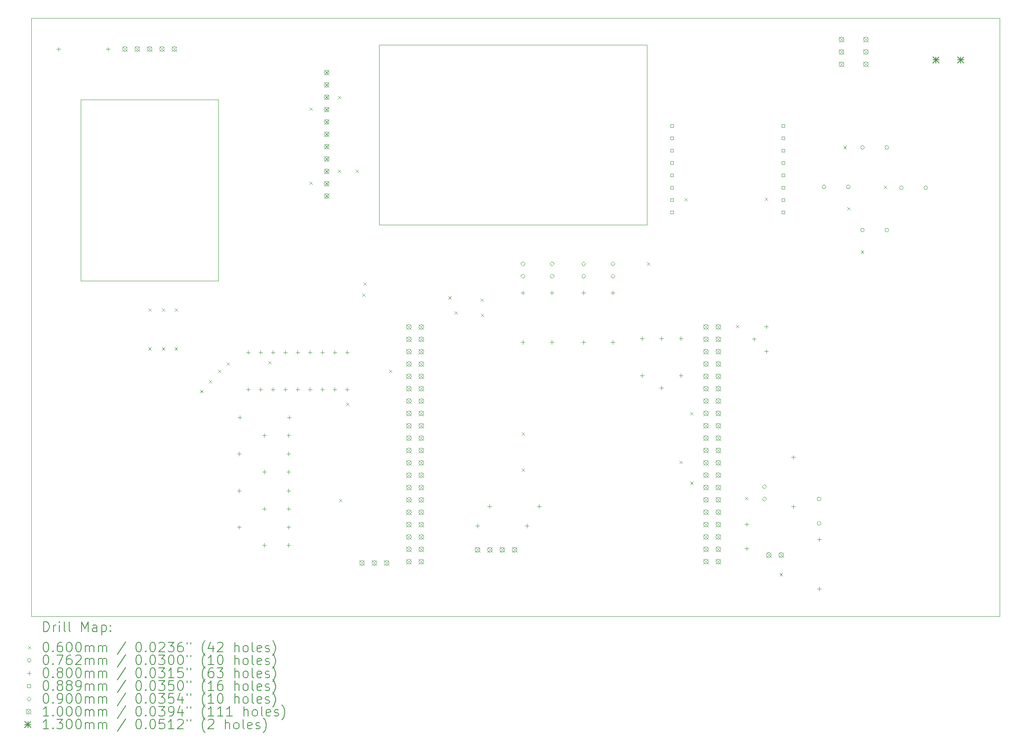
<source format=gbr>
%TF.GenerationSoftware,KiCad,Pcbnew,8.0.0*%
%TF.CreationDate,2024-05-29T14:18:59+02:00*%
%TF.ProjectId,Remote_Board_L476RG,52656d6f-7465-45f4-926f-6172645f4c34,rev?*%
%TF.SameCoordinates,Original*%
%TF.FileFunction,Drillmap*%
%TF.FilePolarity,Positive*%
%FSLAX45Y45*%
G04 Gerber Fmt 4.5, Leading zero omitted, Abs format (unit mm)*
G04 Created by KiCad (PCBNEW 8.0.0) date 2024-05-29 14:18:59*
%MOMM*%
%LPD*%
G01*
G04 APERTURE LIST*
%ADD10C,0.050000*%
%ADD11C,0.200000*%
%ADD12C,0.100000*%
%ADD13C,0.130000*%
G04 APERTURE END LIST*
D10*
X7600000Y-3000000D02*
X27500000Y-3000000D01*
X27500000Y-15300000D01*
X7600000Y-15300000D01*
X7600000Y-3000000D01*
X8620000Y-4675000D02*
X11445000Y-4675000D01*
X11445000Y-8400000D01*
X8620000Y-8400000D01*
X8620000Y-4675000D01*
X14750000Y-3550000D02*
X20250000Y-3550000D01*
X20250000Y-7250000D01*
X14750000Y-7250000D01*
X14750000Y-3550000D01*
D11*
D12*
X10010000Y-8970000D02*
X10070000Y-9030000D01*
X10070000Y-8970000D02*
X10010000Y-9030000D01*
X10010000Y-9770000D02*
X10070000Y-9830000D01*
X10070000Y-9770000D02*
X10010000Y-9830000D01*
X10290000Y-8970000D02*
X10350000Y-9030000D01*
X10350000Y-8970000D02*
X10290000Y-9030000D01*
X10290000Y-9770000D02*
X10350000Y-9830000D01*
X10350000Y-9770000D02*
X10290000Y-9830000D01*
X10550000Y-8970000D02*
X10610000Y-9030000D01*
X10610000Y-8970000D02*
X10550000Y-9030000D01*
X10550000Y-9770000D02*
X10610000Y-9830000D01*
X10610000Y-9770000D02*
X10550000Y-9830000D01*
X11070000Y-10650000D02*
X11130000Y-10710000D01*
X11130000Y-10650000D02*
X11070000Y-10710000D01*
X11250000Y-10440000D02*
X11310000Y-10500000D01*
X11310000Y-10440000D02*
X11250000Y-10500000D01*
X11440000Y-10230000D02*
X11500000Y-10290000D01*
X11500000Y-10230000D02*
X11440000Y-10290000D01*
X11620000Y-10080000D02*
X11680000Y-10140000D01*
X11680000Y-10080000D02*
X11620000Y-10140000D01*
X12470000Y-10050000D02*
X12530000Y-10110000D01*
X12530000Y-10050000D02*
X12470000Y-10110000D01*
X13320000Y-4840000D02*
X13380000Y-4900000D01*
X13380000Y-4840000D02*
X13320000Y-4900000D01*
X13320000Y-6360000D02*
X13380000Y-6420000D01*
X13380000Y-6360000D02*
X13320000Y-6420000D01*
X13900000Y-4600000D02*
X13960000Y-4660000D01*
X13960000Y-4600000D02*
X13900000Y-4660000D01*
X13900000Y-6120000D02*
X13960000Y-6180000D01*
X13960000Y-6120000D02*
X13900000Y-6180000D01*
X13930000Y-12890000D02*
X13990000Y-12950000D01*
X13990000Y-12890000D02*
X13930000Y-12950000D01*
X14070000Y-10910000D02*
X14130000Y-10970000D01*
X14130000Y-10910000D02*
X14070000Y-10970000D01*
X14270000Y-6120000D02*
X14330000Y-6180000D01*
X14330000Y-6120000D02*
X14270000Y-6180000D01*
X14405000Y-8665000D02*
X14465000Y-8725000D01*
X14465000Y-8665000D02*
X14405000Y-8725000D01*
X14425000Y-8435000D02*
X14485000Y-8495000D01*
X14485000Y-8435000D02*
X14425000Y-8495000D01*
X14950000Y-10230000D02*
X15010000Y-10290000D01*
X15010000Y-10230000D02*
X14950000Y-10290000D01*
X16170000Y-8720000D02*
X16230000Y-8780000D01*
X16230000Y-8720000D02*
X16170000Y-8780000D01*
X16300000Y-9030000D02*
X16360000Y-9090000D01*
X16360000Y-9030000D02*
X16300000Y-9090000D01*
X16830000Y-8770000D02*
X16890000Y-8830000D01*
X16890000Y-8770000D02*
X16830000Y-8830000D01*
X16840000Y-9080000D02*
X16900000Y-9140000D01*
X16900000Y-9080000D02*
X16840000Y-9140000D01*
X16840000Y-9080000D02*
X16900000Y-9140000D01*
X16900000Y-9080000D02*
X16840000Y-9140000D01*
X17680000Y-11520000D02*
X17740000Y-11580000D01*
X17740000Y-11520000D02*
X17680000Y-11580000D01*
X17680000Y-12260000D02*
X17740000Y-12320000D01*
X17740000Y-12260000D02*
X17680000Y-12320000D01*
X20250000Y-8020000D02*
X20310000Y-8080000D01*
X20310000Y-8020000D02*
X20250000Y-8080000D01*
X20920000Y-12100000D02*
X20980000Y-12160000D01*
X20980000Y-12100000D02*
X20920000Y-12160000D01*
X21020000Y-6700000D02*
X21080000Y-6760000D01*
X21080000Y-6700000D02*
X21020000Y-6760000D01*
X21140000Y-11100000D02*
X21200000Y-11160000D01*
X21200000Y-11100000D02*
X21140000Y-11160000D01*
X21140000Y-12530000D02*
X21200000Y-12590000D01*
X21200000Y-12530000D02*
X21140000Y-12590000D01*
X22080000Y-9310000D02*
X22140000Y-9370000D01*
X22140000Y-9310000D02*
X22080000Y-9370000D01*
X22270000Y-12850000D02*
X22330000Y-12910000D01*
X22330000Y-12850000D02*
X22270000Y-12910000D01*
X22670000Y-6690000D02*
X22730000Y-6750000D01*
X22730000Y-6690000D02*
X22670000Y-6750000D01*
X22980000Y-14410000D02*
X23040000Y-14470000D01*
X23040000Y-14410000D02*
X22980000Y-14470000D01*
X24290000Y-5630000D02*
X24350000Y-5690000D01*
X24350000Y-5630000D02*
X24290000Y-5690000D01*
X24370000Y-6890000D02*
X24430000Y-6950000D01*
X24430000Y-6890000D02*
X24370000Y-6950000D01*
X24650000Y-7780000D02*
X24710000Y-7840000D01*
X24710000Y-7780000D02*
X24650000Y-7840000D01*
X24650000Y-7780000D02*
X24710000Y-7840000D01*
X24710000Y-7780000D02*
X24650000Y-7840000D01*
X25120000Y-6450000D02*
X25180000Y-6510000D01*
X25180000Y-6450000D02*
X25120000Y-6510000D01*
X23828100Y-12890000D02*
G75*
G02*
X23751900Y-12890000I-38100J0D01*
G01*
X23751900Y-12890000D02*
G75*
G02*
X23828100Y-12890000I38100J0D01*
G01*
X23828100Y-13390000D02*
G75*
G02*
X23751900Y-13390000I-38100J0D01*
G01*
X23751900Y-13390000D02*
G75*
G02*
X23828100Y-13390000I38100J0D01*
G01*
X23928100Y-6470000D02*
G75*
G02*
X23851900Y-6470000I-38100J0D01*
G01*
X23851900Y-6470000D02*
G75*
G02*
X23928100Y-6470000I38100J0D01*
G01*
X24428100Y-6470000D02*
G75*
G02*
X24351900Y-6470000I-38100J0D01*
G01*
X24351900Y-6470000D02*
G75*
G02*
X24428100Y-6470000I38100J0D01*
G01*
X24718100Y-5660000D02*
G75*
G02*
X24641900Y-5660000I-38100J0D01*
G01*
X24641900Y-5660000D02*
G75*
G02*
X24718100Y-5660000I38100J0D01*
G01*
X24718100Y-7360000D02*
G75*
G02*
X24641900Y-7360000I-38100J0D01*
G01*
X24641900Y-7360000D02*
G75*
G02*
X24718100Y-7360000I38100J0D01*
G01*
X25218100Y-5660000D02*
G75*
G02*
X25141900Y-5660000I-38100J0D01*
G01*
X25141900Y-5660000D02*
G75*
G02*
X25218100Y-5660000I38100J0D01*
G01*
X25218100Y-7360000D02*
G75*
G02*
X25141900Y-7360000I-38100J0D01*
G01*
X25141900Y-7360000D02*
G75*
G02*
X25218100Y-7360000I38100J0D01*
G01*
X25518100Y-6490000D02*
G75*
G02*
X25441900Y-6490000I-38100J0D01*
G01*
X25441900Y-6490000D02*
G75*
G02*
X25518100Y-6490000I38100J0D01*
G01*
X26018100Y-6490000D02*
G75*
G02*
X25941900Y-6490000I-38100J0D01*
G01*
X25941900Y-6490000D02*
G75*
G02*
X26018100Y-6490000I38100J0D01*
G01*
X8164000Y-3600000D02*
X8164000Y-3680000D01*
X8124000Y-3640000D02*
X8204000Y-3640000D01*
X9180000Y-3600000D02*
X9180000Y-3680000D01*
X9140000Y-3640000D02*
X9220000Y-3640000D01*
X11874000Y-11920000D02*
X11874000Y-12000000D01*
X11834000Y-11960000D02*
X11914000Y-11960000D01*
X11874000Y-12680000D02*
X11874000Y-12760000D01*
X11834000Y-12720000D02*
X11914000Y-12720000D01*
X11874000Y-13430000D02*
X11874000Y-13510000D01*
X11834000Y-13470000D02*
X11914000Y-13470000D01*
X11884000Y-11170000D02*
X11884000Y-11250000D01*
X11844000Y-11210000D02*
X11924000Y-11210000D01*
X12060000Y-9834000D02*
X12060000Y-9914000D01*
X12020000Y-9874000D02*
X12100000Y-9874000D01*
X12060000Y-10596000D02*
X12060000Y-10676000D01*
X12020000Y-10636000D02*
X12100000Y-10636000D01*
X12314000Y-9834000D02*
X12314000Y-9914000D01*
X12274000Y-9874000D02*
X12354000Y-9874000D01*
X12314000Y-10596000D02*
X12314000Y-10676000D01*
X12274000Y-10636000D02*
X12354000Y-10636000D01*
X12390000Y-11540000D02*
X12390000Y-11620000D01*
X12350000Y-11580000D02*
X12430000Y-11580000D01*
X12390000Y-12290000D02*
X12390000Y-12370000D01*
X12350000Y-12330000D02*
X12430000Y-12330000D01*
X12390000Y-13050000D02*
X12390000Y-13130000D01*
X12350000Y-13090000D02*
X12430000Y-13090000D01*
X12390000Y-13800000D02*
X12390000Y-13880000D01*
X12350000Y-13840000D02*
X12430000Y-13840000D01*
X12568000Y-9834000D02*
X12568000Y-9914000D01*
X12528000Y-9874000D02*
X12608000Y-9874000D01*
X12568000Y-10596000D02*
X12568000Y-10676000D01*
X12528000Y-10636000D02*
X12608000Y-10636000D01*
X12822000Y-9834000D02*
X12822000Y-9914000D01*
X12782000Y-9874000D02*
X12862000Y-9874000D01*
X12822000Y-10596000D02*
X12822000Y-10676000D01*
X12782000Y-10636000D02*
X12862000Y-10636000D01*
X12890000Y-11540000D02*
X12890000Y-11620000D01*
X12850000Y-11580000D02*
X12930000Y-11580000D01*
X12890000Y-11920000D02*
X12890000Y-12000000D01*
X12850000Y-11960000D02*
X12930000Y-11960000D01*
X12890000Y-12290000D02*
X12890000Y-12370000D01*
X12850000Y-12330000D02*
X12930000Y-12330000D01*
X12890000Y-12680000D02*
X12890000Y-12760000D01*
X12850000Y-12720000D02*
X12930000Y-12720000D01*
X12890000Y-13050000D02*
X12890000Y-13130000D01*
X12850000Y-13090000D02*
X12930000Y-13090000D01*
X12890000Y-13430000D02*
X12890000Y-13510000D01*
X12850000Y-13470000D02*
X12930000Y-13470000D01*
X12890000Y-13800000D02*
X12890000Y-13880000D01*
X12850000Y-13840000D02*
X12930000Y-13840000D01*
X12900000Y-11170000D02*
X12900000Y-11250000D01*
X12860000Y-11210000D02*
X12940000Y-11210000D01*
X13076000Y-9834000D02*
X13076000Y-9914000D01*
X13036000Y-9874000D02*
X13116000Y-9874000D01*
X13076000Y-10596000D02*
X13076000Y-10676000D01*
X13036000Y-10636000D02*
X13116000Y-10636000D01*
X13330000Y-9834000D02*
X13330000Y-9914000D01*
X13290000Y-9874000D02*
X13370000Y-9874000D01*
X13330000Y-10596000D02*
X13330000Y-10676000D01*
X13290000Y-10636000D02*
X13370000Y-10636000D01*
X13584000Y-9834000D02*
X13584000Y-9914000D01*
X13544000Y-9874000D02*
X13624000Y-9874000D01*
X13584000Y-10596000D02*
X13584000Y-10676000D01*
X13544000Y-10636000D02*
X13624000Y-10636000D01*
X13838000Y-9834000D02*
X13838000Y-9914000D01*
X13798000Y-9874000D02*
X13878000Y-9874000D01*
X13838000Y-10596000D02*
X13838000Y-10676000D01*
X13798000Y-10636000D02*
X13878000Y-10636000D01*
X14092000Y-9834000D02*
X14092000Y-9914000D01*
X14052000Y-9874000D02*
X14132000Y-9874000D01*
X14092000Y-10596000D02*
X14092000Y-10676000D01*
X14052000Y-10636000D02*
X14132000Y-10636000D01*
X16770000Y-13400000D02*
X16770000Y-13480000D01*
X16730000Y-13440000D02*
X16810000Y-13440000D01*
X17020000Y-13000000D02*
X17020000Y-13080000D01*
X16980000Y-13040000D02*
X17060000Y-13040000D01*
X17700000Y-8610000D02*
X17700000Y-8690000D01*
X17660000Y-8650000D02*
X17740000Y-8650000D01*
X17700000Y-9626000D02*
X17700000Y-9706000D01*
X17660000Y-9666000D02*
X17740000Y-9666000D01*
X17786000Y-13400000D02*
X17786000Y-13480000D01*
X17746000Y-13440000D02*
X17826000Y-13440000D01*
X18036000Y-13000000D02*
X18036000Y-13080000D01*
X17996000Y-13040000D02*
X18076000Y-13040000D01*
X18300000Y-8610000D02*
X18300000Y-8690000D01*
X18260000Y-8650000D02*
X18340000Y-8650000D01*
X18300000Y-9626000D02*
X18300000Y-9706000D01*
X18260000Y-9666000D02*
X18340000Y-9666000D01*
X18950000Y-8610000D02*
X18950000Y-8690000D01*
X18910000Y-8650000D02*
X18990000Y-8650000D01*
X18950000Y-9626000D02*
X18950000Y-9706000D01*
X18910000Y-9666000D02*
X18990000Y-9666000D01*
X19550000Y-8610000D02*
X19550000Y-8690000D01*
X19510000Y-8650000D02*
X19590000Y-8650000D01*
X19550000Y-9626000D02*
X19550000Y-9706000D01*
X19510000Y-9666000D02*
X19590000Y-9666000D01*
X20150000Y-9548000D02*
X20150000Y-9628000D01*
X20110000Y-9588000D02*
X20190000Y-9588000D01*
X20150000Y-10310000D02*
X20150000Y-10390000D01*
X20110000Y-10350000D02*
X20190000Y-10350000D01*
X20550000Y-9548000D02*
X20550000Y-9628000D01*
X20510000Y-9588000D02*
X20590000Y-9588000D01*
X20550000Y-10564000D02*
X20550000Y-10644000D01*
X20510000Y-10604000D02*
X20590000Y-10604000D01*
X20950000Y-9548000D02*
X20950000Y-9628000D01*
X20910000Y-9588000D02*
X20990000Y-9588000D01*
X20950000Y-10310000D02*
X20950000Y-10390000D01*
X20910000Y-10350000D02*
X20990000Y-10350000D01*
X22300000Y-13370000D02*
X22300000Y-13450000D01*
X22260000Y-13410000D02*
X22340000Y-13410000D01*
X22300000Y-13870000D02*
X22300000Y-13950000D01*
X22260000Y-13910000D02*
X22340000Y-13910000D01*
X22450000Y-9560000D02*
X22450000Y-9640000D01*
X22410000Y-9600000D02*
X22490000Y-9600000D01*
X22704000Y-9306000D02*
X22704000Y-9386000D01*
X22664000Y-9346000D02*
X22744000Y-9346000D01*
X22704000Y-9814000D02*
X22704000Y-9894000D01*
X22664000Y-9854000D02*
X22744000Y-9854000D01*
X23260000Y-11990000D02*
X23260000Y-12070000D01*
X23220000Y-12030000D02*
X23300000Y-12030000D01*
X23260000Y-13006000D02*
X23260000Y-13086000D01*
X23220000Y-13046000D02*
X23300000Y-13046000D01*
X23790000Y-13680000D02*
X23790000Y-13760000D01*
X23750000Y-13720000D02*
X23830000Y-13720000D01*
X23790000Y-14696000D02*
X23790000Y-14776000D01*
X23750000Y-14736000D02*
X23830000Y-14736000D01*
X20798431Y-5244431D02*
X20798431Y-5181569D01*
X20735569Y-5181569D01*
X20735569Y-5244431D01*
X20798431Y-5244431D01*
X20798431Y-5498431D02*
X20798431Y-5435569D01*
X20735569Y-5435569D01*
X20735569Y-5498431D01*
X20798431Y-5498431D01*
X20798431Y-5752431D02*
X20798431Y-5689569D01*
X20735569Y-5689569D01*
X20735569Y-5752431D01*
X20798431Y-5752431D01*
X20798431Y-6006431D02*
X20798431Y-5943569D01*
X20735569Y-5943569D01*
X20735569Y-6006431D01*
X20798431Y-6006431D01*
X20798431Y-6260431D02*
X20798431Y-6197569D01*
X20735569Y-6197569D01*
X20735569Y-6260431D01*
X20798431Y-6260431D01*
X20798431Y-6514431D02*
X20798431Y-6451569D01*
X20735569Y-6451569D01*
X20735569Y-6514431D01*
X20798431Y-6514431D01*
X20798431Y-6768431D02*
X20798431Y-6705569D01*
X20735569Y-6705569D01*
X20735569Y-6768431D01*
X20798431Y-6768431D01*
X20798431Y-7022431D02*
X20798431Y-6959569D01*
X20735569Y-6959569D01*
X20735569Y-7022431D01*
X20798431Y-7022431D01*
X23084431Y-5244431D02*
X23084431Y-5181569D01*
X23021569Y-5181569D01*
X23021569Y-5244431D01*
X23084431Y-5244431D01*
X23084431Y-5498431D02*
X23084431Y-5435569D01*
X23021569Y-5435569D01*
X23021569Y-5498431D01*
X23084431Y-5498431D01*
X23084431Y-5752431D02*
X23084431Y-5689569D01*
X23021569Y-5689569D01*
X23021569Y-5752431D01*
X23084431Y-5752431D01*
X23084431Y-6006431D02*
X23084431Y-5943569D01*
X23021569Y-5943569D01*
X23021569Y-6006431D01*
X23084431Y-6006431D01*
X23084431Y-6260431D02*
X23084431Y-6197569D01*
X23021569Y-6197569D01*
X23021569Y-6260431D01*
X23084431Y-6260431D01*
X23084431Y-6514431D02*
X23084431Y-6451569D01*
X23021569Y-6451569D01*
X23021569Y-6514431D01*
X23084431Y-6514431D01*
X23084431Y-6768431D02*
X23084431Y-6705569D01*
X23021569Y-6705569D01*
X23021569Y-6768431D01*
X23084431Y-6768431D01*
X23084431Y-7022431D02*
X23084431Y-6959569D01*
X23021569Y-6959569D01*
X23021569Y-7022431D01*
X23084431Y-7022431D01*
X17700000Y-8095000D02*
X17745000Y-8050000D01*
X17700000Y-8005000D01*
X17655000Y-8050000D01*
X17700000Y-8095000D01*
X17700000Y-8349000D02*
X17745000Y-8304000D01*
X17700000Y-8259000D01*
X17655000Y-8304000D01*
X17700000Y-8349000D01*
X18300000Y-8095000D02*
X18345000Y-8050000D01*
X18300000Y-8005000D01*
X18255000Y-8050000D01*
X18300000Y-8095000D01*
X18300000Y-8349000D02*
X18345000Y-8304000D01*
X18300000Y-8259000D01*
X18255000Y-8304000D01*
X18300000Y-8349000D01*
X18950000Y-8095000D02*
X18995000Y-8050000D01*
X18950000Y-8005000D01*
X18905000Y-8050000D01*
X18950000Y-8095000D01*
X18950000Y-8349000D02*
X18995000Y-8304000D01*
X18950000Y-8259000D01*
X18905000Y-8304000D01*
X18950000Y-8349000D01*
X19550000Y-8095000D02*
X19595000Y-8050000D01*
X19550000Y-8005000D01*
X19505000Y-8050000D01*
X19550000Y-8095000D01*
X19550000Y-8349000D02*
X19595000Y-8304000D01*
X19550000Y-8259000D01*
X19505000Y-8304000D01*
X19550000Y-8349000D01*
X22662500Y-12677500D02*
X22707500Y-12632500D01*
X22662500Y-12587500D01*
X22617500Y-12632500D01*
X22662500Y-12677500D01*
X22662500Y-12931500D02*
X22707500Y-12886500D01*
X22662500Y-12841500D01*
X22617500Y-12886500D01*
X22662500Y-12931500D01*
X9477500Y-3585000D02*
X9577500Y-3685000D01*
X9577500Y-3585000D02*
X9477500Y-3685000D01*
X9577500Y-3635000D02*
G75*
G02*
X9477500Y-3635000I-50000J0D01*
G01*
X9477500Y-3635000D02*
G75*
G02*
X9577500Y-3635000I50000J0D01*
G01*
X9731500Y-3585000D02*
X9831500Y-3685000D01*
X9831500Y-3585000D02*
X9731500Y-3685000D01*
X9831500Y-3635000D02*
G75*
G02*
X9731500Y-3635000I-50000J0D01*
G01*
X9731500Y-3635000D02*
G75*
G02*
X9831500Y-3635000I50000J0D01*
G01*
X9985500Y-3585000D02*
X10085500Y-3685000D01*
X10085500Y-3585000D02*
X9985500Y-3685000D01*
X10085500Y-3635000D02*
G75*
G02*
X9985500Y-3635000I-50000J0D01*
G01*
X9985500Y-3635000D02*
G75*
G02*
X10085500Y-3635000I50000J0D01*
G01*
X10239500Y-3585000D02*
X10339500Y-3685000D01*
X10339500Y-3585000D02*
X10239500Y-3685000D01*
X10339500Y-3635000D02*
G75*
G02*
X10239500Y-3635000I-50000J0D01*
G01*
X10239500Y-3635000D02*
G75*
G02*
X10339500Y-3635000I50000J0D01*
G01*
X10493500Y-3585000D02*
X10593500Y-3685000D01*
X10593500Y-3585000D02*
X10493500Y-3685000D01*
X10593500Y-3635000D02*
G75*
G02*
X10493500Y-3635000I-50000J0D01*
G01*
X10493500Y-3635000D02*
G75*
G02*
X10593500Y-3635000I50000J0D01*
G01*
X13620000Y-4068000D02*
X13720000Y-4168000D01*
X13720000Y-4068000D02*
X13620000Y-4168000D01*
X13720000Y-4118000D02*
G75*
G02*
X13620000Y-4118000I-50000J0D01*
G01*
X13620000Y-4118000D02*
G75*
G02*
X13720000Y-4118000I50000J0D01*
G01*
X13620000Y-4322000D02*
X13720000Y-4422000D01*
X13720000Y-4322000D02*
X13620000Y-4422000D01*
X13720000Y-4372000D02*
G75*
G02*
X13620000Y-4372000I-50000J0D01*
G01*
X13620000Y-4372000D02*
G75*
G02*
X13720000Y-4372000I50000J0D01*
G01*
X13620000Y-4576000D02*
X13720000Y-4676000D01*
X13720000Y-4576000D02*
X13620000Y-4676000D01*
X13720000Y-4626000D02*
G75*
G02*
X13620000Y-4626000I-50000J0D01*
G01*
X13620000Y-4626000D02*
G75*
G02*
X13720000Y-4626000I50000J0D01*
G01*
X13620000Y-4830000D02*
X13720000Y-4930000D01*
X13720000Y-4830000D02*
X13620000Y-4930000D01*
X13720000Y-4880000D02*
G75*
G02*
X13620000Y-4880000I-50000J0D01*
G01*
X13620000Y-4880000D02*
G75*
G02*
X13720000Y-4880000I50000J0D01*
G01*
X13620000Y-5084000D02*
X13720000Y-5184000D01*
X13720000Y-5084000D02*
X13620000Y-5184000D01*
X13720000Y-5134000D02*
G75*
G02*
X13620000Y-5134000I-50000J0D01*
G01*
X13620000Y-5134000D02*
G75*
G02*
X13720000Y-5134000I50000J0D01*
G01*
X13620000Y-5338000D02*
X13720000Y-5438000D01*
X13720000Y-5338000D02*
X13620000Y-5438000D01*
X13720000Y-5388000D02*
G75*
G02*
X13620000Y-5388000I-50000J0D01*
G01*
X13620000Y-5388000D02*
G75*
G02*
X13720000Y-5388000I50000J0D01*
G01*
X13620000Y-5592000D02*
X13720000Y-5692000D01*
X13720000Y-5592000D02*
X13620000Y-5692000D01*
X13720000Y-5642000D02*
G75*
G02*
X13620000Y-5642000I-50000J0D01*
G01*
X13620000Y-5642000D02*
G75*
G02*
X13720000Y-5642000I50000J0D01*
G01*
X13620000Y-5846000D02*
X13720000Y-5946000D01*
X13720000Y-5846000D02*
X13620000Y-5946000D01*
X13720000Y-5896000D02*
G75*
G02*
X13620000Y-5896000I-50000J0D01*
G01*
X13620000Y-5896000D02*
G75*
G02*
X13720000Y-5896000I50000J0D01*
G01*
X13620000Y-6100000D02*
X13720000Y-6200000D01*
X13720000Y-6100000D02*
X13620000Y-6200000D01*
X13720000Y-6150000D02*
G75*
G02*
X13620000Y-6150000I-50000J0D01*
G01*
X13620000Y-6150000D02*
G75*
G02*
X13720000Y-6150000I50000J0D01*
G01*
X13620000Y-6354000D02*
X13720000Y-6454000D01*
X13720000Y-6354000D02*
X13620000Y-6454000D01*
X13720000Y-6404000D02*
G75*
G02*
X13620000Y-6404000I-50000J0D01*
G01*
X13620000Y-6404000D02*
G75*
G02*
X13720000Y-6404000I50000J0D01*
G01*
X13620000Y-6608000D02*
X13720000Y-6708000D01*
X13720000Y-6608000D02*
X13620000Y-6708000D01*
X13720000Y-6658000D02*
G75*
G02*
X13620000Y-6658000I-50000J0D01*
G01*
X13620000Y-6658000D02*
G75*
G02*
X13720000Y-6658000I50000J0D01*
G01*
X14347000Y-14155000D02*
X14447000Y-14255000D01*
X14447000Y-14155000D02*
X14347000Y-14255000D01*
X14447000Y-14205000D02*
G75*
G02*
X14347000Y-14205000I-50000J0D01*
G01*
X14347000Y-14205000D02*
G75*
G02*
X14447000Y-14205000I50000J0D01*
G01*
X14601000Y-14155000D02*
X14701000Y-14255000D01*
X14701000Y-14155000D02*
X14601000Y-14255000D01*
X14701000Y-14205000D02*
G75*
G02*
X14601000Y-14205000I-50000J0D01*
G01*
X14601000Y-14205000D02*
G75*
G02*
X14701000Y-14205000I50000J0D01*
G01*
X14855000Y-14155000D02*
X14955000Y-14255000D01*
X14955000Y-14155000D02*
X14855000Y-14255000D01*
X14955000Y-14205000D02*
G75*
G02*
X14855000Y-14205000I-50000J0D01*
G01*
X14855000Y-14205000D02*
G75*
G02*
X14955000Y-14205000I50000J0D01*
G01*
X15312000Y-9300000D02*
X15412000Y-9400000D01*
X15412000Y-9300000D02*
X15312000Y-9400000D01*
X15412000Y-9350000D02*
G75*
G02*
X15312000Y-9350000I-50000J0D01*
G01*
X15312000Y-9350000D02*
G75*
G02*
X15412000Y-9350000I50000J0D01*
G01*
X15312000Y-9554000D02*
X15412000Y-9654000D01*
X15412000Y-9554000D02*
X15312000Y-9654000D01*
X15412000Y-9604000D02*
G75*
G02*
X15312000Y-9604000I-50000J0D01*
G01*
X15312000Y-9604000D02*
G75*
G02*
X15412000Y-9604000I50000J0D01*
G01*
X15312000Y-9808000D02*
X15412000Y-9908000D01*
X15412000Y-9808000D02*
X15312000Y-9908000D01*
X15412000Y-9858000D02*
G75*
G02*
X15312000Y-9858000I-50000J0D01*
G01*
X15312000Y-9858000D02*
G75*
G02*
X15412000Y-9858000I50000J0D01*
G01*
X15312000Y-10062000D02*
X15412000Y-10162000D01*
X15412000Y-10062000D02*
X15312000Y-10162000D01*
X15412000Y-10112000D02*
G75*
G02*
X15312000Y-10112000I-50000J0D01*
G01*
X15312000Y-10112000D02*
G75*
G02*
X15412000Y-10112000I50000J0D01*
G01*
X15312000Y-10316000D02*
X15412000Y-10416000D01*
X15412000Y-10316000D02*
X15312000Y-10416000D01*
X15412000Y-10366000D02*
G75*
G02*
X15312000Y-10366000I-50000J0D01*
G01*
X15312000Y-10366000D02*
G75*
G02*
X15412000Y-10366000I50000J0D01*
G01*
X15312000Y-10570000D02*
X15412000Y-10670000D01*
X15412000Y-10570000D02*
X15312000Y-10670000D01*
X15412000Y-10620000D02*
G75*
G02*
X15312000Y-10620000I-50000J0D01*
G01*
X15312000Y-10620000D02*
G75*
G02*
X15412000Y-10620000I50000J0D01*
G01*
X15312000Y-10824000D02*
X15412000Y-10924000D01*
X15412000Y-10824000D02*
X15312000Y-10924000D01*
X15412000Y-10874000D02*
G75*
G02*
X15312000Y-10874000I-50000J0D01*
G01*
X15312000Y-10874000D02*
G75*
G02*
X15412000Y-10874000I50000J0D01*
G01*
X15312000Y-11078000D02*
X15412000Y-11178000D01*
X15412000Y-11078000D02*
X15312000Y-11178000D01*
X15412000Y-11128000D02*
G75*
G02*
X15312000Y-11128000I-50000J0D01*
G01*
X15312000Y-11128000D02*
G75*
G02*
X15412000Y-11128000I50000J0D01*
G01*
X15312000Y-11332000D02*
X15412000Y-11432000D01*
X15412000Y-11332000D02*
X15312000Y-11432000D01*
X15412000Y-11382000D02*
G75*
G02*
X15312000Y-11382000I-50000J0D01*
G01*
X15312000Y-11382000D02*
G75*
G02*
X15412000Y-11382000I50000J0D01*
G01*
X15312000Y-11586000D02*
X15412000Y-11686000D01*
X15412000Y-11586000D02*
X15312000Y-11686000D01*
X15412000Y-11636000D02*
G75*
G02*
X15312000Y-11636000I-50000J0D01*
G01*
X15312000Y-11636000D02*
G75*
G02*
X15412000Y-11636000I50000J0D01*
G01*
X15312000Y-11840000D02*
X15412000Y-11940000D01*
X15412000Y-11840000D02*
X15312000Y-11940000D01*
X15412000Y-11890000D02*
G75*
G02*
X15312000Y-11890000I-50000J0D01*
G01*
X15312000Y-11890000D02*
G75*
G02*
X15412000Y-11890000I50000J0D01*
G01*
X15312000Y-12094000D02*
X15412000Y-12194000D01*
X15412000Y-12094000D02*
X15312000Y-12194000D01*
X15412000Y-12144000D02*
G75*
G02*
X15312000Y-12144000I-50000J0D01*
G01*
X15312000Y-12144000D02*
G75*
G02*
X15412000Y-12144000I50000J0D01*
G01*
X15312000Y-12348000D02*
X15412000Y-12448000D01*
X15412000Y-12348000D02*
X15312000Y-12448000D01*
X15412000Y-12398000D02*
G75*
G02*
X15312000Y-12398000I-50000J0D01*
G01*
X15312000Y-12398000D02*
G75*
G02*
X15412000Y-12398000I50000J0D01*
G01*
X15312000Y-12602000D02*
X15412000Y-12702000D01*
X15412000Y-12602000D02*
X15312000Y-12702000D01*
X15412000Y-12652000D02*
G75*
G02*
X15312000Y-12652000I-50000J0D01*
G01*
X15312000Y-12652000D02*
G75*
G02*
X15412000Y-12652000I50000J0D01*
G01*
X15312000Y-12856000D02*
X15412000Y-12956000D01*
X15412000Y-12856000D02*
X15312000Y-12956000D01*
X15412000Y-12906000D02*
G75*
G02*
X15312000Y-12906000I-50000J0D01*
G01*
X15312000Y-12906000D02*
G75*
G02*
X15412000Y-12906000I50000J0D01*
G01*
X15312000Y-13110000D02*
X15412000Y-13210000D01*
X15412000Y-13110000D02*
X15312000Y-13210000D01*
X15412000Y-13160000D02*
G75*
G02*
X15312000Y-13160000I-50000J0D01*
G01*
X15312000Y-13160000D02*
G75*
G02*
X15412000Y-13160000I50000J0D01*
G01*
X15312000Y-13364000D02*
X15412000Y-13464000D01*
X15412000Y-13364000D02*
X15312000Y-13464000D01*
X15412000Y-13414000D02*
G75*
G02*
X15312000Y-13414000I-50000J0D01*
G01*
X15312000Y-13414000D02*
G75*
G02*
X15412000Y-13414000I50000J0D01*
G01*
X15312000Y-13618000D02*
X15412000Y-13718000D01*
X15412000Y-13618000D02*
X15312000Y-13718000D01*
X15412000Y-13668000D02*
G75*
G02*
X15312000Y-13668000I-50000J0D01*
G01*
X15312000Y-13668000D02*
G75*
G02*
X15412000Y-13668000I50000J0D01*
G01*
X15312000Y-13872000D02*
X15412000Y-13972000D01*
X15412000Y-13872000D02*
X15312000Y-13972000D01*
X15412000Y-13922000D02*
G75*
G02*
X15312000Y-13922000I-50000J0D01*
G01*
X15312000Y-13922000D02*
G75*
G02*
X15412000Y-13922000I50000J0D01*
G01*
X15312000Y-14126000D02*
X15412000Y-14226000D01*
X15412000Y-14126000D02*
X15312000Y-14226000D01*
X15412000Y-14176000D02*
G75*
G02*
X15312000Y-14176000I-50000J0D01*
G01*
X15312000Y-14176000D02*
G75*
G02*
X15412000Y-14176000I50000J0D01*
G01*
X15566000Y-9300000D02*
X15666000Y-9400000D01*
X15666000Y-9300000D02*
X15566000Y-9400000D01*
X15666000Y-9350000D02*
G75*
G02*
X15566000Y-9350000I-50000J0D01*
G01*
X15566000Y-9350000D02*
G75*
G02*
X15666000Y-9350000I50000J0D01*
G01*
X15566000Y-9554000D02*
X15666000Y-9654000D01*
X15666000Y-9554000D02*
X15566000Y-9654000D01*
X15666000Y-9604000D02*
G75*
G02*
X15566000Y-9604000I-50000J0D01*
G01*
X15566000Y-9604000D02*
G75*
G02*
X15666000Y-9604000I50000J0D01*
G01*
X15566000Y-9808000D02*
X15666000Y-9908000D01*
X15666000Y-9808000D02*
X15566000Y-9908000D01*
X15666000Y-9858000D02*
G75*
G02*
X15566000Y-9858000I-50000J0D01*
G01*
X15566000Y-9858000D02*
G75*
G02*
X15666000Y-9858000I50000J0D01*
G01*
X15566000Y-10062000D02*
X15666000Y-10162000D01*
X15666000Y-10062000D02*
X15566000Y-10162000D01*
X15666000Y-10112000D02*
G75*
G02*
X15566000Y-10112000I-50000J0D01*
G01*
X15566000Y-10112000D02*
G75*
G02*
X15666000Y-10112000I50000J0D01*
G01*
X15566000Y-10316000D02*
X15666000Y-10416000D01*
X15666000Y-10316000D02*
X15566000Y-10416000D01*
X15666000Y-10366000D02*
G75*
G02*
X15566000Y-10366000I-50000J0D01*
G01*
X15566000Y-10366000D02*
G75*
G02*
X15666000Y-10366000I50000J0D01*
G01*
X15566000Y-10570000D02*
X15666000Y-10670000D01*
X15666000Y-10570000D02*
X15566000Y-10670000D01*
X15666000Y-10620000D02*
G75*
G02*
X15566000Y-10620000I-50000J0D01*
G01*
X15566000Y-10620000D02*
G75*
G02*
X15666000Y-10620000I50000J0D01*
G01*
X15566000Y-10824000D02*
X15666000Y-10924000D01*
X15666000Y-10824000D02*
X15566000Y-10924000D01*
X15666000Y-10874000D02*
G75*
G02*
X15566000Y-10874000I-50000J0D01*
G01*
X15566000Y-10874000D02*
G75*
G02*
X15666000Y-10874000I50000J0D01*
G01*
X15566000Y-11078000D02*
X15666000Y-11178000D01*
X15666000Y-11078000D02*
X15566000Y-11178000D01*
X15666000Y-11128000D02*
G75*
G02*
X15566000Y-11128000I-50000J0D01*
G01*
X15566000Y-11128000D02*
G75*
G02*
X15666000Y-11128000I50000J0D01*
G01*
X15566000Y-11332000D02*
X15666000Y-11432000D01*
X15666000Y-11332000D02*
X15566000Y-11432000D01*
X15666000Y-11382000D02*
G75*
G02*
X15566000Y-11382000I-50000J0D01*
G01*
X15566000Y-11382000D02*
G75*
G02*
X15666000Y-11382000I50000J0D01*
G01*
X15566000Y-11586000D02*
X15666000Y-11686000D01*
X15666000Y-11586000D02*
X15566000Y-11686000D01*
X15666000Y-11636000D02*
G75*
G02*
X15566000Y-11636000I-50000J0D01*
G01*
X15566000Y-11636000D02*
G75*
G02*
X15666000Y-11636000I50000J0D01*
G01*
X15566000Y-11840000D02*
X15666000Y-11940000D01*
X15666000Y-11840000D02*
X15566000Y-11940000D01*
X15666000Y-11890000D02*
G75*
G02*
X15566000Y-11890000I-50000J0D01*
G01*
X15566000Y-11890000D02*
G75*
G02*
X15666000Y-11890000I50000J0D01*
G01*
X15566000Y-12094000D02*
X15666000Y-12194000D01*
X15666000Y-12094000D02*
X15566000Y-12194000D01*
X15666000Y-12144000D02*
G75*
G02*
X15566000Y-12144000I-50000J0D01*
G01*
X15566000Y-12144000D02*
G75*
G02*
X15666000Y-12144000I50000J0D01*
G01*
X15566000Y-12348000D02*
X15666000Y-12448000D01*
X15666000Y-12348000D02*
X15566000Y-12448000D01*
X15666000Y-12398000D02*
G75*
G02*
X15566000Y-12398000I-50000J0D01*
G01*
X15566000Y-12398000D02*
G75*
G02*
X15666000Y-12398000I50000J0D01*
G01*
X15566000Y-12602000D02*
X15666000Y-12702000D01*
X15666000Y-12602000D02*
X15566000Y-12702000D01*
X15666000Y-12652000D02*
G75*
G02*
X15566000Y-12652000I-50000J0D01*
G01*
X15566000Y-12652000D02*
G75*
G02*
X15666000Y-12652000I50000J0D01*
G01*
X15566000Y-12856000D02*
X15666000Y-12956000D01*
X15666000Y-12856000D02*
X15566000Y-12956000D01*
X15666000Y-12906000D02*
G75*
G02*
X15566000Y-12906000I-50000J0D01*
G01*
X15566000Y-12906000D02*
G75*
G02*
X15666000Y-12906000I50000J0D01*
G01*
X15566000Y-13110000D02*
X15666000Y-13210000D01*
X15666000Y-13110000D02*
X15566000Y-13210000D01*
X15666000Y-13160000D02*
G75*
G02*
X15566000Y-13160000I-50000J0D01*
G01*
X15566000Y-13160000D02*
G75*
G02*
X15666000Y-13160000I50000J0D01*
G01*
X15566000Y-13364000D02*
X15666000Y-13464000D01*
X15666000Y-13364000D02*
X15566000Y-13464000D01*
X15666000Y-13414000D02*
G75*
G02*
X15566000Y-13414000I-50000J0D01*
G01*
X15566000Y-13414000D02*
G75*
G02*
X15666000Y-13414000I50000J0D01*
G01*
X15566000Y-13618000D02*
X15666000Y-13718000D01*
X15666000Y-13618000D02*
X15566000Y-13718000D01*
X15666000Y-13668000D02*
G75*
G02*
X15566000Y-13668000I-50000J0D01*
G01*
X15566000Y-13668000D02*
G75*
G02*
X15666000Y-13668000I50000J0D01*
G01*
X15566000Y-13872000D02*
X15666000Y-13972000D01*
X15666000Y-13872000D02*
X15566000Y-13972000D01*
X15666000Y-13922000D02*
G75*
G02*
X15566000Y-13922000I-50000J0D01*
G01*
X15566000Y-13922000D02*
G75*
G02*
X15666000Y-13922000I50000J0D01*
G01*
X15566000Y-14126000D02*
X15666000Y-14226000D01*
X15666000Y-14126000D02*
X15566000Y-14226000D01*
X15666000Y-14176000D02*
G75*
G02*
X15566000Y-14176000I-50000J0D01*
G01*
X15566000Y-14176000D02*
G75*
G02*
X15666000Y-14176000I50000J0D01*
G01*
X16720000Y-13885000D02*
X16820000Y-13985000D01*
X16820000Y-13885000D02*
X16720000Y-13985000D01*
X16820000Y-13935000D02*
G75*
G02*
X16720000Y-13935000I-50000J0D01*
G01*
X16720000Y-13935000D02*
G75*
G02*
X16820000Y-13935000I50000J0D01*
G01*
X16974000Y-13885000D02*
X17074000Y-13985000D01*
X17074000Y-13885000D02*
X16974000Y-13985000D01*
X17074000Y-13935000D02*
G75*
G02*
X16974000Y-13935000I-50000J0D01*
G01*
X16974000Y-13935000D02*
G75*
G02*
X17074000Y-13935000I50000J0D01*
G01*
X17228000Y-13885000D02*
X17328000Y-13985000D01*
X17328000Y-13885000D02*
X17228000Y-13985000D01*
X17328000Y-13935000D02*
G75*
G02*
X17228000Y-13935000I-50000J0D01*
G01*
X17228000Y-13935000D02*
G75*
G02*
X17328000Y-13935000I50000J0D01*
G01*
X17482000Y-13885000D02*
X17582000Y-13985000D01*
X17582000Y-13885000D02*
X17482000Y-13985000D01*
X17582000Y-13935000D02*
G75*
G02*
X17482000Y-13935000I-50000J0D01*
G01*
X17482000Y-13935000D02*
G75*
G02*
X17582000Y-13935000I50000J0D01*
G01*
X21416000Y-9300000D02*
X21516000Y-9400000D01*
X21516000Y-9300000D02*
X21416000Y-9400000D01*
X21516000Y-9350000D02*
G75*
G02*
X21416000Y-9350000I-50000J0D01*
G01*
X21416000Y-9350000D02*
G75*
G02*
X21516000Y-9350000I50000J0D01*
G01*
X21416000Y-9554000D02*
X21516000Y-9654000D01*
X21516000Y-9554000D02*
X21416000Y-9654000D01*
X21516000Y-9604000D02*
G75*
G02*
X21416000Y-9604000I-50000J0D01*
G01*
X21416000Y-9604000D02*
G75*
G02*
X21516000Y-9604000I50000J0D01*
G01*
X21416000Y-9808000D02*
X21516000Y-9908000D01*
X21516000Y-9808000D02*
X21416000Y-9908000D01*
X21516000Y-9858000D02*
G75*
G02*
X21416000Y-9858000I-50000J0D01*
G01*
X21416000Y-9858000D02*
G75*
G02*
X21516000Y-9858000I50000J0D01*
G01*
X21416000Y-10062000D02*
X21516000Y-10162000D01*
X21516000Y-10062000D02*
X21416000Y-10162000D01*
X21516000Y-10112000D02*
G75*
G02*
X21416000Y-10112000I-50000J0D01*
G01*
X21416000Y-10112000D02*
G75*
G02*
X21516000Y-10112000I50000J0D01*
G01*
X21416000Y-10316000D02*
X21516000Y-10416000D01*
X21516000Y-10316000D02*
X21416000Y-10416000D01*
X21516000Y-10366000D02*
G75*
G02*
X21416000Y-10366000I-50000J0D01*
G01*
X21416000Y-10366000D02*
G75*
G02*
X21516000Y-10366000I50000J0D01*
G01*
X21416000Y-10570000D02*
X21516000Y-10670000D01*
X21516000Y-10570000D02*
X21416000Y-10670000D01*
X21516000Y-10620000D02*
G75*
G02*
X21416000Y-10620000I-50000J0D01*
G01*
X21416000Y-10620000D02*
G75*
G02*
X21516000Y-10620000I50000J0D01*
G01*
X21416000Y-10824000D02*
X21516000Y-10924000D01*
X21516000Y-10824000D02*
X21416000Y-10924000D01*
X21516000Y-10874000D02*
G75*
G02*
X21416000Y-10874000I-50000J0D01*
G01*
X21416000Y-10874000D02*
G75*
G02*
X21516000Y-10874000I50000J0D01*
G01*
X21416000Y-11078000D02*
X21516000Y-11178000D01*
X21516000Y-11078000D02*
X21416000Y-11178000D01*
X21516000Y-11128000D02*
G75*
G02*
X21416000Y-11128000I-50000J0D01*
G01*
X21416000Y-11128000D02*
G75*
G02*
X21516000Y-11128000I50000J0D01*
G01*
X21416000Y-11332000D02*
X21516000Y-11432000D01*
X21516000Y-11332000D02*
X21416000Y-11432000D01*
X21516000Y-11382000D02*
G75*
G02*
X21416000Y-11382000I-50000J0D01*
G01*
X21416000Y-11382000D02*
G75*
G02*
X21516000Y-11382000I50000J0D01*
G01*
X21416000Y-11586000D02*
X21516000Y-11686000D01*
X21516000Y-11586000D02*
X21416000Y-11686000D01*
X21516000Y-11636000D02*
G75*
G02*
X21416000Y-11636000I-50000J0D01*
G01*
X21416000Y-11636000D02*
G75*
G02*
X21516000Y-11636000I50000J0D01*
G01*
X21416000Y-11840000D02*
X21516000Y-11940000D01*
X21516000Y-11840000D02*
X21416000Y-11940000D01*
X21516000Y-11890000D02*
G75*
G02*
X21416000Y-11890000I-50000J0D01*
G01*
X21416000Y-11890000D02*
G75*
G02*
X21516000Y-11890000I50000J0D01*
G01*
X21416000Y-12094000D02*
X21516000Y-12194000D01*
X21516000Y-12094000D02*
X21416000Y-12194000D01*
X21516000Y-12144000D02*
G75*
G02*
X21416000Y-12144000I-50000J0D01*
G01*
X21416000Y-12144000D02*
G75*
G02*
X21516000Y-12144000I50000J0D01*
G01*
X21416000Y-12348000D02*
X21516000Y-12448000D01*
X21516000Y-12348000D02*
X21416000Y-12448000D01*
X21516000Y-12398000D02*
G75*
G02*
X21416000Y-12398000I-50000J0D01*
G01*
X21416000Y-12398000D02*
G75*
G02*
X21516000Y-12398000I50000J0D01*
G01*
X21416000Y-12602000D02*
X21516000Y-12702000D01*
X21516000Y-12602000D02*
X21416000Y-12702000D01*
X21516000Y-12652000D02*
G75*
G02*
X21416000Y-12652000I-50000J0D01*
G01*
X21416000Y-12652000D02*
G75*
G02*
X21516000Y-12652000I50000J0D01*
G01*
X21416000Y-12856000D02*
X21516000Y-12956000D01*
X21516000Y-12856000D02*
X21416000Y-12956000D01*
X21516000Y-12906000D02*
G75*
G02*
X21416000Y-12906000I-50000J0D01*
G01*
X21416000Y-12906000D02*
G75*
G02*
X21516000Y-12906000I50000J0D01*
G01*
X21416000Y-13110000D02*
X21516000Y-13210000D01*
X21516000Y-13110000D02*
X21416000Y-13210000D01*
X21516000Y-13160000D02*
G75*
G02*
X21416000Y-13160000I-50000J0D01*
G01*
X21416000Y-13160000D02*
G75*
G02*
X21516000Y-13160000I50000J0D01*
G01*
X21416000Y-13364000D02*
X21516000Y-13464000D01*
X21516000Y-13364000D02*
X21416000Y-13464000D01*
X21516000Y-13414000D02*
G75*
G02*
X21416000Y-13414000I-50000J0D01*
G01*
X21416000Y-13414000D02*
G75*
G02*
X21516000Y-13414000I50000J0D01*
G01*
X21416000Y-13618000D02*
X21516000Y-13718000D01*
X21516000Y-13618000D02*
X21416000Y-13718000D01*
X21516000Y-13668000D02*
G75*
G02*
X21416000Y-13668000I-50000J0D01*
G01*
X21416000Y-13668000D02*
G75*
G02*
X21516000Y-13668000I50000J0D01*
G01*
X21416000Y-13872000D02*
X21516000Y-13972000D01*
X21516000Y-13872000D02*
X21416000Y-13972000D01*
X21516000Y-13922000D02*
G75*
G02*
X21416000Y-13922000I-50000J0D01*
G01*
X21416000Y-13922000D02*
G75*
G02*
X21516000Y-13922000I50000J0D01*
G01*
X21416000Y-14126000D02*
X21516000Y-14226000D01*
X21516000Y-14126000D02*
X21416000Y-14226000D01*
X21516000Y-14176000D02*
G75*
G02*
X21416000Y-14176000I-50000J0D01*
G01*
X21416000Y-14176000D02*
G75*
G02*
X21516000Y-14176000I50000J0D01*
G01*
X21670000Y-9300000D02*
X21770000Y-9400000D01*
X21770000Y-9300000D02*
X21670000Y-9400000D01*
X21770000Y-9350000D02*
G75*
G02*
X21670000Y-9350000I-50000J0D01*
G01*
X21670000Y-9350000D02*
G75*
G02*
X21770000Y-9350000I50000J0D01*
G01*
X21670000Y-9554000D02*
X21770000Y-9654000D01*
X21770000Y-9554000D02*
X21670000Y-9654000D01*
X21770000Y-9604000D02*
G75*
G02*
X21670000Y-9604000I-50000J0D01*
G01*
X21670000Y-9604000D02*
G75*
G02*
X21770000Y-9604000I50000J0D01*
G01*
X21670000Y-9808000D02*
X21770000Y-9908000D01*
X21770000Y-9808000D02*
X21670000Y-9908000D01*
X21770000Y-9858000D02*
G75*
G02*
X21670000Y-9858000I-50000J0D01*
G01*
X21670000Y-9858000D02*
G75*
G02*
X21770000Y-9858000I50000J0D01*
G01*
X21670000Y-10062000D02*
X21770000Y-10162000D01*
X21770000Y-10062000D02*
X21670000Y-10162000D01*
X21770000Y-10112000D02*
G75*
G02*
X21670000Y-10112000I-50000J0D01*
G01*
X21670000Y-10112000D02*
G75*
G02*
X21770000Y-10112000I50000J0D01*
G01*
X21670000Y-10316000D02*
X21770000Y-10416000D01*
X21770000Y-10316000D02*
X21670000Y-10416000D01*
X21770000Y-10366000D02*
G75*
G02*
X21670000Y-10366000I-50000J0D01*
G01*
X21670000Y-10366000D02*
G75*
G02*
X21770000Y-10366000I50000J0D01*
G01*
X21670000Y-10570000D02*
X21770000Y-10670000D01*
X21770000Y-10570000D02*
X21670000Y-10670000D01*
X21770000Y-10620000D02*
G75*
G02*
X21670000Y-10620000I-50000J0D01*
G01*
X21670000Y-10620000D02*
G75*
G02*
X21770000Y-10620000I50000J0D01*
G01*
X21670000Y-10824000D02*
X21770000Y-10924000D01*
X21770000Y-10824000D02*
X21670000Y-10924000D01*
X21770000Y-10874000D02*
G75*
G02*
X21670000Y-10874000I-50000J0D01*
G01*
X21670000Y-10874000D02*
G75*
G02*
X21770000Y-10874000I50000J0D01*
G01*
X21670000Y-11078000D02*
X21770000Y-11178000D01*
X21770000Y-11078000D02*
X21670000Y-11178000D01*
X21770000Y-11128000D02*
G75*
G02*
X21670000Y-11128000I-50000J0D01*
G01*
X21670000Y-11128000D02*
G75*
G02*
X21770000Y-11128000I50000J0D01*
G01*
X21670000Y-11332000D02*
X21770000Y-11432000D01*
X21770000Y-11332000D02*
X21670000Y-11432000D01*
X21770000Y-11382000D02*
G75*
G02*
X21670000Y-11382000I-50000J0D01*
G01*
X21670000Y-11382000D02*
G75*
G02*
X21770000Y-11382000I50000J0D01*
G01*
X21670000Y-11586000D02*
X21770000Y-11686000D01*
X21770000Y-11586000D02*
X21670000Y-11686000D01*
X21770000Y-11636000D02*
G75*
G02*
X21670000Y-11636000I-50000J0D01*
G01*
X21670000Y-11636000D02*
G75*
G02*
X21770000Y-11636000I50000J0D01*
G01*
X21670000Y-11840000D02*
X21770000Y-11940000D01*
X21770000Y-11840000D02*
X21670000Y-11940000D01*
X21770000Y-11890000D02*
G75*
G02*
X21670000Y-11890000I-50000J0D01*
G01*
X21670000Y-11890000D02*
G75*
G02*
X21770000Y-11890000I50000J0D01*
G01*
X21670000Y-12094000D02*
X21770000Y-12194000D01*
X21770000Y-12094000D02*
X21670000Y-12194000D01*
X21770000Y-12144000D02*
G75*
G02*
X21670000Y-12144000I-50000J0D01*
G01*
X21670000Y-12144000D02*
G75*
G02*
X21770000Y-12144000I50000J0D01*
G01*
X21670000Y-12348000D02*
X21770000Y-12448000D01*
X21770000Y-12348000D02*
X21670000Y-12448000D01*
X21770000Y-12398000D02*
G75*
G02*
X21670000Y-12398000I-50000J0D01*
G01*
X21670000Y-12398000D02*
G75*
G02*
X21770000Y-12398000I50000J0D01*
G01*
X21670000Y-12602000D02*
X21770000Y-12702000D01*
X21770000Y-12602000D02*
X21670000Y-12702000D01*
X21770000Y-12652000D02*
G75*
G02*
X21670000Y-12652000I-50000J0D01*
G01*
X21670000Y-12652000D02*
G75*
G02*
X21770000Y-12652000I50000J0D01*
G01*
X21670000Y-12856000D02*
X21770000Y-12956000D01*
X21770000Y-12856000D02*
X21670000Y-12956000D01*
X21770000Y-12906000D02*
G75*
G02*
X21670000Y-12906000I-50000J0D01*
G01*
X21670000Y-12906000D02*
G75*
G02*
X21770000Y-12906000I50000J0D01*
G01*
X21670000Y-13110000D02*
X21770000Y-13210000D01*
X21770000Y-13110000D02*
X21670000Y-13210000D01*
X21770000Y-13160000D02*
G75*
G02*
X21670000Y-13160000I-50000J0D01*
G01*
X21670000Y-13160000D02*
G75*
G02*
X21770000Y-13160000I50000J0D01*
G01*
X21670000Y-13364000D02*
X21770000Y-13464000D01*
X21770000Y-13364000D02*
X21670000Y-13464000D01*
X21770000Y-13414000D02*
G75*
G02*
X21670000Y-13414000I-50000J0D01*
G01*
X21670000Y-13414000D02*
G75*
G02*
X21770000Y-13414000I50000J0D01*
G01*
X21670000Y-13618000D02*
X21770000Y-13718000D01*
X21770000Y-13618000D02*
X21670000Y-13718000D01*
X21770000Y-13668000D02*
G75*
G02*
X21670000Y-13668000I-50000J0D01*
G01*
X21670000Y-13668000D02*
G75*
G02*
X21770000Y-13668000I50000J0D01*
G01*
X21670000Y-13872000D02*
X21770000Y-13972000D01*
X21770000Y-13872000D02*
X21670000Y-13972000D01*
X21770000Y-13922000D02*
G75*
G02*
X21670000Y-13922000I-50000J0D01*
G01*
X21670000Y-13922000D02*
G75*
G02*
X21770000Y-13922000I50000J0D01*
G01*
X21670000Y-14126000D02*
X21770000Y-14226000D01*
X21770000Y-14126000D02*
X21670000Y-14226000D01*
X21770000Y-14176000D02*
G75*
G02*
X21670000Y-14176000I-50000J0D01*
G01*
X21670000Y-14176000D02*
G75*
G02*
X21770000Y-14176000I50000J0D01*
G01*
X22706000Y-13990000D02*
X22806000Y-14090000D01*
X22806000Y-13990000D02*
X22706000Y-14090000D01*
X22806000Y-14040000D02*
G75*
G02*
X22706000Y-14040000I-50000J0D01*
G01*
X22706000Y-14040000D02*
G75*
G02*
X22806000Y-14040000I50000J0D01*
G01*
X22960000Y-13990000D02*
X23060000Y-14090000D01*
X23060000Y-13990000D02*
X22960000Y-14090000D01*
X23060000Y-14040000D02*
G75*
G02*
X22960000Y-14040000I-50000J0D01*
G01*
X22960000Y-14040000D02*
G75*
G02*
X23060000Y-14040000I50000J0D01*
G01*
X24200000Y-3392000D02*
X24300000Y-3492000D01*
X24300000Y-3392000D02*
X24200000Y-3492000D01*
X24300000Y-3442000D02*
G75*
G02*
X24200000Y-3442000I-50000J0D01*
G01*
X24200000Y-3442000D02*
G75*
G02*
X24300000Y-3442000I50000J0D01*
G01*
X24200000Y-3646000D02*
X24300000Y-3746000D01*
X24300000Y-3646000D02*
X24200000Y-3746000D01*
X24300000Y-3696000D02*
G75*
G02*
X24200000Y-3696000I-50000J0D01*
G01*
X24200000Y-3696000D02*
G75*
G02*
X24300000Y-3696000I50000J0D01*
G01*
X24200000Y-3900000D02*
X24300000Y-4000000D01*
X24300000Y-3900000D02*
X24200000Y-4000000D01*
X24300000Y-3950000D02*
G75*
G02*
X24200000Y-3950000I-50000J0D01*
G01*
X24200000Y-3950000D02*
G75*
G02*
X24300000Y-3950000I50000J0D01*
G01*
X24700000Y-3392000D02*
X24800000Y-3492000D01*
X24800000Y-3392000D02*
X24700000Y-3492000D01*
X24800000Y-3442000D02*
G75*
G02*
X24700000Y-3442000I-50000J0D01*
G01*
X24700000Y-3442000D02*
G75*
G02*
X24800000Y-3442000I50000J0D01*
G01*
X24700000Y-3646000D02*
X24800000Y-3746000D01*
X24800000Y-3646000D02*
X24700000Y-3746000D01*
X24800000Y-3696000D02*
G75*
G02*
X24700000Y-3696000I-50000J0D01*
G01*
X24700000Y-3696000D02*
G75*
G02*
X24800000Y-3696000I50000J0D01*
G01*
X24700000Y-3900000D02*
X24800000Y-4000000D01*
X24800000Y-3900000D02*
X24700000Y-4000000D01*
X24800000Y-3950000D02*
G75*
G02*
X24700000Y-3950000I-50000J0D01*
G01*
X24700000Y-3950000D02*
G75*
G02*
X24800000Y-3950000I50000J0D01*
G01*
D13*
X26126000Y-3795000D02*
X26256000Y-3925000D01*
X26256000Y-3795000D02*
X26126000Y-3925000D01*
X26191000Y-3795000D02*
X26191000Y-3925000D01*
X26126000Y-3860000D02*
X26256000Y-3860000D01*
X26634000Y-3795000D02*
X26764000Y-3925000D01*
X26764000Y-3795000D02*
X26634000Y-3925000D01*
X26699000Y-3795000D02*
X26699000Y-3925000D01*
X26634000Y-3860000D02*
X26764000Y-3860000D01*
D11*
X7858277Y-15613984D02*
X7858277Y-15413984D01*
X7858277Y-15413984D02*
X7905896Y-15413984D01*
X7905896Y-15413984D02*
X7934467Y-15423508D01*
X7934467Y-15423508D02*
X7953515Y-15442555D01*
X7953515Y-15442555D02*
X7963039Y-15461603D01*
X7963039Y-15461603D02*
X7972562Y-15499698D01*
X7972562Y-15499698D02*
X7972562Y-15528269D01*
X7972562Y-15528269D02*
X7963039Y-15566365D01*
X7963039Y-15566365D02*
X7953515Y-15585412D01*
X7953515Y-15585412D02*
X7934467Y-15604460D01*
X7934467Y-15604460D02*
X7905896Y-15613984D01*
X7905896Y-15613984D02*
X7858277Y-15613984D01*
X8058277Y-15613984D02*
X8058277Y-15480650D01*
X8058277Y-15518746D02*
X8067801Y-15499698D01*
X8067801Y-15499698D02*
X8077324Y-15490174D01*
X8077324Y-15490174D02*
X8096372Y-15480650D01*
X8096372Y-15480650D02*
X8115420Y-15480650D01*
X8182086Y-15613984D02*
X8182086Y-15480650D01*
X8182086Y-15413984D02*
X8172562Y-15423508D01*
X8172562Y-15423508D02*
X8182086Y-15433031D01*
X8182086Y-15433031D02*
X8191610Y-15423508D01*
X8191610Y-15423508D02*
X8182086Y-15413984D01*
X8182086Y-15413984D02*
X8182086Y-15433031D01*
X8305896Y-15613984D02*
X8286848Y-15604460D01*
X8286848Y-15604460D02*
X8277324Y-15585412D01*
X8277324Y-15585412D02*
X8277324Y-15413984D01*
X8410658Y-15613984D02*
X8391610Y-15604460D01*
X8391610Y-15604460D02*
X8382086Y-15585412D01*
X8382086Y-15585412D02*
X8382086Y-15413984D01*
X8639229Y-15613984D02*
X8639229Y-15413984D01*
X8639229Y-15413984D02*
X8705896Y-15556841D01*
X8705896Y-15556841D02*
X8772563Y-15413984D01*
X8772563Y-15413984D02*
X8772563Y-15613984D01*
X8953515Y-15613984D02*
X8953515Y-15509222D01*
X8953515Y-15509222D02*
X8943991Y-15490174D01*
X8943991Y-15490174D02*
X8924944Y-15480650D01*
X8924944Y-15480650D02*
X8886848Y-15480650D01*
X8886848Y-15480650D02*
X8867801Y-15490174D01*
X8953515Y-15604460D02*
X8934467Y-15613984D01*
X8934467Y-15613984D02*
X8886848Y-15613984D01*
X8886848Y-15613984D02*
X8867801Y-15604460D01*
X8867801Y-15604460D02*
X8858277Y-15585412D01*
X8858277Y-15585412D02*
X8858277Y-15566365D01*
X8858277Y-15566365D02*
X8867801Y-15547317D01*
X8867801Y-15547317D02*
X8886848Y-15537793D01*
X8886848Y-15537793D02*
X8934467Y-15537793D01*
X8934467Y-15537793D02*
X8953515Y-15528269D01*
X9048753Y-15480650D02*
X9048753Y-15680650D01*
X9048753Y-15490174D02*
X9067801Y-15480650D01*
X9067801Y-15480650D02*
X9105896Y-15480650D01*
X9105896Y-15480650D02*
X9124944Y-15490174D01*
X9124944Y-15490174D02*
X9134467Y-15499698D01*
X9134467Y-15499698D02*
X9143991Y-15518746D01*
X9143991Y-15518746D02*
X9143991Y-15575888D01*
X9143991Y-15575888D02*
X9134467Y-15594936D01*
X9134467Y-15594936D02*
X9124944Y-15604460D01*
X9124944Y-15604460D02*
X9105896Y-15613984D01*
X9105896Y-15613984D02*
X9067801Y-15613984D01*
X9067801Y-15613984D02*
X9048753Y-15604460D01*
X9229705Y-15594936D02*
X9239229Y-15604460D01*
X9239229Y-15604460D02*
X9229705Y-15613984D01*
X9229705Y-15613984D02*
X9220182Y-15604460D01*
X9220182Y-15604460D02*
X9229705Y-15594936D01*
X9229705Y-15594936D02*
X9229705Y-15613984D01*
X9229705Y-15490174D02*
X9239229Y-15499698D01*
X9239229Y-15499698D02*
X9229705Y-15509222D01*
X9229705Y-15509222D02*
X9220182Y-15499698D01*
X9220182Y-15499698D02*
X9229705Y-15490174D01*
X9229705Y-15490174D02*
X9229705Y-15509222D01*
D12*
X7537500Y-15912500D02*
X7597500Y-15972500D01*
X7597500Y-15912500D02*
X7537500Y-15972500D01*
D11*
X7896372Y-15833984D02*
X7915420Y-15833984D01*
X7915420Y-15833984D02*
X7934467Y-15843508D01*
X7934467Y-15843508D02*
X7943991Y-15853031D01*
X7943991Y-15853031D02*
X7953515Y-15872079D01*
X7953515Y-15872079D02*
X7963039Y-15910174D01*
X7963039Y-15910174D02*
X7963039Y-15957793D01*
X7963039Y-15957793D02*
X7953515Y-15995888D01*
X7953515Y-15995888D02*
X7943991Y-16014936D01*
X7943991Y-16014936D02*
X7934467Y-16024460D01*
X7934467Y-16024460D02*
X7915420Y-16033984D01*
X7915420Y-16033984D02*
X7896372Y-16033984D01*
X7896372Y-16033984D02*
X7877324Y-16024460D01*
X7877324Y-16024460D02*
X7867801Y-16014936D01*
X7867801Y-16014936D02*
X7858277Y-15995888D01*
X7858277Y-15995888D02*
X7848753Y-15957793D01*
X7848753Y-15957793D02*
X7848753Y-15910174D01*
X7848753Y-15910174D02*
X7858277Y-15872079D01*
X7858277Y-15872079D02*
X7867801Y-15853031D01*
X7867801Y-15853031D02*
X7877324Y-15843508D01*
X7877324Y-15843508D02*
X7896372Y-15833984D01*
X8048753Y-16014936D02*
X8058277Y-16024460D01*
X8058277Y-16024460D02*
X8048753Y-16033984D01*
X8048753Y-16033984D02*
X8039229Y-16024460D01*
X8039229Y-16024460D02*
X8048753Y-16014936D01*
X8048753Y-16014936D02*
X8048753Y-16033984D01*
X8229705Y-15833984D02*
X8191610Y-15833984D01*
X8191610Y-15833984D02*
X8172562Y-15843508D01*
X8172562Y-15843508D02*
X8163039Y-15853031D01*
X8163039Y-15853031D02*
X8143991Y-15881603D01*
X8143991Y-15881603D02*
X8134467Y-15919698D01*
X8134467Y-15919698D02*
X8134467Y-15995888D01*
X8134467Y-15995888D02*
X8143991Y-16014936D01*
X8143991Y-16014936D02*
X8153515Y-16024460D01*
X8153515Y-16024460D02*
X8172562Y-16033984D01*
X8172562Y-16033984D02*
X8210658Y-16033984D01*
X8210658Y-16033984D02*
X8229705Y-16024460D01*
X8229705Y-16024460D02*
X8239229Y-16014936D01*
X8239229Y-16014936D02*
X8248753Y-15995888D01*
X8248753Y-15995888D02*
X8248753Y-15948269D01*
X8248753Y-15948269D02*
X8239229Y-15929222D01*
X8239229Y-15929222D02*
X8229705Y-15919698D01*
X8229705Y-15919698D02*
X8210658Y-15910174D01*
X8210658Y-15910174D02*
X8172562Y-15910174D01*
X8172562Y-15910174D02*
X8153515Y-15919698D01*
X8153515Y-15919698D02*
X8143991Y-15929222D01*
X8143991Y-15929222D02*
X8134467Y-15948269D01*
X8372562Y-15833984D02*
X8391610Y-15833984D01*
X8391610Y-15833984D02*
X8410658Y-15843508D01*
X8410658Y-15843508D02*
X8420182Y-15853031D01*
X8420182Y-15853031D02*
X8429705Y-15872079D01*
X8429705Y-15872079D02*
X8439229Y-15910174D01*
X8439229Y-15910174D02*
X8439229Y-15957793D01*
X8439229Y-15957793D02*
X8429705Y-15995888D01*
X8429705Y-15995888D02*
X8420182Y-16014936D01*
X8420182Y-16014936D02*
X8410658Y-16024460D01*
X8410658Y-16024460D02*
X8391610Y-16033984D01*
X8391610Y-16033984D02*
X8372562Y-16033984D01*
X8372562Y-16033984D02*
X8353515Y-16024460D01*
X8353515Y-16024460D02*
X8343991Y-16014936D01*
X8343991Y-16014936D02*
X8334467Y-15995888D01*
X8334467Y-15995888D02*
X8324943Y-15957793D01*
X8324943Y-15957793D02*
X8324943Y-15910174D01*
X8324943Y-15910174D02*
X8334467Y-15872079D01*
X8334467Y-15872079D02*
X8343991Y-15853031D01*
X8343991Y-15853031D02*
X8353515Y-15843508D01*
X8353515Y-15843508D02*
X8372562Y-15833984D01*
X8563039Y-15833984D02*
X8582086Y-15833984D01*
X8582086Y-15833984D02*
X8601134Y-15843508D01*
X8601134Y-15843508D02*
X8610658Y-15853031D01*
X8610658Y-15853031D02*
X8620182Y-15872079D01*
X8620182Y-15872079D02*
X8629705Y-15910174D01*
X8629705Y-15910174D02*
X8629705Y-15957793D01*
X8629705Y-15957793D02*
X8620182Y-15995888D01*
X8620182Y-15995888D02*
X8610658Y-16014936D01*
X8610658Y-16014936D02*
X8601134Y-16024460D01*
X8601134Y-16024460D02*
X8582086Y-16033984D01*
X8582086Y-16033984D02*
X8563039Y-16033984D01*
X8563039Y-16033984D02*
X8543991Y-16024460D01*
X8543991Y-16024460D02*
X8534467Y-16014936D01*
X8534467Y-16014936D02*
X8524944Y-15995888D01*
X8524944Y-15995888D02*
X8515420Y-15957793D01*
X8515420Y-15957793D02*
X8515420Y-15910174D01*
X8515420Y-15910174D02*
X8524944Y-15872079D01*
X8524944Y-15872079D02*
X8534467Y-15853031D01*
X8534467Y-15853031D02*
X8543991Y-15843508D01*
X8543991Y-15843508D02*
X8563039Y-15833984D01*
X8715420Y-16033984D02*
X8715420Y-15900650D01*
X8715420Y-15919698D02*
X8724944Y-15910174D01*
X8724944Y-15910174D02*
X8743991Y-15900650D01*
X8743991Y-15900650D02*
X8772563Y-15900650D01*
X8772563Y-15900650D02*
X8791610Y-15910174D01*
X8791610Y-15910174D02*
X8801134Y-15929222D01*
X8801134Y-15929222D02*
X8801134Y-16033984D01*
X8801134Y-15929222D02*
X8810658Y-15910174D01*
X8810658Y-15910174D02*
X8829705Y-15900650D01*
X8829705Y-15900650D02*
X8858277Y-15900650D01*
X8858277Y-15900650D02*
X8877325Y-15910174D01*
X8877325Y-15910174D02*
X8886848Y-15929222D01*
X8886848Y-15929222D02*
X8886848Y-16033984D01*
X8982086Y-16033984D02*
X8982086Y-15900650D01*
X8982086Y-15919698D02*
X8991610Y-15910174D01*
X8991610Y-15910174D02*
X9010658Y-15900650D01*
X9010658Y-15900650D02*
X9039229Y-15900650D01*
X9039229Y-15900650D02*
X9058277Y-15910174D01*
X9058277Y-15910174D02*
X9067801Y-15929222D01*
X9067801Y-15929222D02*
X9067801Y-16033984D01*
X9067801Y-15929222D02*
X9077325Y-15910174D01*
X9077325Y-15910174D02*
X9096372Y-15900650D01*
X9096372Y-15900650D02*
X9124944Y-15900650D01*
X9124944Y-15900650D02*
X9143991Y-15910174D01*
X9143991Y-15910174D02*
X9153515Y-15929222D01*
X9153515Y-15929222D02*
X9153515Y-16033984D01*
X9543991Y-15824460D02*
X9372563Y-16081603D01*
X9801134Y-15833984D02*
X9820182Y-15833984D01*
X9820182Y-15833984D02*
X9839229Y-15843508D01*
X9839229Y-15843508D02*
X9848753Y-15853031D01*
X9848753Y-15853031D02*
X9858277Y-15872079D01*
X9858277Y-15872079D02*
X9867801Y-15910174D01*
X9867801Y-15910174D02*
X9867801Y-15957793D01*
X9867801Y-15957793D02*
X9858277Y-15995888D01*
X9858277Y-15995888D02*
X9848753Y-16014936D01*
X9848753Y-16014936D02*
X9839229Y-16024460D01*
X9839229Y-16024460D02*
X9820182Y-16033984D01*
X9820182Y-16033984D02*
X9801134Y-16033984D01*
X9801134Y-16033984D02*
X9782087Y-16024460D01*
X9782087Y-16024460D02*
X9772563Y-16014936D01*
X9772563Y-16014936D02*
X9763039Y-15995888D01*
X9763039Y-15995888D02*
X9753515Y-15957793D01*
X9753515Y-15957793D02*
X9753515Y-15910174D01*
X9753515Y-15910174D02*
X9763039Y-15872079D01*
X9763039Y-15872079D02*
X9772563Y-15853031D01*
X9772563Y-15853031D02*
X9782087Y-15843508D01*
X9782087Y-15843508D02*
X9801134Y-15833984D01*
X9953515Y-16014936D02*
X9963039Y-16024460D01*
X9963039Y-16024460D02*
X9953515Y-16033984D01*
X9953515Y-16033984D02*
X9943991Y-16024460D01*
X9943991Y-16024460D02*
X9953515Y-16014936D01*
X9953515Y-16014936D02*
X9953515Y-16033984D01*
X10086848Y-15833984D02*
X10105896Y-15833984D01*
X10105896Y-15833984D02*
X10124944Y-15843508D01*
X10124944Y-15843508D02*
X10134468Y-15853031D01*
X10134468Y-15853031D02*
X10143991Y-15872079D01*
X10143991Y-15872079D02*
X10153515Y-15910174D01*
X10153515Y-15910174D02*
X10153515Y-15957793D01*
X10153515Y-15957793D02*
X10143991Y-15995888D01*
X10143991Y-15995888D02*
X10134468Y-16014936D01*
X10134468Y-16014936D02*
X10124944Y-16024460D01*
X10124944Y-16024460D02*
X10105896Y-16033984D01*
X10105896Y-16033984D02*
X10086848Y-16033984D01*
X10086848Y-16033984D02*
X10067801Y-16024460D01*
X10067801Y-16024460D02*
X10058277Y-16014936D01*
X10058277Y-16014936D02*
X10048753Y-15995888D01*
X10048753Y-15995888D02*
X10039229Y-15957793D01*
X10039229Y-15957793D02*
X10039229Y-15910174D01*
X10039229Y-15910174D02*
X10048753Y-15872079D01*
X10048753Y-15872079D02*
X10058277Y-15853031D01*
X10058277Y-15853031D02*
X10067801Y-15843508D01*
X10067801Y-15843508D02*
X10086848Y-15833984D01*
X10229706Y-15853031D02*
X10239229Y-15843508D01*
X10239229Y-15843508D02*
X10258277Y-15833984D01*
X10258277Y-15833984D02*
X10305896Y-15833984D01*
X10305896Y-15833984D02*
X10324944Y-15843508D01*
X10324944Y-15843508D02*
X10334468Y-15853031D01*
X10334468Y-15853031D02*
X10343991Y-15872079D01*
X10343991Y-15872079D02*
X10343991Y-15891127D01*
X10343991Y-15891127D02*
X10334468Y-15919698D01*
X10334468Y-15919698D02*
X10220182Y-16033984D01*
X10220182Y-16033984D02*
X10343991Y-16033984D01*
X10410658Y-15833984D02*
X10534468Y-15833984D01*
X10534468Y-15833984D02*
X10467801Y-15910174D01*
X10467801Y-15910174D02*
X10496372Y-15910174D01*
X10496372Y-15910174D02*
X10515420Y-15919698D01*
X10515420Y-15919698D02*
X10524944Y-15929222D01*
X10524944Y-15929222D02*
X10534468Y-15948269D01*
X10534468Y-15948269D02*
X10534468Y-15995888D01*
X10534468Y-15995888D02*
X10524944Y-16014936D01*
X10524944Y-16014936D02*
X10515420Y-16024460D01*
X10515420Y-16024460D02*
X10496372Y-16033984D01*
X10496372Y-16033984D02*
X10439229Y-16033984D01*
X10439229Y-16033984D02*
X10420182Y-16024460D01*
X10420182Y-16024460D02*
X10410658Y-16014936D01*
X10705896Y-15833984D02*
X10667801Y-15833984D01*
X10667801Y-15833984D02*
X10648753Y-15843508D01*
X10648753Y-15843508D02*
X10639229Y-15853031D01*
X10639229Y-15853031D02*
X10620182Y-15881603D01*
X10620182Y-15881603D02*
X10610658Y-15919698D01*
X10610658Y-15919698D02*
X10610658Y-15995888D01*
X10610658Y-15995888D02*
X10620182Y-16014936D01*
X10620182Y-16014936D02*
X10629706Y-16024460D01*
X10629706Y-16024460D02*
X10648753Y-16033984D01*
X10648753Y-16033984D02*
X10686849Y-16033984D01*
X10686849Y-16033984D02*
X10705896Y-16024460D01*
X10705896Y-16024460D02*
X10715420Y-16014936D01*
X10715420Y-16014936D02*
X10724944Y-15995888D01*
X10724944Y-15995888D02*
X10724944Y-15948269D01*
X10724944Y-15948269D02*
X10715420Y-15929222D01*
X10715420Y-15929222D02*
X10705896Y-15919698D01*
X10705896Y-15919698D02*
X10686849Y-15910174D01*
X10686849Y-15910174D02*
X10648753Y-15910174D01*
X10648753Y-15910174D02*
X10629706Y-15919698D01*
X10629706Y-15919698D02*
X10620182Y-15929222D01*
X10620182Y-15929222D02*
X10610658Y-15948269D01*
X10801134Y-15833984D02*
X10801134Y-15872079D01*
X10877325Y-15833984D02*
X10877325Y-15872079D01*
X11172563Y-16110174D02*
X11163039Y-16100650D01*
X11163039Y-16100650D02*
X11143991Y-16072079D01*
X11143991Y-16072079D02*
X11134468Y-16053031D01*
X11134468Y-16053031D02*
X11124944Y-16024460D01*
X11124944Y-16024460D02*
X11115420Y-15976841D01*
X11115420Y-15976841D02*
X11115420Y-15938746D01*
X11115420Y-15938746D02*
X11124944Y-15891127D01*
X11124944Y-15891127D02*
X11134468Y-15862555D01*
X11134468Y-15862555D02*
X11143991Y-15843508D01*
X11143991Y-15843508D02*
X11163039Y-15814936D01*
X11163039Y-15814936D02*
X11172563Y-15805412D01*
X11334468Y-15900650D02*
X11334468Y-16033984D01*
X11286848Y-15824460D02*
X11239229Y-15967317D01*
X11239229Y-15967317D02*
X11363039Y-15967317D01*
X11429706Y-15853031D02*
X11439229Y-15843508D01*
X11439229Y-15843508D02*
X11458277Y-15833984D01*
X11458277Y-15833984D02*
X11505896Y-15833984D01*
X11505896Y-15833984D02*
X11524944Y-15843508D01*
X11524944Y-15843508D02*
X11534468Y-15853031D01*
X11534468Y-15853031D02*
X11543991Y-15872079D01*
X11543991Y-15872079D02*
X11543991Y-15891127D01*
X11543991Y-15891127D02*
X11534468Y-15919698D01*
X11534468Y-15919698D02*
X11420182Y-16033984D01*
X11420182Y-16033984D02*
X11543991Y-16033984D01*
X11782087Y-16033984D02*
X11782087Y-15833984D01*
X11867801Y-16033984D02*
X11867801Y-15929222D01*
X11867801Y-15929222D02*
X11858277Y-15910174D01*
X11858277Y-15910174D02*
X11839230Y-15900650D01*
X11839230Y-15900650D02*
X11810658Y-15900650D01*
X11810658Y-15900650D02*
X11791610Y-15910174D01*
X11791610Y-15910174D02*
X11782087Y-15919698D01*
X11991610Y-16033984D02*
X11972563Y-16024460D01*
X11972563Y-16024460D02*
X11963039Y-16014936D01*
X11963039Y-16014936D02*
X11953515Y-15995888D01*
X11953515Y-15995888D02*
X11953515Y-15938746D01*
X11953515Y-15938746D02*
X11963039Y-15919698D01*
X11963039Y-15919698D02*
X11972563Y-15910174D01*
X11972563Y-15910174D02*
X11991610Y-15900650D01*
X11991610Y-15900650D02*
X12020182Y-15900650D01*
X12020182Y-15900650D02*
X12039230Y-15910174D01*
X12039230Y-15910174D02*
X12048753Y-15919698D01*
X12048753Y-15919698D02*
X12058277Y-15938746D01*
X12058277Y-15938746D02*
X12058277Y-15995888D01*
X12058277Y-15995888D02*
X12048753Y-16014936D01*
X12048753Y-16014936D02*
X12039230Y-16024460D01*
X12039230Y-16024460D02*
X12020182Y-16033984D01*
X12020182Y-16033984D02*
X11991610Y-16033984D01*
X12172563Y-16033984D02*
X12153515Y-16024460D01*
X12153515Y-16024460D02*
X12143991Y-16005412D01*
X12143991Y-16005412D02*
X12143991Y-15833984D01*
X12324944Y-16024460D02*
X12305896Y-16033984D01*
X12305896Y-16033984D02*
X12267801Y-16033984D01*
X12267801Y-16033984D02*
X12248753Y-16024460D01*
X12248753Y-16024460D02*
X12239230Y-16005412D01*
X12239230Y-16005412D02*
X12239230Y-15929222D01*
X12239230Y-15929222D02*
X12248753Y-15910174D01*
X12248753Y-15910174D02*
X12267801Y-15900650D01*
X12267801Y-15900650D02*
X12305896Y-15900650D01*
X12305896Y-15900650D02*
X12324944Y-15910174D01*
X12324944Y-15910174D02*
X12334468Y-15929222D01*
X12334468Y-15929222D02*
X12334468Y-15948269D01*
X12334468Y-15948269D02*
X12239230Y-15967317D01*
X12410658Y-16024460D02*
X12429706Y-16033984D01*
X12429706Y-16033984D02*
X12467801Y-16033984D01*
X12467801Y-16033984D02*
X12486849Y-16024460D01*
X12486849Y-16024460D02*
X12496372Y-16005412D01*
X12496372Y-16005412D02*
X12496372Y-15995888D01*
X12496372Y-15995888D02*
X12486849Y-15976841D01*
X12486849Y-15976841D02*
X12467801Y-15967317D01*
X12467801Y-15967317D02*
X12439230Y-15967317D01*
X12439230Y-15967317D02*
X12420182Y-15957793D01*
X12420182Y-15957793D02*
X12410658Y-15938746D01*
X12410658Y-15938746D02*
X12410658Y-15929222D01*
X12410658Y-15929222D02*
X12420182Y-15910174D01*
X12420182Y-15910174D02*
X12439230Y-15900650D01*
X12439230Y-15900650D02*
X12467801Y-15900650D01*
X12467801Y-15900650D02*
X12486849Y-15910174D01*
X12563039Y-16110174D02*
X12572563Y-16100650D01*
X12572563Y-16100650D02*
X12591611Y-16072079D01*
X12591611Y-16072079D02*
X12601134Y-16053031D01*
X12601134Y-16053031D02*
X12610658Y-16024460D01*
X12610658Y-16024460D02*
X12620182Y-15976841D01*
X12620182Y-15976841D02*
X12620182Y-15938746D01*
X12620182Y-15938746D02*
X12610658Y-15891127D01*
X12610658Y-15891127D02*
X12601134Y-15862555D01*
X12601134Y-15862555D02*
X12591611Y-15843508D01*
X12591611Y-15843508D02*
X12572563Y-15814936D01*
X12572563Y-15814936D02*
X12563039Y-15805412D01*
D12*
X7597500Y-16206500D02*
G75*
G02*
X7521300Y-16206500I-38100J0D01*
G01*
X7521300Y-16206500D02*
G75*
G02*
X7597500Y-16206500I38100J0D01*
G01*
D11*
X7896372Y-16097984D02*
X7915420Y-16097984D01*
X7915420Y-16097984D02*
X7934467Y-16107508D01*
X7934467Y-16107508D02*
X7943991Y-16117031D01*
X7943991Y-16117031D02*
X7953515Y-16136079D01*
X7953515Y-16136079D02*
X7963039Y-16174174D01*
X7963039Y-16174174D02*
X7963039Y-16221793D01*
X7963039Y-16221793D02*
X7953515Y-16259888D01*
X7953515Y-16259888D02*
X7943991Y-16278936D01*
X7943991Y-16278936D02*
X7934467Y-16288460D01*
X7934467Y-16288460D02*
X7915420Y-16297984D01*
X7915420Y-16297984D02*
X7896372Y-16297984D01*
X7896372Y-16297984D02*
X7877324Y-16288460D01*
X7877324Y-16288460D02*
X7867801Y-16278936D01*
X7867801Y-16278936D02*
X7858277Y-16259888D01*
X7858277Y-16259888D02*
X7848753Y-16221793D01*
X7848753Y-16221793D02*
X7848753Y-16174174D01*
X7848753Y-16174174D02*
X7858277Y-16136079D01*
X7858277Y-16136079D02*
X7867801Y-16117031D01*
X7867801Y-16117031D02*
X7877324Y-16107508D01*
X7877324Y-16107508D02*
X7896372Y-16097984D01*
X8048753Y-16278936D02*
X8058277Y-16288460D01*
X8058277Y-16288460D02*
X8048753Y-16297984D01*
X8048753Y-16297984D02*
X8039229Y-16288460D01*
X8039229Y-16288460D02*
X8048753Y-16278936D01*
X8048753Y-16278936D02*
X8048753Y-16297984D01*
X8124943Y-16097984D02*
X8258277Y-16097984D01*
X8258277Y-16097984D02*
X8172562Y-16297984D01*
X8420182Y-16097984D02*
X8382086Y-16097984D01*
X8382086Y-16097984D02*
X8363039Y-16107508D01*
X8363039Y-16107508D02*
X8353515Y-16117031D01*
X8353515Y-16117031D02*
X8334467Y-16145603D01*
X8334467Y-16145603D02*
X8324943Y-16183698D01*
X8324943Y-16183698D02*
X8324943Y-16259888D01*
X8324943Y-16259888D02*
X8334467Y-16278936D01*
X8334467Y-16278936D02*
X8343991Y-16288460D01*
X8343991Y-16288460D02*
X8363039Y-16297984D01*
X8363039Y-16297984D02*
X8401134Y-16297984D01*
X8401134Y-16297984D02*
X8420182Y-16288460D01*
X8420182Y-16288460D02*
X8429705Y-16278936D01*
X8429705Y-16278936D02*
X8439229Y-16259888D01*
X8439229Y-16259888D02*
X8439229Y-16212269D01*
X8439229Y-16212269D02*
X8429705Y-16193222D01*
X8429705Y-16193222D02*
X8420182Y-16183698D01*
X8420182Y-16183698D02*
X8401134Y-16174174D01*
X8401134Y-16174174D02*
X8363039Y-16174174D01*
X8363039Y-16174174D02*
X8343991Y-16183698D01*
X8343991Y-16183698D02*
X8334467Y-16193222D01*
X8334467Y-16193222D02*
X8324943Y-16212269D01*
X8515420Y-16117031D02*
X8524944Y-16107508D01*
X8524944Y-16107508D02*
X8543991Y-16097984D01*
X8543991Y-16097984D02*
X8591610Y-16097984D01*
X8591610Y-16097984D02*
X8610658Y-16107508D01*
X8610658Y-16107508D02*
X8620182Y-16117031D01*
X8620182Y-16117031D02*
X8629705Y-16136079D01*
X8629705Y-16136079D02*
X8629705Y-16155127D01*
X8629705Y-16155127D02*
X8620182Y-16183698D01*
X8620182Y-16183698D02*
X8505896Y-16297984D01*
X8505896Y-16297984D02*
X8629705Y-16297984D01*
X8715420Y-16297984D02*
X8715420Y-16164650D01*
X8715420Y-16183698D02*
X8724944Y-16174174D01*
X8724944Y-16174174D02*
X8743991Y-16164650D01*
X8743991Y-16164650D02*
X8772563Y-16164650D01*
X8772563Y-16164650D02*
X8791610Y-16174174D01*
X8791610Y-16174174D02*
X8801134Y-16193222D01*
X8801134Y-16193222D02*
X8801134Y-16297984D01*
X8801134Y-16193222D02*
X8810658Y-16174174D01*
X8810658Y-16174174D02*
X8829705Y-16164650D01*
X8829705Y-16164650D02*
X8858277Y-16164650D01*
X8858277Y-16164650D02*
X8877325Y-16174174D01*
X8877325Y-16174174D02*
X8886848Y-16193222D01*
X8886848Y-16193222D02*
X8886848Y-16297984D01*
X8982086Y-16297984D02*
X8982086Y-16164650D01*
X8982086Y-16183698D02*
X8991610Y-16174174D01*
X8991610Y-16174174D02*
X9010658Y-16164650D01*
X9010658Y-16164650D02*
X9039229Y-16164650D01*
X9039229Y-16164650D02*
X9058277Y-16174174D01*
X9058277Y-16174174D02*
X9067801Y-16193222D01*
X9067801Y-16193222D02*
X9067801Y-16297984D01*
X9067801Y-16193222D02*
X9077325Y-16174174D01*
X9077325Y-16174174D02*
X9096372Y-16164650D01*
X9096372Y-16164650D02*
X9124944Y-16164650D01*
X9124944Y-16164650D02*
X9143991Y-16174174D01*
X9143991Y-16174174D02*
X9153515Y-16193222D01*
X9153515Y-16193222D02*
X9153515Y-16297984D01*
X9543991Y-16088460D02*
X9372563Y-16345603D01*
X9801134Y-16097984D02*
X9820182Y-16097984D01*
X9820182Y-16097984D02*
X9839229Y-16107508D01*
X9839229Y-16107508D02*
X9848753Y-16117031D01*
X9848753Y-16117031D02*
X9858277Y-16136079D01*
X9858277Y-16136079D02*
X9867801Y-16174174D01*
X9867801Y-16174174D02*
X9867801Y-16221793D01*
X9867801Y-16221793D02*
X9858277Y-16259888D01*
X9858277Y-16259888D02*
X9848753Y-16278936D01*
X9848753Y-16278936D02*
X9839229Y-16288460D01*
X9839229Y-16288460D02*
X9820182Y-16297984D01*
X9820182Y-16297984D02*
X9801134Y-16297984D01*
X9801134Y-16297984D02*
X9782087Y-16288460D01*
X9782087Y-16288460D02*
X9772563Y-16278936D01*
X9772563Y-16278936D02*
X9763039Y-16259888D01*
X9763039Y-16259888D02*
X9753515Y-16221793D01*
X9753515Y-16221793D02*
X9753515Y-16174174D01*
X9753515Y-16174174D02*
X9763039Y-16136079D01*
X9763039Y-16136079D02*
X9772563Y-16117031D01*
X9772563Y-16117031D02*
X9782087Y-16107508D01*
X9782087Y-16107508D02*
X9801134Y-16097984D01*
X9953515Y-16278936D02*
X9963039Y-16288460D01*
X9963039Y-16288460D02*
X9953515Y-16297984D01*
X9953515Y-16297984D02*
X9943991Y-16288460D01*
X9943991Y-16288460D02*
X9953515Y-16278936D01*
X9953515Y-16278936D02*
X9953515Y-16297984D01*
X10086848Y-16097984D02*
X10105896Y-16097984D01*
X10105896Y-16097984D02*
X10124944Y-16107508D01*
X10124944Y-16107508D02*
X10134468Y-16117031D01*
X10134468Y-16117031D02*
X10143991Y-16136079D01*
X10143991Y-16136079D02*
X10153515Y-16174174D01*
X10153515Y-16174174D02*
X10153515Y-16221793D01*
X10153515Y-16221793D02*
X10143991Y-16259888D01*
X10143991Y-16259888D02*
X10134468Y-16278936D01*
X10134468Y-16278936D02*
X10124944Y-16288460D01*
X10124944Y-16288460D02*
X10105896Y-16297984D01*
X10105896Y-16297984D02*
X10086848Y-16297984D01*
X10086848Y-16297984D02*
X10067801Y-16288460D01*
X10067801Y-16288460D02*
X10058277Y-16278936D01*
X10058277Y-16278936D02*
X10048753Y-16259888D01*
X10048753Y-16259888D02*
X10039229Y-16221793D01*
X10039229Y-16221793D02*
X10039229Y-16174174D01*
X10039229Y-16174174D02*
X10048753Y-16136079D01*
X10048753Y-16136079D02*
X10058277Y-16117031D01*
X10058277Y-16117031D02*
X10067801Y-16107508D01*
X10067801Y-16107508D02*
X10086848Y-16097984D01*
X10220182Y-16097984D02*
X10343991Y-16097984D01*
X10343991Y-16097984D02*
X10277325Y-16174174D01*
X10277325Y-16174174D02*
X10305896Y-16174174D01*
X10305896Y-16174174D02*
X10324944Y-16183698D01*
X10324944Y-16183698D02*
X10334468Y-16193222D01*
X10334468Y-16193222D02*
X10343991Y-16212269D01*
X10343991Y-16212269D02*
X10343991Y-16259888D01*
X10343991Y-16259888D02*
X10334468Y-16278936D01*
X10334468Y-16278936D02*
X10324944Y-16288460D01*
X10324944Y-16288460D02*
X10305896Y-16297984D01*
X10305896Y-16297984D02*
X10248753Y-16297984D01*
X10248753Y-16297984D02*
X10229706Y-16288460D01*
X10229706Y-16288460D02*
X10220182Y-16278936D01*
X10467801Y-16097984D02*
X10486849Y-16097984D01*
X10486849Y-16097984D02*
X10505896Y-16107508D01*
X10505896Y-16107508D02*
X10515420Y-16117031D01*
X10515420Y-16117031D02*
X10524944Y-16136079D01*
X10524944Y-16136079D02*
X10534468Y-16174174D01*
X10534468Y-16174174D02*
X10534468Y-16221793D01*
X10534468Y-16221793D02*
X10524944Y-16259888D01*
X10524944Y-16259888D02*
X10515420Y-16278936D01*
X10515420Y-16278936D02*
X10505896Y-16288460D01*
X10505896Y-16288460D02*
X10486849Y-16297984D01*
X10486849Y-16297984D02*
X10467801Y-16297984D01*
X10467801Y-16297984D02*
X10448753Y-16288460D01*
X10448753Y-16288460D02*
X10439229Y-16278936D01*
X10439229Y-16278936D02*
X10429706Y-16259888D01*
X10429706Y-16259888D02*
X10420182Y-16221793D01*
X10420182Y-16221793D02*
X10420182Y-16174174D01*
X10420182Y-16174174D02*
X10429706Y-16136079D01*
X10429706Y-16136079D02*
X10439229Y-16117031D01*
X10439229Y-16117031D02*
X10448753Y-16107508D01*
X10448753Y-16107508D02*
X10467801Y-16097984D01*
X10658277Y-16097984D02*
X10677325Y-16097984D01*
X10677325Y-16097984D02*
X10696372Y-16107508D01*
X10696372Y-16107508D02*
X10705896Y-16117031D01*
X10705896Y-16117031D02*
X10715420Y-16136079D01*
X10715420Y-16136079D02*
X10724944Y-16174174D01*
X10724944Y-16174174D02*
X10724944Y-16221793D01*
X10724944Y-16221793D02*
X10715420Y-16259888D01*
X10715420Y-16259888D02*
X10705896Y-16278936D01*
X10705896Y-16278936D02*
X10696372Y-16288460D01*
X10696372Y-16288460D02*
X10677325Y-16297984D01*
X10677325Y-16297984D02*
X10658277Y-16297984D01*
X10658277Y-16297984D02*
X10639229Y-16288460D01*
X10639229Y-16288460D02*
X10629706Y-16278936D01*
X10629706Y-16278936D02*
X10620182Y-16259888D01*
X10620182Y-16259888D02*
X10610658Y-16221793D01*
X10610658Y-16221793D02*
X10610658Y-16174174D01*
X10610658Y-16174174D02*
X10620182Y-16136079D01*
X10620182Y-16136079D02*
X10629706Y-16117031D01*
X10629706Y-16117031D02*
X10639229Y-16107508D01*
X10639229Y-16107508D02*
X10658277Y-16097984D01*
X10801134Y-16097984D02*
X10801134Y-16136079D01*
X10877325Y-16097984D02*
X10877325Y-16136079D01*
X11172563Y-16374174D02*
X11163039Y-16364650D01*
X11163039Y-16364650D02*
X11143991Y-16336079D01*
X11143991Y-16336079D02*
X11134468Y-16317031D01*
X11134468Y-16317031D02*
X11124944Y-16288460D01*
X11124944Y-16288460D02*
X11115420Y-16240841D01*
X11115420Y-16240841D02*
X11115420Y-16202746D01*
X11115420Y-16202746D02*
X11124944Y-16155127D01*
X11124944Y-16155127D02*
X11134468Y-16126555D01*
X11134468Y-16126555D02*
X11143991Y-16107508D01*
X11143991Y-16107508D02*
X11163039Y-16078936D01*
X11163039Y-16078936D02*
X11172563Y-16069412D01*
X11353515Y-16297984D02*
X11239229Y-16297984D01*
X11296372Y-16297984D02*
X11296372Y-16097984D01*
X11296372Y-16097984D02*
X11277325Y-16126555D01*
X11277325Y-16126555D02*
X11258277Y-16145603D01*
X11258277Y-16145603D02*
X11239229Y-16155127D01*
X11477325Y-16097984D02*
X11496372Y-16097984D01*
X11496372Y-16097984D02*
X11515420Y-16107508D01*
X11515420Y-16107508D02*
X11524944Y-16117031D01*
X11524944Y-16117031D02*
X11534468Y-16136079D01*
X11534468Y-16136079D02*
X11543991Y-16174174D01*
X11543991Y-16174174D02*
X11543991Y-16221793D01*
X11543991Y-16221793D02*
X11534468Y-16259888D01*
X11534468Y-16259888D02*
X11524944Y-16278936D01*
X11524944Y-16278936D02*
X11515420Y-16288460D01*
X11515420Y-16288460D02*
X11496372Y-16297984D01*
X11496372Y-16297984D02*
X11477325Y-16297984D01*
X11477325Y-16297984D02*
X11458277Y-16288460D01*
X11458277Y-16288460D02*
X11448753Y-16278936D01*
X11448753Y-16278936D02*
X11439229Y-16259888D01*
X11439229Y-16259888D02*
X11429706Y-16221793D01*
X11429706Y-16221793D02*
X11429706Y-16174174D01*
X11429706Y-16174174D02*
X11439229Y-16136079D01*
X11439229Y-16136079D02*
X11448753Y-16117031D01*
X11448753Y-16117031D02*
X11458277Y-16107508D01*
X11458277Y-16107508D02*
X11477325Y-16097984D01*
X11782087Y-16297984D02*
X11782087Y-16097984D01*
X11867801Y-16297984D02*
X11867801Y-16193222D01*
X11867801Y-16193222D02*
X11858277Y-16174174D01*
X11858277Y-16174174D02*
X11839230Y-16164650D01*
X11839230Y-16164650D02*
X11810658Y-16164650D01*
X11810658Y-16164650D02*
X11791610Y-16174174D01*
X11791610Y-16174174D02*
X11782087Y-16183698D01*
X11991610Y-16297984D02*
X11972563Y-16288460D01*
X11972563Y-16288460D02*
X11963039Y-16278936D01*
X11963039Y-16278936D02*
X11953515Y-16259888D01*
X11953515Y-16259888D02*
X11953515Y-16202746D01*
X11953515Y-16202746D02*
X11963039Y-16183698D01*
X11963039Y-16183698D02*
X11972563Y-16174174D01*
X11972563Y-16174174D02*
X11991610Y-16164650D01*
X11991610Y-16164650D02*
X12020182Y-16164650D01*
X12020182Y-16164650D02*
X12039230Y-16174174D01*
X12039230Y-16174174D02*
X12048753Y-16183698D01*
X12048753Y-16183698D02*
X12058277Y-16202746D01*
X12058277Y-16202746D02*
X12058277Y-16259888D01*
X12058277Y-16259888D02*
X12048753Y-16278936D01*
X12048753Y-16278936D02*
X12039230Y-16288460D01*
X12039230Y-16288460D02*
X12020182Y-16297984D01*
X12020182Y-16297984D02*
X11991610Y-16297984D01*
X12172563Y-16297984D02*
X12153515Y-16288460D01*
X12153515Y-16288460D02*
X12143991Y-16269412D01*
X12143991Y-16269412D02*
X12143991Y-16097984D01*
X12324944Y-16288460D02*
X12305896Y-16297984D01*
X12305896Y-16297984D02*
X12267801Y-16297984D01*
X12267801Y-16297984D02*
X12248753Y-16288460D01*
X12248753Y-16288460D02*
X12239230Y-16269412D01*
X12239230Y-16269412D02*
X12239230Y-16193222D01*
X12239230Y-16193222D02*
X12248753Y-16174174D01*
X12248753Y-16174174D02*
X12267801Y-16164650D01*
X12267801Y-16164650D02*
X12305896Y-16164650D01*
X12305896Y-16164650D02*
X12324944Y-16174174D01*
X12324944Y-16174174D02*
X12334468Y-16193222D01*
X12334468Y-16193222D02*
X12334468Y-16212269D01*
X12334468Y-16212269D02*
X12239230Y-16231317D01*
X12410658Y-16288460D02*
X12429706Y-16297984D01*
X12429706Y-16297984D02*
X12467801Y-16297984D01*
X12467801Y-16297984D02*
X12486849Y-16288460D01*
X12486849Y-16288460D02*
X12496372Y-16269412D01*
X12496372Y-16269412D02*
X12496372Y-16259888D01*
X12496372Y-16259888D02*
X12486849Y-16240841D01*
X12486849Y-16240841D02*
X12467801Y-16231317D01*
X12467801Y-16231317D02*
X12439230Y-16231317D01*
X12439230Y-16231317D02*
X12420182Y-16221793D01*
X12420182Y-16221793D02*
X12410658Y-16202746D01*
X12410658Y-16202746D02*
X12410658Y-16193222D01*
X12410658Y-16193222D02*
X12420182Y-16174174D01*
X12420182Y-16174174D02*
X12439230Y-16164650D01*
X12439230Y-16164650D02*
X12467801Y-16164650D01*
X12467801Y-16164650D02*
X12486849Y-16174174D01*
X12563039Y-16374174D02*
X12572563Y-16364650D01*
X12572563Y-16364650D02*
X12591611Y-16336079D01*
X12591611Y-16336079D02*
X12601134Y-16317031D01*
X12601134Y-16317031D02*
X12610658Y-16288460D01*
X12610658Y-16288460D02*
X12620182Y-16240841D01*
X12620182Y-16240841D02*
X12620182Y-16202746D01*
X12620182Y-16202746D02*
X12610658Y-16155127D01*
X12610658Y-16155127D02*
X12601134Y-16126555D01*
X12601134Y-16126555D02*
X12591611Y-16107508D01*
X12591611Y-16107508D02*
X12572563Y-16078936D01*
X12572563Y-16078936D02*
X12563039Y-16069412D01*
D12*
X7557500Y-16430500D02*
X7557500Y-16510500D01*
X7517500Y-16470500D02*
X7597500Y-16470500D01*
D11*
X7896372Y-16361984D02*
X7915420Y-16361984D01*
X7915420Y-16361984D02*
X7934467Y-16371508D01*
X7934467Y-16371508D02*
X7943991Y-16381031D01*
X7943991Y-16381031D02*
X7953515Y-16400079D01*
X7953515Y-16400079D02*
X7963039Y-16438174D01*
X7963039Y-16438174D02*
X7963039Y-16485793D01*
X7963039Y-16485793D02*
X7953515Y-16523888D01*
X7953515Y-16523888D02*
X7943991Y-16542936D01*
X7943991Y-16542936D02*
X7934467Y-16552460D01*
X7934467Y-16552460D02*
X7915420Y-16561984D01*
X7915420Y-16561984D02*
X7896372Y-16561984D01*
X7896372Y-16561984D02*
X7877324Y-16552460D01*
X7877324Y-16552460D02*
X7867801Y-16542936D01*
X7867801Y-16542936D02*
X7858277Y-16523888D01*
X7858277Y-16523888D02*
X7848753Y-16485793D01*
X7848753Y-16485793D02*
X7848753Y-16438174D01*
X7848753Y-16438174D02*
X7858277Y-16400079D01*
X7858277Y-16400079D02*
X7867801Y-16381031D01*
X7867801Y-16381031D02*
X7877324Y-16371508D01*
X7877324Y-16371508D02*
X7896372Y-16361984D01*
X8048753Y-16542936D02*
X8058277Y-16552460D01*
X8058277Y-16552460D02*
X8048753Y-16561984D01*
X8048753Y-16561984D02*
X8039229Y-16552460D01*
X8039229Y-16552460D02*
X8048753Y-16542936D01*
X8048753Y-16542936D02*
X8048753Y-16561984D01*
X8172562Y-16447698D02*
X8153515Y-16438174D01*
X8153515Y-16438174D02*
X8143991Y-16428650D01*
X8143991Y-16428650D02*
X8134467Y-16409603D01*
X8134467Y-16409603D02*
X8134467Y-16400079D01*
X8134467Y-16400079D02*
X8143991Y-16381031D01*
X8143991Y-16381031D02*
X8153515Y-16371508D01*
X8153515Y-16371508D02*
X8172562Y-16361984D01*
X8172562Y-16361984D02*
X8210658Y-16361984D01*
X8210658Y-16361984D02*
X8229705Y-16371508D01*
X8229705Y-16371508D02*
X8239229Y-16381031D01*
X8239229Y-16381031D02*
X8248753Y-16400079D01*
X8248753Y-16400079D02*
X8248753Y-16409603D01*
X8248753Y-16409603D02*
X8239229Y-16428650D01*
X8239229Y-16428650D02*
X8229705Y-16438174D01*
X8229705Y-16438174D02*
X8210658Y-16447698D01*
X8210658Y-16447698D02*
X8172562Y-16447698D01*
X8172562Y-16447698D02*
X8153515Y-16457222D01*
X8153515Y-16457222D02*
X8143991Y-16466746D01*
X8143991Y-16466746D02*
X8134467Y-16485793D01*
X8134467Y-16485793D02*
X8134467Y-16523888D01*
X8134467Y-16523888D02*
X8143991Y-16542936D01*
X8143991Y-16542936D02*
X8153515Y-16552460D01*
X8153515Y-16552460D02*
X8172562Y-16561984D01*
X8172562Y-16561984D02*
X8210658Y-16561984D01*
X8210658Y-16561984D02*
X8229705Y-16552460D01*
X8229705Y-16552460D02*
X8239229Y-16542936D01*
X8239229Y-16542936D02*
X8248753Y-16523888D01*
X8248753Y-16523888D02*
X8248753Y-16485793D01*
X8248753Y-16485793D02*
X8239229Y-16466746D01*
X8239229Y-16466746D02*
X8229705Y-16457222D01*
X8229705Y-16457222D02*
X8210658Y-16447698D01*
X8372562Y-16361984D02*
X8391610Y-16361984D01*
X8391610Y-16361984D02*
X8410658Y-16371508D01*
X8410658Y-16371508D02*
X8420182Y-16381031D01*
X8420182Y-16381031D02*
X8429705Y-16400079D01*
X8429705Y-16400079D02*
X8439229Y-16438174D01*
X8439229Y-16438174D02*
X8439229Y-16485793D01*
X8439229Y-16485793D02*
X8429705Y-16523888D01*
X8429705Y-16523888D02*
X8420182Y-16542936D01*
X8420182Y-16542936D02*
X8410658Y-16552460D01*
X8410658Y-16552460D02*
X8391610Y-16561984D01*
X8391610Y-16561984D02*
X8372562Y-16561984D01*
X8372562Y-16561984D02*
X8353515Y-16552460D01*
X8353515Y-16552460D02*
X8343991Y-16542936D01*
X8343991Y-16542936D02*
X8334467Y-16523888D01*
X8334467Y-16523888D02*
X8324943Y-16485793D01*
X8324943Y-16485793D02*
X8324943Y-16438174D01*
X8324943Y-16438174D02*
X8334467Y-16400079D01*
X8334467Y-16400079D02*
X8343991Y-16381031D01*
X8343991Y-16381031D02*
X8353515Y-16371508D01*
X8353515Y-16371508D02*
X8372562Y-16361984D01*
X8563039Y-16361984D02*
X8582086Y-16361984D01*
X8582086Y-16361984D02*
X8601134Y-16371508D01*
X8601134Y-16371508D02*
X8610658Y-16381031D01*
X8610658Y-16381031D02*
X8620182Y-16400079D01*
X8620182Y-16400079D02*
X8629705Y-16438174D01*
X8629705Y-16438174D02*
X8629705Y-16485793D01*
X8629705Y-16485793D02*
X8620182Y-16523888D01*
X8620182Y-16523888D02*
X8610658Y-16542936D01*
X8610658Y-16542936D02*
X8601134Y-16552460D01*
X8601134Y-16552460D02*
X8582086Y-16561984D01*
X8582086Y-16561984D02*
X8563039Y-16561984D01*
X8563039Y-16561984D02*
X8543991Y-16552460D01*
X8543991Y-16552460D02*
X8534467Y-16542936D01*
X8534467Y-16542936D02*
X8524944Y-16523888D01*
X8524944Y-16523888D02*
X8515420Y-16485793D01*
X8515420Y-16485793D02*
X8515420Y-16438174D01*
X8515420Y-16438174D02*
X8524944Y-16400079D01*
X8524944Y-16400079D02*
X8534467Y-16381031D01*
X8534467Y-16381031D02*
X8543991Y-16371508D01*
X8543991Y-16371508D02*
X8563039Y-16361984D01*
X8715420Y-16561984D02*
X8715420Y-16428650D01*
X8715420Y-16447698D02*
X8724944Y-16438174D01*
X8724944Y-16438174D02*
X8743991Y-16428650D01*
X8743991Y-16428650D02*
X8772563Y-16428650D01*
X8772563Y-16428650D02*
X8791610Y-16438174D01*
X8791610Y-16438174D02*
X8801134Y-16457222D01*
X8801134Y-16457222D02*
X8801134Y-16561984D01*
X8801134Y-16457222D02*
X8810658Y-16438174D01*
X8810658Y-16438174D02*
X8829705Y-16428650D01*
X8829705Y-16428650D02*
X8858277Y-16428650D01*
X8858277Y-16428650D02*
X8877325Y-16438174D01*
X8877325Y-16438174D02*
X8886848Y-16457222D01*
X8886848Y-16457222D02*
X8886848Y-16561984D01*
X8982086Y-16561984D02*
X8982086Y-16428650D01*
X8982086Y-16447698D02*
X8991610Y-16438174D01*
X8991610Y-16438174D02*
X9010658Y-16428650D01*
X9010658Y-16428650D02*
X9039229Y-16428650D01*
X9039229Y-16428650D02*
X9058277Y-16438174D01*
X9058277Y-16438174D02*
X9067801Y-16457222D01*
X9067801Y-16457222D02*
X9067801Y-16561984D01*
X9067801Y-16457222D02*
X9077325Y-16438174D01*
X9077325Y-16438174D02*
X9096372Y-16428650D01*
X9096372Y-16428650D02*
X9124944Y-16428650D01*
X9124944Y-16428650D02*
X9143991Y-16438174D01*
X9143991Y-16438174D02*
X9153515Y-16457222D01*
X9153515Y-16457222D02*
X9153515Y-16561984D01*
X9543991Y-16352460D02*
X9372563Y-16609603D01*
X9801134Y-16361984D02*
X9820182Y-16361984D01*
X9820182Y-16361984D02*
X9839229Y-16371508D01*
X9839229Y-16371508D02*
X9848753Y-16381031D01*
X9848753Y-16381031D02*
X9858277Y-16400079D01*
X9858277Y-16400079D02*
X9867801Y-16438174D01*
X9867801Y-16438174D02*
X9867801Y-16485793D01*
X9867801Y-16485793D02*
X9858277Y-16523888D01*
X9858277Y-16523888D02*
X9848753Y-16542936D01*
X9848753Y-16542936D02*
X9839229Y-16552460D01*
X9839229Y-16552460D02*
X9820182Y-16561984D01*
X9820182Y-16561984D02*
X9801134Y-16561984D01*
X9801134Y-16561984D02*
X9782087Y-16552460D01*
X9782087Y-16552460D02*
X9772563Y-16542936D01*
X9772563Y-16542936D02*
X9763039Y-16523888D01*
X9763039Y-16523888D02*
X9753515Y-16485793D01*
X9753515Y-16485793D02*
X9753515Y-16438174D01*
X9753515Y-16438174D02*
X9763039Y-16400079D01*
X9763039Y-16400079D02*
X9772563Y-16381031D01*
X9772563Y-16381031D02*
X9782087Y-16371508D01*
X9782087Y-16371508D02*
X9801134Y-16361984D01*
X9953515Y-16542936D02*
X9963039Y-16552460D01*
X9963039Y-16552460D02*
X9953515Y-16561984D01*
X9953515Y-16561984D02*
X9943991Y-16552460D01*
X9943991Y-16552460D02*
X9953515Y-16542936D01*
X9953515Y-16542936D02*
X9953515Y-16561984D01*
X10086848Y-16361984D02*
X10105896Y-16361984D01*
X10105896Y-16361984D02*
X10124944Y-16371508D01*
X10124944Y-16371508D02*
X10134468Y-16381031D01*
X10134468Y-16381031D02*
X10143991Y-16400079D01*
X10143991Y-16400079D02*
X10153515Y-16438174D01*
X10153515Y-16438174D02*
X10153515Y-16485793D01*
X10153515Y-16485793D02*
X10143991Y-16523888D01*
X10143991Y-16523888D02*
X10134468Y-16542936D01*
X10134468Y-16542936D02*
X10124944Y-16552460D01*
X10124944Y-16552460D02*
X10105896Y-16561984D01*
X10105896Y-16561984D02*
X10086848Y-16561984D01*
X10086848Y-16561984D02*
X10067801Y-16552460D01*
X10067801Y-16552460D02*
X10058277Y-16542936D01*
X10058277Y-16542936D02*
X10048753Y-16523888D01*
X10048753Y-16523888D02*
X10039229Y-16485793D01*
X10039229Y-16485793D02*
X10039229Y-16438174D01*
X10039229Y-16438174D02*
X10048753Y-16400079D01*
X10048753Y-16400079D02*
X10058277Y-16381031D01*
X10058277Y-16381031D02*
X10067801Y-16371508D01*
X10067801Y-16371508D02*
X10086848Y-16361984D01*
X10220182Y-16361984D02*
X10343991Y-16361984D01*
X10343991Y-16361984D02*
X10277325Y-16438174D01*
X10277325Y-16438174D02*
X10305896Y-16438174D01*
X10305896Y-16438174D02*
X10324944Y-16447698D01*
X10324944Y-16447698D02*
X10334468Y-16457222D01*
X10334468Y-16457222D02*
X10343991Y-16476269D01*
X10343991Y-16476269D02*
X10343991Y-16523888D01*
X10343991Y-16523888D02*
X10334468Y-16542936D01*
X10334468Y-16542936D02*
X10324944Y-16552460D01*
X10324944Y-16552460D02*
X10305896Y-16561984D01*
X10305896Y-16561984D02*
X10248753Y-16561984D01*
X10248753Y-16561984D02*
X10229706Y-16552460D01*
X10229706Y-16552460D02*
X10220182Y-16542936D01*
X10534468Y-16561984D02*
X10420182Y-16561984D01*
X10477325Y-16561984D02*
X10477325Y-16361984D01*
X10477325Y-16361984D02*
X10458277Y-16390555D01*
X10458277Y-16390555D02*
X10439229Y-16409603D01*
X10439229Y-16409603D02*
X10420182Y-16419127D01*
X10715420Y-16361984D02*
X10620182Y-16361984D01*
X10620182Y-16361984D02*
X10610658Y-16457222D01*
X10610658Y-16457222D02*
X10620182Y-16447698D01*
X10620182Y-16447698D02*
X10639229Y-16438174D01*
X10639229Y-16438174D02*
X10686849Y-16438174D01*
X10686849Y-16438174D02*
X10705896Y-16447698D01*
X10705896Y-16447698D02*
X10715420Y-16457222D01*
X10715420Y-16457222D02*
X10724944Y-16476269D01*
X10724944Y-16476269D02*
X10724944Y-16523888D01*
X10724944Y-16523888D02*
X10715420Y-16542936D01*
X10715420Y-16542936D02*
X10705896Y-16552460D01*
X10705896Y-16552460D02*
X10686849Y-16561984D01*
X10686849Y-16561984D02*
X10639229Y-16561984D01*
X10639229Y-16561984D02*
X10620182Y-16552460D01*
X10620182Y-16552460D02*
X10610658Y-16542936D01*
X10801134Y-16361984D02*
X10801134Y-16400079D01*
X10877325Y-16361984D02*
X10877325Y-16400079D01*
X11172563Y-16638174D02*
X11163039Y-16628650D01*
X11163039Y-16628650D02*
X11143991Y-16600079D01*
X11143991Y-16600079D02*
X11134468Y-16581031D01*
X11134468Y-16581031D02*
X11124944Y-16552460D01*
X11124944Y-16552460D02*
X11115420Y-16504841D01*
X11115420Y-16504841D02*
X11115420Y-16466746D01*
X11115420Y-16466746D02*
X11124944Y-16419127D01*
X11124944Y-16419127D02*
X11134468Y-16390555D01*
X11134468Y-16390555D02*
X11143991Y-16371508D01*
X11143991Y-16371508D02*
X11163039Y-16342936D01*
X11163039Y-16342936D02*
X11172563Y-16333412D01*
X11334468Y-16361984D02*
X11296372Y-16361984D01*
X11296372Y-16361984D02*
X11277325Y-16371508D01*
X11277325Y-16371508D02*
X11267801Y-16381031D01*
X11267801Y-16381031D02*
X11248753Y-16409603D01*
X11248753Y-16409603D02*
X11239229Y-16447698D01*
X11239229Y-16447698D02*
X11239229Y-16523888D01*
X11239229Y-16523888D02*
X11248753Y-16542936D01*
X11248753Y-16542936D02*
X11258277Y-16552460D01*
X11258277Y-16552460D02*
X11277325Y-16561984D01*
X11277325Y-16561984D02*
X11315420Y-16561984D01*
X11315420Y-16561984D02*
X11334468Y-16552460D01*
X11334468Y-16552460D02*
X11343991Y-16542936D01*
X11343991Y-16542936D02*
X11353515Y-16523888D01*
X11353515Y-16523888D02*
X11353515Y-16476269D01*
X11353515Y-16476269D02*
X11343991Y-16457222D01*
X11343991Y-16457222D02*
X11334468Y-16447698D01*
X11334468Y-16447698D02*
X11315420Y-16438174D01*
X11315420Y-16438174D02*
X11277325Y-16438174D01*
X11277325Y-16438174D02*
X11258277Y-16447698D01*
X11258277Y-16447698D02*
X11248753Y-16457222D01*
X11248753Y-16457222D02*
X11239229Y-16476269D01*
X11420182Y-16361984D02*
X11543991Y-16361984D01*
X11543991Y-16361984D02*
X11477325Y-16438174D01*
X11477325Y-16438174D02*
X11505896Y-16438174D01*
X11505896Y-16438174D02*
X11524944Y-16447698D01*
X11524944Y-16447698D02*
X11534468Y-16457222D01*
X11534468Y-16457222D02*
X11543991Y-16476269D01*
X11543991Y-16476269D02*
X11543991Y-16523888D01*
X11543991Y-16523888D02*
X11534468Y-16542936D01*
X11534468Y-16542936D02*
X11524944Y-16552460D01*
X11524944Y-16552460D02*
X11505896Y-16561984D01*
X11505896Y-16561984D02*
X11448753Y-16561984D01*
X11448753Y-16561984D02*
X11429706Y-16552460D01*
X11429706Y-16552460D02*
X11420182Y-16542936D01*
X11782087Y-16561984D02*
X11782087Y-16361984D01*
X11867801Y-16561984D02*
X11867801Y-16457222D01*
X11867801Y-16457222D02*
X11858277Y-16438174D01*
X11858277Y-16438174D02*
X11839230Y-16428650D01*
X11839230Y-16428650D02*
X11810658Y-16428650D01*
X11810658Y-16428650D02*
X11791610Y-16438174D01*
X11791610Y-16438174D02*
X11782087Y-16447698D01*
X11991610Y-16561984D02*
X11972563Y-16552460D01*
X11972563Y-16552460D02*
X11963039Y-16542936D01*
X11963039Y-16542936D02*
X11953515Y-16523888D01*
X11953515Y-16523888D02*
X11953515Y-16466746D01*
X11953515Y-16466746D02*
X11963039Y-16447698D01*
X11963039Y-16447698D02*
X11972563Y-16438174D01*
X11972563Y-16438174D02*
X11991610Y-16428650D01*
X11991610Y-16428650D02*
X12020182Y-16428650D01*
X12020182Y-16428650D02*
X12039230Y-16438174D01*
X12039230Y-16438174D02*
X12048753Y-16447698D01*
X12048753Y-16447698D02*
X12058277Y-16466746D01*
X12058277Y-16466746D02*
X12058277Y-16523888D01*
X12058277Y-16523888D02*
X12048753Y-16542936D01*
X12048753Y-16542936D02*
X12039230Y-16552460D01*
X12039230Y-16552460D02*
X12020182Y-16561984D01*
X12020182Y-16561984D02*
X11991610Y-16561984D01*
X12172563Y-16561984D02*
X12153515Y-16552460D01*
X12153515Y-16552460D02*
X12143991Y-16533412D01*
X12143991Y-16533412D02*
X12143991Y-16361984D01*
X12324944Y-16552460D02*
X12305896Y-16561984D01*
X12305896Y-16561984D02*
X12267801Y-16561984D01*
X12267801Y-16561984D02*
X12248753Y-16552460D01*
X12248753Y-16552460D02*
X12239230Y-16533412D01*
X12239230Y-16533412D02*
X12239230Y-16457222D01*
X12239230Y-16457222D02*
X12248753Y-16438174D01*
X12248753Y-16438174D02*
X12267801Y-16428650D01*
X12267801Y-16428650D02*
X12305896Y-16428650D01*
X12305896Y-16428650D02*
X12324944Y-16438174D01*
X12324944Y-16438174D02*
X12334468Y-16457222D01*
X12334468Y-16457222D02*
X12334468Y-16476269D01*
X12334468Y-16476269D02*
X12239230Y-16495317D01*
X12410658Y-16552460D02*
X12429706Y-16561984D01*
X12429706Y-16561984D02*
X12467801Y-16561984D01*
X12467801Y-16561984D02*
X12486849Y-16552460D01*
X12486849Y-16552460D02*
X12496372Y-16533412D01*
X12496372Y-16533412D02*
X12496372Y-16523888D01*
X12496372Y-16523888D02*
X12486849Y-16504841D01*
X12486849Y-16504841D02*
X12467801Y-16495317D01*
X12467801Y-16495317D02*
X12439230Y-16495317D01*
X12439230Y-16495317D02*
X12420182Y-16485793D01*
X12420182Y-16485793D02*
X12410658Y-16466746D01*
X12410658Y-16466746D02*
X12410658Y-16457222D01*
X12410658Y-16457222D02*
X12420182Y-16438174D01*
X12420182Y-16438174D02*
X12439230Y-16428650D01*
X12439230Y-16428650D02*
X12467801Y-16428650D01*
X12467801Y-16428650D02*
X12486849Y-16438174D01*
X12563039Y-16638174D02*
X12572563Y-16628650D01*
X12572563Y-16628650D02*
X12591611Y-16600079D01*
X12591611Y-16600079D02*
X12601134Y-16581031D01*
X12601134Y-16581031D02*
X12610658Y-16552460D01*
X12610658Y-16552460D02*
X12620182Y-16504841D01*
X12620182Y-16504841D02*
X12620182Y-16466746D01*
X12620182Y-16466746D02*
X12610658Y-16419127D01*
X12610658Y-16419127D02*
X12601134Y-16390555D01*
X12601134Y-16390555D02*
X12591611Y-16371508D01*
X12591611Y-16371508D02*
X12572563Y-16342936D01*
X12572563Y-16342936D02*
X12563039Y-16333412D01*
D12*
X7584481Y-16765931D02*
X7584481Y-16703069D01*
X7521619Y-16703069D01*
X7521619Y-16765931D01*
X7584481Y-16765931D01*
D11*
X7896372Y-16625984D02*
X7915420Y-16625984D01*
X7915420Y-16625984D02*
X7934467Y-16635508D01*
X7934467Y-16635508D02*
X7943991Y-16645031D01*
X7943991Y-16645031D02*
X7953515Y-16664079D01*
X7953515Y-16664079D02*
X7963039Y-16702174D01*
X7963039Y-16702174D02*
X7963039Y-16749793D01*
X7963039Y-16749793D02*
X7953515Y-16787889D01*
X7953515Y-16787889D02*
X7943991Y-16806936D01*
X7943991Y-16806936D02*
X7934467Y-16816460D01*
X7934467Y-16816460D02*
X7915420Y-16825984D01*
X7915420Y-16825984D02*
X7896372Y-16825984D01*
X7896372Y-16825984D02*
X7877324Y-16816460D01*
X7877324Y-16816460D02*
X7867801Y-16806936D01*
X7867801Y-16806936D02*
X7858277Y-16787889D01*
X7858277Y-16787889D02*
X7848753Y-16749793D01*
X7848753Y-16749793D02*
X7848753Y-16702174D01*
X7848753Y-16702174D02*
X7858277Y-16664079D01*
X7858277Y-16664079D02*
X7867801Y-16645031D01*
X7867801Y-16645031D02*
X7877324Y-16635508D01*
X7877324Y-16635508D02*
X7896372Y-16625984D01*
X8048753Y-16806936D02*
X8058277Y-16816460D01*
X8058277Y-16816460D02*
X8048753Y-16825984D01*
X8048753Y-16825984D02*
X8039229Y-16816460D01*
X8039229Y-16816460D02*
X8048753Y-16806936D01*
X8048753Y-16806936D02*
X8048753Y-16825984D01*
X8172562Y-16711698D02*
X8153515Y-16702174D01*
X8153515Y-16702174D02*
X8143991Y-16692650D01*
X8143991Y-16692650D02*
X8134467Y-16673603D01*
X8134467Y-16673603D02*
X8134467Y-16664079D01*
X8134467Y-16664079D02*
X8143991Y-16645031D01*
X8143991Y-16645031D02*
X8153515Y-16635508D01*
X8153515Y-16635508D02*
X8172562Y-16625984D01*
X8172562Y-16625984D02*
X8210658Y-16625984D01*
X8210658Y-16625984D02*
X8229705Y-16635508D01*
X8229705Y-16635508D02*
X8239229Y-16645031D01*
X8239229Y-16645031D02*
X8248753Y-16664079D01*
X8248753Y-16664079D02*
X8248753Y-16673603D01*
X8248753Y-16673603D02*
X8239229Y-16692650D01*
X8239229Y-16692650D02*
X8229705Y-16702174D01*
X8229705Y-16702174D02*
X8210658Y-16711698D01*
X8210658Y-16711698D02*
X8172562Y-16711698D01*
X8172562Y-16711698D02*
X8153515Y-16721222D01*
X8153515Y-16721222D02*
X8143991Y-16730746D01*
X8143991Y-16730746D02*
X8134467Y-16749793D01*
X8134467Y-16749793D02*
X8134467Y-16787889D01*
X8134467Y-16787889D02*
X8143991Y-16806936D01*
X8143991Y-16806936D02*
X8153515Y-16816460D01*
X8153515Y-16816460D02*
X8172562Y-16825984D01*
X8172562Y-16825984D02*
X8210658Y-16825984D01*
X8210658Y-16825984D02*
X8229705Y-16816460D01*
X8229705Y-16816460D02*
X8239229Y-16806936D01*
X8239229Y-16806936D02*
X8248753Y-16787889D01*
X8248753Y-16787889D02*
X8248753Y-16749793D01*
X8248753Y-16749793D02*
X8239229Y-16730746D01*
X8239229Y-16730746D02*
X8229705Y-16721222D01*
X8229705Y-16721222D02*
X8210658Y-16711698D01*
X8363039Y-16711698D02*
X8343991Y-16702174D01*
X8343991Y-16702174D02*
X8334467Y-16692650D01*
X8334467Y-16692650D02*
X8324943Y-16673603D01*
X8324943Y-16673603D02*
X8324943Y-16664079D01*
X8324943Y-16664079D02*
X8334467Y-16645031D01*
X8334467Y-16645031D02*
X8343991Y-16635508D01*
X8343991Y-16635508D02*
X8363039Y-16625984D01*
X8363039Y-16625984D02*
X8401134Y-16625984D01*
X8401134Y-16625984D02*
X8420182Y-16635508D01*
X8420182Y-16635508D02*
X8429705Y-16645031D01*
X8429705Y-16645031D02*
X8439229Y-16664079D01*
X8439229Y-16664079D02*
X8439229Y-16673603D01*
X8439229Y-16673603D02*
X8429705Y-16692650D01*
X8429705Y-16692650D02*
X8420182Y-16702174D01*
X8420182Y-16702174D02*
X8401134Y-16711698D01*
X8401134Y-16711698D02*
X8363039Y-16711698D01*
X8363039Y-16711698D02*
X8343991Y-16721222D01*
X8343991Y-16721222D02*
X8334467Y-16730746D01*
X8334467Y-16730746D02*
X8324943Y-16749793D01*
X8324943Y-16749793D02*
X8324943Y-16787889D01*
X8324943Y-16787889D02*
X8334467Y-16806936D01*
X8334467Y-16806936D02*
X8343991Y-16816460D01*
X8343991Y-16816460D02*
X8363039Y-16825984D01*
X8363039Y-16825984D02*
X8401134Y-16825984D01*
X8401134Y-16825984D02*
X8420182Y-16816460D01*
X8420182Y-16816460D02*
X8429705Y-16806936D01*
X8429705Y-16806936D02*
X8439229Y-16787889D01*
X8439229Y-16787889D02*
X8439229Y-16749793D01*
X8439229Y-16749793D02*
X8429705Y-16730746D01*
X8429705Y-16730746D02*
X8420182Y-16721222D01*
X8420182Y-16721222D02*
X8401134Y-16711698D01*
X8534467Y-16825984D02*
X8572563Y-16825984D01*
X8572563Y-16825984D02*
X8591610Y-16816460D01*
X8591610Y-16816460D02*
X8601134Y-16806936D01*
X8601134Y-16806936D02*
X8620182Y-16778365D01*
X8620182Y-16778365D02*
X8629705Y-16740269D01*
X8629705Y-16740269D02*
X8629705Y-16664079D01*
X8629705Y-16664079D02*
X8620182Y-16645031D01*
X8620182Y-16645031D02*
X8610658Y-16635508D01*
X8610658Y-16635508D02*
X8591610Y-16625984D01*
X8591610Y-16625984D02*
X8553515Y-16625984D01*
X8553515Y-16625984D02*
X8534467Y-16635508D01*
X8534467Y-16635508D02*
X8524944Y-16645031D01*
X8524944Y-16645031D02*
X8515420Y-16664079D01*
X8515420Y-16664079D02*
X8515420Y-16711698D01*
X8515420Y-16711698D02*
X8524944Y-16730746D01*
X8524944Y-16730746D02*
X8534467Y-16740269D01*
X8534467Y-16740269D02*
X8553515Y-16749793D01*
X8553515Y-16749793D02*
X8591610Y-16749793D01*
X8591610Y-16749793D02*
X8610658Y-16740269D01*
X8610658Y-16740269D02*
X8620182Y-16730746D01*
X8620182Y-16730746D02*
X8629705Y-16711698D01*
X8715420Y-16825984D02*
X8715420Y-16692650D01*
X8715420Y-16711698D02*
X8724944Y-16702174D01*
X8724944Y-16702174D02*
X8743991Y-16692650D01*
X8743991Y-16692650D02*
X8772563Y-16692650D01*
X8772563Y-16692650D02*
X8791610Y-16702174D01*
X8791610Y-16702174D02*
X8801134Y-16721222D01*
X8801134Y-16721222D02*
X8801134Y-16825984D01*
X8801134Y-16721222D02*
X8810658Y-16702174D01*
X8810658Y-16702174D02*
X8829705Y-16692650D01*
X8829705Y-16692650D02*
X8858277Y-16692650D01*
X8858277Y-16692650D02*
X8877325Y-16702174D01*
X8877325Y-16702174D02*
X8886848Y-16721222D01*
X8886848Y-16721222D02*
X8886848Y-16825984D01*
X8982086Y-16825984D02*
X8982086Y-16692650D01*
X8982086Y-16711698D02*
X8991610Y-16702174D01*
X8991610Y-16702174D02*
X9010658Y-16692650D01*
X9010658Y-16692650D02*
X9039229Y-16692650D01*
X9039229Y-16692650D02*
X9058277Y-16702174D01*
X9058277Y-16702174D02*
X9067801Y-16721222D01*
X9067801Y-16721222D02*
X9067801Y-16825984D01*
X9067801Y-16721222D02*
X9077325Y-16702174D01*
X9077325Y-16702174D02*
X9096372Y-16692650D01*
X9096372Y-16692650D02*
X9124944Y-16692650D01*
X9124944Y-16692650D02*
X9143991Y-16702174D01*
X9143991Y-16702174D02*
X9153515Y-16721222D01*
X9153515Y-16721222D02*
X9153515Y-16825984D01*
X9543991Y-16616460D02*
X9372563Y-16873603D01*
X9801134Y-16625984D02*
X9820182Y-16625984D01*
X9820182Y-16625984D02*
X9839229Y-16635508D01*
X9839229Y-16635508D02*
X9848753Y-16645031D01*
X9848753Y-16645031D02*
X9858277Y-16664079D01*
X9858277Y-16664079D02*
X9867801Y-16702174D01*
X9867801Y-16702174D02*
X9867801Y-16749793D01*
X9867801Y-16749793D02*
X9858277Y-16787889D01*
X9858277Y-16787889D02*
X9848753Y-16806936D01*
X9848753Y-16806936D02*
X9839229Y-16816460D01*
X9839229Y-16816460D02*
X9820182Y-16825984D01*
X9820182Y-16825984D02*
X9801134Y-16825984D01*
X9801134Y-16825984D02*
X9782087Y-16816460D01*
X9782087Y-16816460D02*
X9772563Y-16806936D01*
X9772563Y-16806936D02*
X9763039Y-16787889D01*
X9763039Y-16787889D02*
X9753515Y-16749793D01*
X9753515Y-16749793D02*
X9753515Y-16702174D01*
X9753515Y-16702174D02*
X9763039Y-16664079D01*
X9763039Y-16664079D02*
X9772563Y-16645031D01*
X9772563Y-16645031D02*
X9782087Y-16635508D01*
X9782087Y-16635508D02*
X9801134Y-16625984D01*
X9953515Y-16806936D02*
X9963039Y-16816460D01*
X9963039Y-16816460D02*
X9953515Y-16825984D01*
X9953515Y-16825984D02*
X9943991Y-16816460D01*
X9943991Y-16816460D02*
X9953515Y-16806936D01*
X9953515Y-16806936D02*
X9953515Y-16825984D01*
X10086848Y-16625984D02*
X10105896Y-16625984D01*
X10105896Y-16625984D02*
X10124944Y-16635508D01*
X10124944Y-16635508D02*
X10134468Y-16645031D01*
X10134468Y-16645031D02*
X10143991Y-16664079D01*
X10143991Y-16664079D02*
X10153515Y-16702174D01*
X10153515Y-16702174D02*
X10153515Y-16749793D01*
X10153515Y-16749793D02*
X10143991Y-16787889D01*
X10143991Y-16787889D02*
X10134468Y-16806936D01*
X10134468Y-16806936D02*
X10124944Y-16816460D01*
X10124944Y-16816460D02*
X10105896Y-16825984D01*
X10105896Y-16825984D02*
X10086848Y-16825984D01*
X10086848Y-16825984D02*
X10067801Y-16816460D01*
X10067801Y-16816460D02*
X10058277Y-16806936D01*
X10058277Y-16806936D02*
X10048753Y-16787889D01*
X10048753Y-16787889D02*
X10039229Y-16749793D01*
X10039229Y-16749793D02*
X10039229Y-16702174D01*
X10039229Y-16702174D02*
X10048753Y-16664079D01*
X10048753Y-16664079D02*
X10058277Y-16645031D01*
X10058277Y-16645031D02*
X10067801Y-16635508D01*
X10067801Y-16635508D02*
X10086848Y-16625984D01*
X10220182Y-16625984D02*
X10343991Y-16625984D01*
X10343991Y-16625984D02*
X10277325Y-16702174D01*
X10277325Y-16702174D02*
X10305896Y-16702174D01*
X10305896Y-16702174D02*
X10324944Y-16711698D01*
X10324944Y-16711698D02*
X10334468Y-16721222D01*
X10334468Y-16721222D02*
X10343991Y-16740269D01*
X10343991Y-16740269D02*
X10343991Y-16787889D01*
X10343991Y-16787889D02*
X10334468Y-16806936D01*
X10334468Y-16806936D02*
X10324944Y-16816460D01*
X10324944Y-16816460D02*
X10305896Y-16825984D01*
X10305896Y-16825984D02*
X10248753Y-16825984D01*
X10248753Y-16825984D02*
X10229706Y-16816460D01*
X10229706Y-16816460D02*
X10220182Y-16806936D01*
X10524944Y-16625984D02*
X10429706Y-16625984D01*
X10429706Y-16625984D02*
X10420182Y-16721222D01*
X10420182Y-16721222D02*
X10429706Y-16711698D01*
X10429706Y-16711698D02*
X10448753Y-16702174D01*
X10448753Y-16702174D02*
X10496372Y-16702174D01*
X10496372Y-16702174D02*
X10515420Y-16711698D01*
X10515420Y-16711698D02*
X10524944Y-16721222D01*
X10524944Y-16721222D02*
X10534468Y-16740269D01*
X10534468Y-16740269D02*
X10534468Y-16787889D01*
X10534468Y-16787889D02*
X10524944Y-16806936D01*
X10524944Y-16806936D02*
X10515420Y-16816460D01*
X10515420Y-16816460D02*
X10496372Y-16825984D01*
X10496372Y-16825984D02*
X10448753Y-16825984D01*
X10448753Y-16825984D02*
X10429706Y-16816460D01*
X10429706Y-16816460D02*
X10420182Y-16806936D01*
X10658277Y-16625984D02*
X10677325Y-16625984D01*
X10677325Y-16625984D02*
X10696372Y-16635508D01*
X10696372Y-16635508D02*
X10705896Y-16645031D01*
X10705896Y-16645031D02*
X10715420Y-16664079D01*
X10715420Y-16664079D02*
X10724944Y-16702174D01*
X10724944Y-16702174D02*
X10724944Y-16749793D01*
X10724944Y-16749793D02*
X10715420Y-16787889D01*
X10715420Y-16787889D02*
X10705896Y-16806936D01*
X10705896Y-16806936D02*
X10696372Y-16816460D01*
X10696372Y-16816460D02*
X10677325Y-16825984D01*
X10677325Y-16825984D02*
X10658277Y-16825984D01*
X10658277Y-16825984D02*
X10639229Y-16816460D01*
X10639229Y-16816460D02*
X10629706Y-16806936D01*
X10629706Y-16806936D02*
X10620182Y-16787889D01*
X10620182Y-16787889D02*
X10610658Y-16749793D01*
X10610658Y-16749793D02*
X10610658Y-16702174D01*
X10610658Y-16702174D02*
X10620182Y-16664079D01*
X10620182Y-16664079D02*
X10629706Y-16645031D01*
X10629706Y-16645031D02*
X10639229Y-16635508D01*
X10639229Y-16635508D02*
X10658277Y-16625984D01*
X10801134Y-16625984D02*
X10801134Y-16664079D01*
X10877325Y-16625984D02*
X10877325Y-16664079D01*
X11172563Y-16902174D02*
X11163039Y-16892650D01*
X11163039Y-16892650D02*
X11143991Y-16864079D01*
X11143991Y-16864079D02*
X11134468Y-16845031D01*
X11134468Y-16845031D02*
X11124944Y-16816460D01*
X11124944Y-16816460D02*
X11115420Y-16768841D01*
X11115420Y-16768841D02*
X11115420Y-16730746D01*
X11115420Y-16730746D02*
X11124944Y-16683127D01*
X11124944Y-16683127D02*
X11134468Y-16654555D01*
X11134468Y-16654555D02*
X11143991Y-16635508D01*
X11143991Y-16635508D02*
X11163039Y-16606936D01*
X11163039Y-16606936D02*
X11172563Y-16597412D01*
X11353515Y-16825984D02*
X11239229Y-16825984D01*
X11296372Y-16825984D02*
X11296372Y-16625984D01*
X11296372Y-16625984D02*
X11277325Y-16654555D01*
X11277325Y-16654555D02*
X11258277Y-16673603D01*
X11258277Y-16673603D02*
X11239229Y-16683127D01*
X11524944Y-16625984D02*
X11486848Y-16625984D01*
X11486848Y-16625984D02*
X11467801Y-16635508D01*
X11467801Y-16635508D02*
X11458277Y-16645031D01*
X11458277Y-16645031D02*
X11439229Y-16673603D01*
X11439229Y-16673603D02*
X11429706Y-16711698D01*
X11429706Y-16711698D02*
X11429706Y-16787889D01*
X11429706Y-16787889D02*
X11439229Y-16806936D01*
X11439229Y-16806936D02*
X11448753Y-16816460D01*
X11448753Y-16816460D02*
X11467801Y-16825984D01*
X11467801Y-16825984D02*
X11505896Y-16825984D01*
X11505896Y-16825984D02*
X11524944Y-16816460D01*
X11524944Y-16816460D02*
X11534468Y-16806936D01*
X11534468Y-16806936D02*
X11543991Y-16787889D01*
X11543991Y-16787889D02*
X11543991Y-16740269D01*
X11543991Y-16740269D02*
X11534468Y-16721222D01*
X11534468Y-16721222D02*
X11524944Y-16711698D01*
X11524944Y-16711698D02*
X11505896Y-16702174D01*
X11505896Y-16702174D02*
X11467801Y-16702174D01*
X11467801Y-16702174D02*
X11448753Y-16711698D01*
X11448753Y-16711698D02*
X11439229Y-16721222D01*
X11439229Y-16721222D02*
X11429706Y-16740269D01*
X11782087Y-16825984D02*
X11782087Y-16625984D01*
X11867801Y-16825984D02*
X11867801Y-16721222D01*
X11867801Y-16721222D02*
X11858277Y-16702174D01*
X11858277Y-16702174D02*
X11839230Y-16692650D01*
X11839230Y-16692650D02*
X11810658Y-16692650D01*
X11810658Y-16692650D02*
X11791610Y-16702174D01*
X11791610Y-16702174D02*
X11782087Y-16711698D01*
X11991610Y-16825984D02*
X11972563Y-16816460D01*
X11972563Y-16816460D02*
X11963039Y-16806936D01*
X11963039Y-16806936D02*
X11953515Y-16787889D01*
X11953515Y-16787889D02*
X11953515Y-16730746D01*
X11953515Y-16730746D02*
X11963039Y-16711698D01*
X11963039Y-16711698D02*
X11972563Y-16702174D01*
X11972563Y-16702174D02*
X11991610Y-16692650D01*
X11991610Y-16692650D02*
X12020182Y-16692650D01*
X12020182Y-16692650D02*
X12039230Y-16702174D01*
X12039230Y-16702174D02*
X12048753Y-16711698D01*
X12048753Y-16711698D02*
X12058277Y-16730746D01*
X12058277Y-16730746D02*
X12058277Y-16787889D01*
X12058277Y-16787889D02*
X12048753Y-16806936D01*
X12048753Y-16806936D02*
X12039230Y-16816460D01*
X12039230Y-16816460D02*
X12020182Y-16825984D01*
X12020182Y-16825984D02*
X11991610Y-16825984D01*
X12172563Y-16825984D02*
X12153515Y-16816460D01*
X12153515Y-16816460D02*
X12143991Y-16797412D01*
X12143991Y-16797412D02*
X12143991Y-16625984D01*
X12324944Y-16816460D02*
X12305896Y-16825984D01*
X12305896Y-16825984D02*
X12267801Y-16825984D01*
X12267801Y-16825984D02*
X12248753Y-16816460D01*
X12248753Y-16816460D02*
X12239230Y-16797412D01*
X12239230Y-16797412D02*
X12239230Y-16721222D01*
X12239230Y-16721222D02*
X12248753Y-16702174D01*
X12248753Y-16702174D02*
X12267801Y-16692650D01*
X12267801Y-16692650D02*
X12305896Y-16692650D01*
X12305896Y-16692650D02*
X12324944Y-16702174D01*
X12324944Y-16702174D02*
X12334468Y-16721222D01*
X12334468Y-16721222D02*
X12334468Y-16740269D01*
X12334468Y-16740269D02*
X12239230Y-16759317D01*
X12410658Y-16816460D02*
X12429706Y-16825984D01*
X12429706Y-16825984D02*
X12467801Y-16825984D01*
X12467801Y-16825984D02*
X12486849Y-16816460D01*
X12486849Y-16816460D02*
X12496372Y-16797412D01*
X12496372Y-16797412D02*
X12496372Y-16787889D01*
X12496372Y-16787889D02*
X12486849Y-16768841D01*
X12486849Y-16768841D02*
X12467801Y-16759317D01*
X12467801Y-16759317D02*
X12439230Y-16759317D01*
X12439230Y-16759317D02*
X12420182Y-16749793D01*
X12420182Y-16749793D02*
X12410658Y-16730746D01*
X12410658Y-16730746D02*
X12410658Y-16721222D01*
X12410658Y-16721222D02*
X12420182Y-16702174D01*
X12420182Y-16702174D02*
X12439230Y-16692650D01*
X12439230Y-16692650D02*
X12467801Y-16692650D01*
X12467801Y-16692650D02*
X12486849Y-16702174D01*
X12563039Y-16902174D02*
X12572563Y-16892650D01*
X12572563Y-16892650D02*
X12591611Y-16864079D01*
X12591611Y-16864079D02*
X12601134Y-16845031D01*
X12601134Y-16845031D02*
X12610658Y-16816460D01*
X12610658Y-16816460D02*
X12620182Y-16768841D01*
X12620182Y-16768841D02*
X12620182Y-16730746D01*
X12620182Y-16730746D02*
X12610658Y-16683127D01*
X12610658Y-16683127D02*
X12601134Y-16654555D01*
X12601134Y-16654555D02*
X12591611Y-16635508D01*
X12591611Y-16635508D02*
X12572563Y-16606936D01*
X12572563Y-16606936D02*
X12563039Y-16597412D01*
D12*
X7552500Y-17043500D02*
X7597500Y-16998500D01*
X7552500Y-16953500D01*
X7507500Y-16998500D01*
X7552500Y-17043500D01*
D11*
X7896372Y-16889984D02*
X7915420Y-16889984D01*
X7915420Y-16889984D02*
X7934467Y-16899508D01*
X7934467Y-16899508D02*
X7943991Y-16909031D01*
X7943991Y-16909031D02*
X7953515Y-16928079D01*
X7953515Y-16928079D02*
X7963039Y-16966174D01*
X7963039Y-16966174D02*
X7963039Y-17013793D01*
X7963039Y-17013793D02*
X7953515Y-17051889D01*
X7953515Y-17051889D02*
X7943991Y-17070936D01*
X7943991Y-17070936D02*
X7934467Y-17080460D01*
X7934467Y-17080460D02*
X7915420Y-17089984D01*
X7915420Y-17089984D02*
X7896372Y-17089984D01*
X7896372Y-17089984D02*
X7877324Y-17080460D01*
X7877324Y-17080460D02*
X7867801Y-17070936D01*
X7867801Y-17070936D02*
X7858277Y-17051889D01*
X7858277Y-17051889D02*
X7848753Y-17013793D01*
X7848753Y-17013793D02*
X7848753Y-16966174D01*
X7848753Y-16966174D02*
X7858277Y-16928079D01*
X7858277Y-16928079D02*
X7867801Y-16909031D01*
X7867801Y-16909031D02*
X7877324Y-16899508D01*
X7877324Y-16899508D02*
X7896372Y-16889984D01*
X8048753Y-17070936D02*
X8058277Y-17080460D01*
X8058277Y-17080460D02*
X8048753Y-17089984D01*
X8048753Y-17089984D02*
X8039229Y-17080460D01*
X8039229Y-17080460D02*
X8048753Y-17070936D01*
X8048753Y-17070936D02*
X8048753Y-17089984D01*
X8153515Y-17089984D02*
X8191610Y-17089984D01*
X8191610Y-17089984D02*
X8210658Y-17080460D01*
X8210658Y-17080460D02*
X8220182Y-17070936D01*
X8220182Y-17070936D02*
X8239229Y-17042365D01*
X8239229Y-17042365D02*
X8248753Y-17004270D01*
X8248753Y-17004270D02*
X8248753Y-16928079D01*
X8248753Y-16928079D02*
X8239229Y-16909031D01*
X8239229Y-16909031D02*
X8229705Y-16899508D01*
X8229705Y-16899508D02*
X8210658Y-16889984D01*
X8210658Y-16889984D02*
X8172562Y-16889984D01*
X8172562Y-16889984D02*
X8153515Y-16899508D01*
X8153515Y-16899508D02*
X8143991Y-16909031D01*
X8143991Y-16909031D02*
X8134467Y-16928079D01*
X8134467Y-16928079D02*
X8134467Y-16975698D01*
X8134467Y-16975698D02*
X8143991Y-16994746D01*
X8143991Y-16994746D02*
X8153515Y-17004270D01*
X8153515Y-17004270D02*
X8172562Y-17013793D01*
X8172562Y-17013793D02*
X8210658Y-17013793D01*
X8210658Y-17013793D02*
X8229705Y-17004270D01*
X8229705Y-17004270D02*
X8239229Y-16994746D01*
X8239229Y-16994746D02*
X8248753Y-16975698D01*
X8372562Y-16889984D02*
X8391610Y-16889984D01*
X8391610Y-16889984D02*
X8410658Y-16899508D01*
X8410658Y-16899508D02*
X8420182Y-16909031D01*
X8420182Y-16909031D02*
X8429705Y-16928079D01*
X8429705Y-16928079D02*
X8439229Y-16966174D01*
X8439229Y-16966174D02*
X8439229Y-17013793D01*
X8439229Y-17013793D02*
X8429705Y-17051889D01*
X8429705Y-17051889D02*
X8420182Y-17070936D01*
X8420182Y-17070936D02*
X8410658Y-17080460D01*
X8410658Y-17080460D02*
X8391610Y-17089984D01*
X8391610Y-17089984D02*
X8372562Y-17089984D01*
X8372562Y-17089984D02*
X8353515Y-17080460D01*
X8353515Y-17080460D02*
X8343991Y-17070936D01*
X8343991Y-17070936D02*
X8334467Y-17051889D01*
X8334467Y-17051889D02*
X8324943Y-17013793D01*
X8324943Y-17013793D02*
X8324943Y-16966174D01*
X8324943Y-16966174D02*
X8334467Y-16928079D01*
X8334467Y-16928079D02*
X8343991Y-16909031D01*
X8343991Y-16909031D02*
X8353515Y-16899508D01*
X8353515Y-16899508D02*
X8372562Y-16889984D01*
X8563039Y-16889984D02*
X8582086Y-16889984D01*
X8582086Y-16889984D02*
X8601134Y-16899508D01*
X8601134Y-16899508D02*
X8610658Y-16909031D01*
X8610658Y-16909031D02*
X8620182Y-16928079D01*
X8620182Y-16928079D02*
X8629705Y-16966174D01*
X8629705Y-16966174D02*
X8629705Y-17013793D01*
X8629705Y-17013793D02*
X8620182Y-17051889D01*
X8620182Y-17051889D02*
X8610658Y-17070936D01*
X8610658Y-17070936D02*
X8601134Y-17080460D01*
X8601134Y-17080460D02*
X8582086Y-17089984D01*
X8582086Y-17089984D02*
X8563039Y-17089984D01*
X8563039Y-17089984D02*
X8543991Y-17080460D01*
X8543991Y-17080460D02*
X8534467Y-17070936D01*
X8534467Y-17070936D02*
X8524944Y-17051889D01*
X8524944Y-17051889D02*
X8515420Y-17013793D01*
X8515420Y-17013793D02*
X8515420Y-16966174D01*
X8515420Y-16966174D02*
X8524944Y-16928079D01*
X8524944Y-16928079D02*
X8534467Y-16909031D01*
X8534467Y-16909031D02*
X8543991Y-16899508D01*
X8543991Y-16899508D02*
X8563039Y-16889984D01*
X8715420Y-17089984D02*
X8715420Y-16956650D01*
X8715420Y-16975698D02*
X8724944Y-16966174D01*
X8724944Y-16966174D02*
X8743991Y-16956650D01*
X8743991Y-16956650D02*
X8772563Y-16956650D01*
X8772563Y-16956650D02*
X8791610Y-16966174D01*
X8791610Y-16966174D02*
X8801134Y-16985222D01*
X8801134Y-16985222D02*
X8801134Y-17089984D01*
X8801134Y-16985222D02*
X8810658Y-16966174D01*
X8810658Y-16966174D02*
X8829705Y-16956650D01*
X8829705Y-16956650D02*
X8858277Y-16956650D01*
X8858277Y-16956650D02*
X8877325Y-16966174D01*
X8877325Y-16966174D02*
X8886848Y-16985222D01*
X8886848Y-16985222D02*
X8886848Y-17089984D01*
X8982086Y-17089984D02*
X8982086Y-16956650D01*
X8982086Y-16975698D02*
X8991610Y-16966174D01*
X8991610Y-16966174D02*
X9010658Y-16956650D01*
X9010658Y-16956650D02*
X9039229Y-16956650D01*
X9039229Y-16956650D02*
X9058277Y-16966174D01*
X9058277Y-16966174D02*
X9067801Y-16985222D01*
X9067801Y-16985222D02*
X9067801Y-17089984D01*
X9067801Y-16985222D02*
X9077325Y-16966174D01*
X9077325Y-16966174D02*
X9096372Y-16956650D01*
X9096372Y-16956650D02*
X9124944Y-16956650D01*
X9124944Y-16956650D02*
X9143991Y-16966174D01*
X9143991Y-16966174D02*
X9153515Y-16985222D01*
X9153515Y-16985222D02*
X9153515Y-17089984D01*
X9543991Y-16880460D02*
X9372563Y-17137603D01*
X9801134Y-16889984D02*
X9820182Y-16889984D01*
X9820182Y-16889984D02*
X9839229Y-16899508D01*
X9839229Y-16899508D02*
X9848753Y-16909031D01*
X9848753Y-16909031D02*
X9858277Y-16928079D01*
X9858277Y-16928079D02*
X9867801Y-16966174D01*
X9867801Y-16966174D02*
X9867801Y-17013793D01*
X9867801Y-17013793D02*
X9858277Y-17051889D01*
X9858277Y-17051889D02*
X9848753Y-17070936D01*
X9848753Y-17070936D02*
X9839229Y-17080460D01*
X9839229Y-17080460D02*
X9820182Y-17089984D01*
X9820182Y-17089984D02*
X9801134Y-17089984D01*
X9801134Y-17089984D02*
X9782087Y-17080460D01*
X9782087Y-17080460D02*
X9772563Y-17070936D01*
X9772563Y-17070936D02*
X9763039Y-17051889D01*
X9763039Y-17051889D02*
X9753515Y-17013793D01*
X9753515Y-17013793D02*
X9753515Y-16966174D01*
X9753515Y-16966174D02*
X9763039Y-16928079D01*
X9763039Y-16928079D02*
X9772563Y-16909031D01*
X9772563Y-16909031D02*
X9782087Y-16899508D01*
X9782087Y-16899508D02*
X9801134Y-16889984D01*
X9953515Y-17070936D02*
X9963039Y-17080460D01*
X9963039Y-17080460D02*
X9953515Y-17089984D01*
X9953515Y-17089984D02*
X9943991Y-17080460D01*
X9943991Y-17080460D02*
X9953515Y-17070936D01*
X9953515Y-17070936D02*
X9953515Y-17089984D01*
X10086848Y-16889984D02*
X10105896Y-16889984D01*
X10105896Y-16889984D02*
X10124944Y-16899508D01*
X10124944Y-16899508D02*
X10134468Y-16909031D01*
X10134468Y-16909031D02*
X10143991Y-16928079D01*
X10143991Y-16928079D02*
X10153515Y-16966174D01*
X10153515Y-16966174D02*
X10153515Y-17013793D01*
X10153515Y-17013793D02*
X10143991Y-17051889D01*
X10143991Y-17051889D02*
X10134468Y-17070936D01*
X10134468Y-17070936D02*
X10124944Y-17080460D01*
X10124944Y-17080460D02*
X10105896Y-17089984D01*
X10105896Y-17089984D02*
X10086848Y-17089984D01*
X10086848Y-17089984D02*
X10067801Y-17080460D01*
X10067801Y-17080460D02*
X10058277Y-17070936D01*
X10058277Y-17070936D02*
X10048753Y-17051889D01*
X10048753Y-17051889D02*
X10039229Y-17013793D01*
X10039229Y-17013793D02*
X10039229Y-16966174D01*
X10039229Y-16966174D02*
X10048753Y-16928079D01*
X10048753Y-16928079D02*
X10058277Y-16909031D01*
X10058277Y-16909031D02*
X10067801Y-16899508D01*
X10067801Y-16899508D02*
X10086848Y-16889984D01*
X10220182Y-16889984D02*
X10343991Y-16889984D01*
X10343991Y-16889984D02*
X10277325Y-16966174D01*
X10277325Y-16966174D02*
X10305896Y-16966174D01*
X10305896Y-16966174D02*
X10324944Y-16975698D01*
X10324944Y-16975698D02*
X10334468Y-16985222D01*
X10334468Y-16985222D02*
X10343991Y-17004270D01*
X10343991Y-17004270D02*
X10343991Y-17051889D01*
X10343991Y-17051889D02*
X10334468Y-17070936D01*
X10334468Y-17070936D02*
X10324944Y-17080460D01*
X10324944Y-17080460D02*
X10305896Y-17089984D01*
X10305896Y-17089984D02*
X10248753Y-17089984D01*
X10248753Y-17089984D02*
X10229706Y-17080460D01*
X10229706Y-17080460D02*
X10220182Y-17070936D01*
X10524944Y-16889984D02*
X10429706Y-16889984D01*
X10429706Y-16889984D02*
X10420182Y-16985222D01*
X10420182Y-16985222D02*
X10429706Y-16975698D01*
X10429706Y-16975698D02*
X10448753Y-16966174D01*
X10448753Y-16966174D02*
X10496372Y-16966174D01*
X10496372Y-16966174D02*
X10515420Y-16975698D01*
X10515420Y-16975698D02*
X10524944Y-16985222D01*
X10524944Y-16985222D02*
X10534468Y-17004270D01*
X10534468Y-17004270D02*
X10534468Y-17051889D01*
X10534468Y-17051889D02*
X10524944Y-17070936D01*
X10524944Y-17070936D02*
X10515420Y-17080460D01*
X10515420Y-17080460D02*
X10496372Y-17089984D01*
X10496372Y-17089984D02*
X10448753Y-17089984D01*
X10448753Y-17089984D02*
X10429706Y-17080460D01*
X10429706Y-17080460D02*
X10420182Y-17070936D01*
X10705896Y-16956650D02*
X10705896Y-17089984D01*
X10658277Y-16880460D02*
X10610658Y-17023317D01*
X10610658Y-17023317D02*
X10734468Y-17023317D01*
X10801134Y-16889984D02*
X10801134Y-16928079D01*
X10877325Y-16889984D02*
X10877325Y-16928079D01*
X11172563Y-17166174D02*
X11163039Y-17156650D01*
X11163039Y-17156650D02*
X11143991Y-17128079D01*
X11143991Y-17128079D02*
X11134468Y-17109031D01*
X11134468Y-17109031D02*
X11124944Y-17080460D01*
X11124944Y-17080460D02*
X11115420Y-17032841D01*
X11115420Y-17032841D02*
X11115420Y-16994746D01*
X11115420Y-16994746D02*
X11124944Y-16947127D01*
X11124944Y-16947127D02*
X11134468Y-16918555D01*
X11134468Y-16918555D02*
X11143991Y-16899508D01*
X11143991Y-16899508D02*
X11163039Y-16870936D01*
X11163039Y-16870936D02*
X11172563Y-16861412D01*
X11353515Y-17089984D02*
X11239229Y-17089984D01*
X11296372Y-17089984D02*
X11296372Y-16889984D01*
X11296372Y-16889984D02*
X11277325Y-16918555D01*
X11277325Y-16918555D02*
X11258277Y-16937603D01*
X11258277Y-16937603D02*
X11239229Y-16947127D01*
X11477325Y-16889984D02*
X11496372Y-16889984D01*
X11496372Y-16889984D02*
X11515420Y-16899508D01*
X11515420Y-16899508D02*
X11524944Y-16909031D01*
X11524944Y-16909031D02*
X11534468Y-16928079D01*
X11534468Y-16928079D02*
X11543991Y-16966174D01*
X11543991Y-16966174D02*
X11543991Y-17013793D01*
X11543991Y-17013793D02*
X11534468Y-17051889D01*
X11534468Y-17051889D02*
X11524944Y-17070936D01*
X11524944Y-17070936D02*
X11515420Y-17080460D01*
X11515420Y-17080460D02*
X11496372Y-17089984D01*
X11496372Y-17089984D02*
X11477325Y-17089984D01*
X11477325Y-17089984D02*
X11458277Y-17080460D01*
X11458277Y-17080460D02*
X11448753Y-17070936D01*
X11448753Y-17070936D02*
X11439229Y-17051889D01*
X11439229Y-17051889D02*
X11429706Y-17013793D01*
X11429706Y-17013793D02*
X11429706Y-16966174D01*
X11429706Y-16966174D02*
X11439229Y-16928079D01*
X11439229Y-16928079D02*
X11448753Y-16909031D01*
X11448753Y-16909031D02*
X11458277Y-16899508D01*
X11458277Y-16899508D02*
X11477325Y-16889984D01*
X11782087Y-17089984D02*
X11782087Y-16889984D01*
X11867801Y-17089984D02*
X11867801Y-16985222D01*
X11867801Y-16985222D02*
X11858277Y-16966174D01*
X11858277Y-16966174D02*
X11839230Y-16956650D01*
X11839230Y-16956650D02*
X11810658Y-16956650D01*
X11810658Y-16956650D02*
X11791610Y-16966174D01*
X11791610Y-16966174D02*
X11782087Y-16975698D01*
X11991610Y-17089984D02*
X11972563Y-17080460D01*
X11972563Y-17080460D02*
X11963039Y-17070936D01*
X11963039Y-17070936D02*
X11953515Y-17051889D01*
X11953515Y-17051889D02*
X11953515Y-16994746D01*
X11953515Y-16994746D02*
X11963039Y-16975698D01*
X11963039Y-16975698D02*
X11972563Y-16966174D01*
X11972563Y-16966174D02*
X11991610Y-16956650D01*
X11991610Y-16956650D02*
X12020182Y-16956650D01*
X12020182Y-16956650D02*
X12039230Y-16966174D01*
X12039230Y-16966174D02*
X12048753Y-16975698D01*
X12048753Y-16975698D02*
X12058277Y-16994746D01*
X12058277Y-16994746D02*
X12058277Y-17051889D01*
X12058277Y-17051889D02*
X12048753Y-17070936D01*
X12048753Y-17070936D02*
X12039230Y-17080460D01*
X12039230Y-17080460D02*
X12020182Y-17089984D01*
X12020182Y-17089984D02*
X11991610Y-17089984D01*
X12172563Y-17089984D02*
X12153515Y-17080460D01*
X12153515Y-17080460D02*
X12143991Y-17061412D01*
X12143991Y-17061412D02*
X12143991Y-16889984D01*
X12324944Y-17080460D02*
X12305896Y-17089984D01*
X12305896Y-17089984D02*
X12267801Y-17089984D01*
X12267801Y-17089984D02*
X12248753Y-17080460D01*
X12248753Y-17080460D02*
X12239230Y-17061412D01*
X12239230Y-17061412D02*
X12239230Y-16985222D01*
X12239230Y-16985222D02*
X12248753Y-16966174D01*
X12248753Y-16966174D02*
X12267801Y-16956650D01*
X12267801Y-16956650D02*
X12305896Y-16956650D01*
X12305896Y-16956650D02*
X12324944Y-16966174D01*
X12324944Y-16966174D02*
X12334468Y-16985222D01*
X12334468Y-16985222D02*
X12334468Y-17004270D01*
X12334468Y-17004270D02*
X12239230Y-17023317D01*
X12410658Y-17080460D02*
X12429706Y-17089984D01*
X12429706Y-17089984D02*
X12467801Y-17089984D01*
X12467801Y-17089984D02*
X12486849Y-17080460D01*
X12486849Y-17080460D02*
X12496372Y-17061412D01*
X12496372Y-17061412D02*
X12496372Y-17051889D01*
X12496372Y-17051889D02*
X12486849Y-17032841D01*
X12486849Y-17032841D02*
X12467801Y-17023317D01*
X12467801Y-17023317D02*
X12439230Y-17023317D01*
X12439230Y-17023317D02*
X12420182Y-17013793D01*
X12420182Y-17013793D02*
X12410658Y-16994746D01*
X12410658Y-16994746D02*
X12410658Y-16985222D01*
X12410658Y-16985222D02*
X12420182Y-16966174D01*
X12420182Y-16966174D02*
X12439230Y-16956650D01*
X12439230Y-16956650D02*
X12467801Y-16956650D01*
X12467801Y-16956650D02*
X12486849Y-16966174D01*
X12563039Y-17166174D02*
X12572563Y-17156650D01*
X12572563Y-17156650D02*
X12591611Y-17128079D01*
X12591611Y-17128079D02*
X12601134Y-17109031D01*
X12601134Y-17109031D02*
X12610658Y-17080460D01*
X12610658Y-17080460D02*
X12620182Y-17032841D01*
X12620182Y-17032841D02*
X12620182Y-16994746D01*
X12620182Y-16994746D02*
X12610658Y-16947127D01*
X12610658Y-16947127D02*
X12601134Y-16918555D01*
X12601134Y-16918555D02*
X12591611Y-16899508D01*
X12591611Y-16899508D02*
X12572563Y-16870936D01*
X12572563Y-16870936D02*
X12563039Y-16861412D01*
D12*
X7497500Y-17212500D02*
X7597500Y-17312500D01*
X7597500Y-17212500D02*
X7497500Y-17312500D01*
X7597500Y-17262500D02*
G75*
G02*
X7497500Y-17262500I-50000J0D01*
G01*
X7497500Y-17262500D02*
G75*
G02*
X7597500Y-17262500I50000J0D01*
G01*
D11*
X7963039Y-17353984D02*
X7848753Y-17353984D01*
X7905896Y-17353984D02*
X7905896Y-17153984D01*
X7905896Y-17153984D02*
X7886848Y-17182555D01*
X7886848Y-17182555D02*
X7867801Y-17201603D01*
X7867801Y-17201603D02*
X7848753Y-17211127D01*
X8048753Y-17334936D02*
X8058277Y-17344460D01*
X8058277Y-17344460D02*
X8048753Y-17353984D01*
X8048753Y-17353984D02*
X8039229Y-17344460D01*
X8039229Y-17344460D02*
X8048753Y-17334936D01*
X8048753Y-17334936D02*
X8048753Y-17353984D01*
X8182086Y-17153984D02*
X8201134Y-17153984D01*
X8201134Y-17153984D02*
X8220182Y-17163508D01*
X8220182Y-17163508D02*
X8229705Y-17173031D01*
X8229705Y-17173031D02*
X8239229Y-17192079D01*
X8239229Y-17192079D02*
X8248753Y-17230174D01*
X8248753Y-17230174D02*
X8248753Y-17277793D01*
X8248753Y-17277793D02*
X8239229Y-17315889D01*
X8239229Y-17315889D02*
X8229705Y-17334936D01*
X8229705Y-17334936D02*
X8220182Y-17344460D01*
X8220182Y-17344460D02*
X8201134Y-17353984D01*
X8201134Y-17353984D02*
X8182086Y-17353984D01*
X8182086Y-17353984D02*
X8163039Y-17344460D01*
X8163039Y-17344460D02*
X8153515Y-17334936D01*
X8153515Y-17334936D02*
X8143991Y-17315889D01*
X8143991Y-17315889D02*
X8134467Y-17277793D01*
X8134467Y-17277793D02*
X8134467Y-17230174D01*
X8134467Y-17230174D02*
X8143991Y-17192079D01*
X8143991Y-17192079D02*
X8153515Y-17173031D01*
X8153515Y-17173031D02*
X8163039Y-17163508D01*
X8163039Y-17163508D02*
X8182086Y-17153984D01*
X8372562Y-17153984D02*
X8391610Y-17153984D01*
X8391610Y-17153984D02*
X8410658Y-17163508D01*
X8410658Y-17163508D02*
X8420182Y-17173031D01*
X8420182Y-17173031D02*
X8429705Y-17192079D01*
X8429705Y-17192079D02*
X8439229Y-17230174D01*
X8439229Y-17230174D02*
X8439229Y-17277793D01*
X8439229Y-17277793D02*
X8429705Y-17315889D01*
X8429705Y-17315889D02*
X8420182Y-17334936D01*
X8420182Y-17334936D02*
X8410658Y-17344460D01*
X8410658Y-17344460D02*
X8391610Y-17353984D01*
X8391610Y-17353984D02*
X8372562Y-17353984D01*
X8372562Y-17353984D02*
X8353515Y-17344460D01*
X8353515Y-17344460D02*
X8343991Y-17334936D01*
X8343991Y-17334936D02*
X8334467Y-17315889D01*
X8334467Y-17315889D02*
X8324943Y-17277793D01*
X8324943Y-17277793D02*
X8324943Y-17230174D01*
X8324943Y-17230174D02*
X8334467Y-17192079D01*
X8334467Y-17192079D02*
X8343991Y-17173031D01*
X8343991Y-17173031D02*
X8353515Y-17163508D01*
X8353515Y-17163508D02*
X8372562Y-17153984D01*
X8563039Y-17153984D02*
X8582086Y-17153984D01*
X8582086Y-17153984D02*
X8601134Y-17163508D01*
X8601134Y-17163508D02*
X8610658Y-17173031D01*
X8610658Y-17173031D02*
X8620182Y-17192079D01*
X8620182Y-17192079D02*
X8629705Y-17230174D01*
X8629705Y-17230174D02*
X8629705Y-17277793D01*
X8629705Y-17277793D02*
X8620182Y-17315889D01*
X8620182Y-17315889D02*
X8610658Y-17334936D01*
X8610658Y-17334936D02*
X8601134Y-17344460D01*
X8601134Y-17344460D02*
X8582086Y-17353984D01*
X8582086Y-17353984D02*
X8563039Y-17353984D01*
X8563039Y-17353984D02*
X8543991Y-17344460D01*
X8543991Y-17344460D02*
X8534467Y-17334936D01*
X8534467Y-17334936D02*
X8524944Y-17315889D01*
X8524944Y-17315889D02*
X8515420Y-17277793D01*
X8515420Y-17277793D02*
X8515420Y-17230174D01*
X8515420Y-17230174D02*
X8524944Y-17192079D01*
X8524944Y-17192079D02*
X8534467Y-17173031D01*
X8534467Y-17173031D02*
X8543991Y-17163508D01*
X8543991Y-17163508D02*
X8563039Y-17153984D01*
X8715420Y-17353984D02*
X8715420Y-17220650D01*
X8715420Y-17239698D02*
X8724944Y-17230174D01*
X8724944Y-17230174D02*
X8743991Y-17220650D01*
X8743991Y-17220650D02*
X8772563Y-17220650D01*
X8772563Y-17220650D02*
X8791610Y-17230174D01*
X8791610Y-17230174D02*
X8801134Y-17249222D01*
X8801134Y-17249222D02*
X8801134Y-17353984D01*
X8801134Y-17249222D02*
X8810658Y-17230174D01*
X8810658Y-17230174D02*
X8829705Y-17220650D01*
X8829705Y-17220650D02*
X8858277Y-17220650D01*
X8858277Y-17220650D02*
X8877325Y-17230174D01*
X8877325Y-17230174D02*
X8886848Y-17249222D01*
X8886848Y-17249222D02*
X8886848Y-17353984D01*
X8982086Y-17353984D02*
X8982086Y-17220650D01*
X8982086Y-17239698D02*
X8991610Y-17230174D01*
X8991610Y-17230174D02*
X9010658Y-17220650D01*
X9010658Y-17220650D02*
X9039229Y-17220650D01*
X9039229Y-17220650D02*
X9058277Y-17230174D01*
X9058277Y-17230174D02*
X9067801Y-17249222D01*
X9067801Y-17249222D02*
X9067801Y-17353984D01*
X9067801Y-17249222D02*
X9077325Y-17230174D01*
X9077325Y-17230174D02*
X9096372Y-17220650D01*
X9096372Y-17220650D02*
X9124944Y-17220650D01*
X9124944Y-17220650D02*
X9143991Y-17230174D01*
X9143991Y-17230174D02*
X9153515Y-17249222D01*
X9153515Y-17249222D02*
X9153515Y-17353984D01*
X9543991Y-17144460D02*
X9372563Y-17401603D01*
X9801134Y-17153984D02*
X9820182Y-17153984D01*
X9820182Y-17153984D02*
X9839229Y-17163508D01*
X9839229Y-17163508D02*
X9848753Y-17173031D01*
X9848753Y-17173031D02*
X9858277Y-17192079D01*
X9858277Y-17192079D02*
X9867801Y-17230174D01*
X9867801Y-17230174D02*
X9867801Y-17277793D01*
X9867801Y-17277793D02*
X9858277Y-17315889D01*
X9858277Y-17315889D02*
X9848753Y-17334936D01*
X9848753Y-17334936D02*
X9839229Y-17344460D01*
X9839229Y-17344460D02*
X9820182Y-17353984D01*
X9820182Y-17353984D02*
X9801134Y-17353984D01*
X9801134Y-17353984D02*
X9782087Y-17344460D01*
X9782087Y-17344460D02*
X9772563Y-17334936D01*
X9772563Y-17334936D02*
X9763039Y-17315889D01*
X9763039Y-17315889D02*
X9753515Y-17277793D01*
X9753515Y-17277793D02*
X9753515Y-17230174D01*
X9753515Y-17230174D02*
X9763039Y-17192079D01*
X9763039Y-17192079D02*
X9772563Y-17173031D01*
X9772563Y-17173031D02*
X9782087Y-17163508D01*
X9782087Y-17163508D02*
X9801134Y-17153984D01*
X9953515Y-17334936D02*
X9963039Y-17344460D01*
X9963039Y-17344460D02*
X9953515Y-17353984D01*
X9953515Y-17353984D02*
X9943991Y-17344460D01*
X9943991Y-17344460D02*
X9953515Y-17334936D01*
X9953515Y-17334936D02*
X9953515Y-17353984D01*
X10086848Y-17153984D02*
X10105896Y-17153984D01*
X10105896Y-17153984D02*
X10124944Y-17163508D01*
X10124944Y-17163508D02*
X10134468Y-17173031D01*
X10134468Y-17173031D02*
X10143991Y-17192079D01*
X10143991Y-17192079D02*
X10153515Y-17230174D01*
X10153515Y-17230174D02*
X10153515Y-17277793D01*
X10153515Y-17277793D02*
X10143991Y-17315889D01*
X10143991Y-17315889D02*
X10134468Y-17334936D01*
X10134468Y-17334936D02*
X10124944Y-17344460D01*
X10124944Y-17344460D02*
X10105896Y-17353984D01*
X10105896Y-17353984D02*
X10086848Y-17353984D01*
X10086848Y-17353984D02*
X10067801Y-17344460D01*
X10067801Y-17344460D02*
X10058277Y-17334936D01*
X10058277Y-17334936D02*
X10048753Y-17315889D01*
X10048753Y-17315889D02*
X10039229Y-17277793D01*
X10039229Y-17277793D02*
X10039229Y-17230174D01*
X10039229Y-17230174D02*
X10048753Y-17192079D01*
X10048753Y-17192079D02*
X10058277Y-17173031D01*
X10058277Y-17173031D02*
X10067801Y-17163508D01*
X10067801Y-17163508D02*
X10086848Y-17153984D01*
X10220182Y-17153984D02*
X10343991Y-17153984D01*
X10343991Y-17153984D02*
X10277325Y-17230174D01*
X10277325Y-17230174D02*
X10305896Y-17230174D01*
X10305896Y-17230174D02*
X10324944Y-17239698D01*
X10324944Y-17239698D02*
X10334468Y-17249222D01*
X10334468Y-17249222D02*
X10343991Y-17268270D01*
X10343991Y-17268270D02*
X10343991Y-17315889D01*
X10343991Y-17315889D02*
X10334468Y-17334936D01*
X10334468Y-17334936D02*
X10324944Y-17344460D01*
X10324944Y-17344460D02*
X10305896Y-17353984D01*
X10305896Y-17353984D02*
X10248753Y-17353984D01*
X10248753Y-17353984D02*
X10229706Y-17344460D01*
X10229706Y-17344460D02*
X10220182Y-17334936D01*
X10439229Y-17353984D02*
X10477325Y-17353984D01*
X10477325Y-17353984D02*
X10496372Y-17344460D01*
X10496372Y-17344460D02*
X10505896Y-17334936D01*
X10505896Y-17334936D02*
X10524944Y-17306365D01*
X10524944Y-17306365D02*
X10534468Y-17268270D01*
X10534468Y-17268270D02*
X10534468Y-17192079D01*
X10534468Y-17192079D02*
X10524944Y-17173031D01*
X10524944Y-17173031D02*
X10515420Y-17163508D01*
X10515420Y-17163508D02*
X10496372Y-17153984D01*
X10496372Y-17153984D02*
X10458277Y-17153984D01*
X10458277Y-17153984D02*
X10439229Y-17163508D01*
X10439229Y-17163508D02*
X10429706Y-17173031D01*
X10429706Y-17173031D02*
X10420182Y-17192079D01*
X10420182Y-17192079D02*
X10420182Y-17239698D01*
X10420182Y-17239698D02*
X10429706Y-17258746D01*
X10429706Y-17258746D02*
X10439229Y-17268270D01*
X10439229Y-17268270D02*
X10458277Y-17277793D01*
X10458277Y-17277793D02*
X10496372Y-17277793D01*
X10496372Y-17277793D02*
X10515420Y-17268270D01*
X10515420Y-17268270D02*
X10524944Y-17258746D01*
X10524944Y-17258746D02*
X10534468Y-17239698D01*
X10705896Y-17220650D02*
X10705896Y-17353984D01*
X10658277Y-17144460D02*
X10610658Y-17287317D01*
X10610658Y-17287317D02*
X10734468Y-17287317D01*
X10801134Y-17153984D02*
X10801134Y-17192079D01*
X10877325Y-17153984D02*
X10877325Y-17192079D01*
X11172563Y-17430174D02*
X11163039Y-17420650D01*
X11163039Y-17420650D02*
X11143991Y-17392079D01*
X11143991Y-17392079D02*
X11134468Y-17373031D01*
X11134468Y-17373031D02*
X11124944Y-17344460D01*
X11124944Y-17344460D02*
X11115420Y-17296841D01*
X11115420Y-17296841D02*
X11115420Y-17258746D01*
X11115420Y-17258746D02*
X11124944Y-17211127D01*
X11124944Y-17211127D02*
X11134468Y-17182555D01*
X11134468Y-17182555D02*
X11143991Y-17163508D01*
X11143991Y-17163508D02*
X11163039Y-17134936D01*
X11163039Y-17134936D02*
X11172563Y-17125412D01*
X11353515Y-17353984D02*
X11239229Y-17353984D01*
X11296372Y-17353984D02*
X11296372Y-17153984D01*
X11296372Y-17153984D02*
X11277325Y-17182555D01*
X11277325Y-17182555D02*
X11258277Y-17201603D01*
X11258277Y-17201603D02*
X11239229Y-17211127D01*
X11543991Y-17353984D02*
X11429706Y-17353984D01*
X11486848Y-17353984D02*
X11486848Y-17153984D01*
X11486848Y-17153984D02*
X11467801Y-17182555D01*
X11467801Y-17182555D02*
X11448753Y-17201603D01*
X11448753Y-17201603D02*
X11429706Y-17211127D01*
X11734468Y-17353984D02*
X11620182Y-17353984D01*
X11677325Y-17353984D02*
X11677325Y-17153984D01*
X11677325Y-17153984D02*
X11658277Y-17182555D01*
X11658277Y-17182555D02*
X11639229Y-17201603D01*
X11639229Y-17201603D02*
X11620182Y-17211127D01*
X11972563Y-17353984D02*
X11972563Y-17153984D01*
X12058277Y-17353984D02*
X12058277Y-17249222D01*
X12058277Y-17249222D02*
X12048753Y-17230174D01*
X12048753Y-17230174D02*
X12029706Y-17220650D01*
X12029706Y-17220650D02*
X12001134Y-17220650D01*
X12001134Y-17220650D02*
X11982087Y-17230174D01*
X11982087Y-17230174D02*
X11972563Y-17239698D01*
X12182087Y-17353984D02*
X12163039Y-17344460D01*
X12163039Y-17344460D02*
X12153515Y-17334936D01*
X12153515Y-17334936D02*
X12143991Y-17315889D01*
X12143991Y-17315889D02*
X12143991Y-17258746D01*
X12143991Y-17258746D02*
X12153515Y-17239698D01*
X12153515Y-17239698D02*
X12163039Y-17230174D01*
X12163039Y-17230174D02*
X12182087Y-17220650D01*
X12182087Y-17220650D02*
X12210658Y-17220650D01*
X12210658Y-17220650D02*
X12229706Y-17230174D01*
X12229706Y-17230174D02*
X12239230Y-17239698D01*
X12239230Y-17239698D02*
X12248753Y-17258746D01*
X12248753Y-17258746D02*
X12248753Y-17315889D01*
X12248753Y-17315889D02*
X12239230Y-17334936D01*
X12239230Y-17334936D02*
X12229706Y-17344460D01*
X12229706Y-17344460D02*
X12210658Y-17353984D01*
X12210658Y-17353984D02*
X12182087Y-17353984D01*
X12363039Y-17353984D02*
X12343991Y-17344460D01*
X12343991Y-17344460D02*
X12334468Y-17325412D01*
X12334468Y-17325412D02*
X12334468Y-17153984D01*
X12515420Y-17344460D02*
X12496372Y-17353984D01*
X12496372Y-17353984D02*
X12458277Y-17353984D01*
X12458277Y-17353984D02*
X12439230Y-17344460D01*
X12439230Y-17344460D02*
X12429706Y-17325412D01*
X12429706Y-17325412D02*
X12429706Y-17249222D01*
X12429706Y-17249222D02*
X12439230Y-17230174D01*
X12439230Y-17230174D02*
X12458277Y-17220650D01*
X12458277Y-17220650D02*
X12496372Y-17220650D01*
X12496372Y-17220650D02*
X12515420Y-17230174D01*
X12515420Y-17230174D02*
X12524944Y-17249222D01*
X12524944Y-17249222D02*
X12524944Y-17268270D01*
X12524944Y-17268270D02*
X12429706Y-17287317D01*
X12601134Y-17344460D02*
X12620182Y-17353984D01*
X12620182Y-17353984D02*
X12658277Y-17353984D01*
X12658277Y-17353984D02*
X12677325Y-17344460D01*
X12677325Y-17344460D02*
X12686849Y-17325412D01*
X12686849Y-17325412D02*
X12686849Y-17315889D01*
X12686849Y-17315889D02*
X12677325Y-17296841D01*
X12677325Y-17296841D02*
X12658277Y-17287317D01*
X12658277Y-17287317D02*
X12629706Y-17287317D01*
X12629706Y-17287317D02*
X12610658Y-17277793D01*
X12610658Y-17277793D02*
X12601134Y-17258746D01*
X12601134Y-17258746D02*
X12601134Y-17249222D01*
X12601134Y-17249222D02*
X12610658Y-17230174D01*
X12610658Y-17230174D02*
X12629706Y-17220650D01*
X12629706Y-17220650D02*
X12658277Y-17220650D01*
X12658277Y-17220650D02*
X12677325Y-17230174D01*
X12753515Y-17430174D02*
X12763039Y-17420650D01*
X12763039Y-17420650D02*
X12782087Y-17392079D01*
X12782087Y-17392079D02*
X12791611Y-17373031D01*
X12791611Y-17373031D02*
X12801134Y-17344460D01*
X12801134Y-17344460D02*
X12810658Y-17296841D01*
X12810658Y-17296841D02*
X12810658Y-17258746D01*
X12810658Y-17258746D02*
X12801134Y-17211127D01*
X12801134Y-17211127D02*
X12791611Y-17182555D01*
X12791611Y-17182555D02*
X12782087Y-17163508D01*
X12782087Y-17163508D02*
X12763039Y-17134936D01*
X12763039Y-17134936D02*
X12753515Y-17125412D01*
D13*
X7467500Y-17461500D02*
X7597500Y-17591500D01*
X7597500Y-17461500D02*
X7467500Y-17591500D01*
X7532500Y-17461500D02*
X7532500Y-17591500D01*
X7467500Y-17526500D02*
X7597500Y-17526500D01*
D11*
X7963039Y-17617984D02*
X7848753Y-17617984D01*
X7905896Y-17617984D02*
X7905896Y-17417984D01*
X7905896Y-17417984D02*
X7886848Y-17446555D01*
X7886848Y-17446555D02*
X7867801Y-17465603D01*
X7867801Y-17465603D02*
X7848753Y-17475127D01*
X8048753Y-17598936D02*
X8058277Y-17608460D01*
X8058277Y-17608460D02*
X8048753Y-17617984D01*
X8048753Y-17617984D02*
X8039229Y-17608460D01*
X8039229Y-17608460D02*
X8048753Y-17598936D01*
X8048753Y-17598936D02*
X8048753Y-17617984D01*
X8124943Y-17417984D02*
X8248753Y-17417984D01*
X8248753Y-17417984D02*
X8182086Y-17494174D01*
X8182086Y-17494174D02*
X8210658Y-17494174D01*
X8210658Y-17494174D02*
X8229705Y-17503698D01*
X8229705Y-17503698D02*
X8239229Y-17513222D01*
X8239229Y-17513222D02*
X8248753Y-17532270D01*
X8248753Y-17532270D02*
X8248753Y-17579889D01*
X8248753Y-17579889D02*
X8239229Y-17598936D01*
X8239229Y-17598936D02*
X8229705Y-17608460D01*
X8229705Y-17608460D02*
X8210658Y-17617984D01*
X8210658Y-17617984D02*
X8153515Y-17617984D01*
X8153515Y-17617984D02*
X8134467Y-17608460D01*
X8134467Y-17608460D02*
X8124943Y-17598936D01*
X8372562Y-17417984D02*
X8391610Y-17417984D01*
X8391610Y-17417984D02*
X8410658Y-17427508D01*
X8410658Y-17427508D02*
X8420182Y-17437031D01*
X8420182Y-17437031D02*
X8429705Y-17456079D01*
X8429705Y-17456079D02*
X8439229Y-17494174D01*
X8439229Y-17494174D02*
X8439229Y-17541793D01*
X8439229Y-17541793D02*
X8429705Y-17579889D01*
X8429705Y-17579889D02*
X8420182Y-17598936D01*
X8420182Y-17598936D02*
X8410658Y-17608460D01*
X8410658Y-17608460D02*
X8391610Y-17617984D01*
X8391610Y-17617984D02*
X8372562Y-17617984D01*
X8372562Y-17617984D02*
X8353515Y-17608460D01*
X8353515Y-17608460D02*
X8343991Y-17598936D01*
X8343991Y-17598936D02*
X8334467Y-17579889D01*
X8334467Y-17579889D02*
X8324943Y-17541793D01*
X8324943Y-17541793D02*
X8324943Y-17494174D01*
X8324943Y-17494174D02*
X8334467Y-17456079D01*
X8334467Y-17456079D02*
X8343991Y-17437031D01*
X8343991Y-17437031D02*
X8353515Y-17427508D01*
X8353515Y-17427508D02*
X8372562Y-17417984D01*
X8563039Y-17417984D02*
X8582086Y-17417984D01*
X8582086Y-17417984D02*
X8601134Y-17427508D01*
X8601134Y-17427508D02*
X8610658Y-17437031D01*
X8610658Y-17437031D02*
X8620182Y-17456079D01*
X8620182Y-17456079D02*
X8629705Y-17494174D01*
X8629705Y-17494174D02*
X8629705Y-17541793D01*
X8629705Y-17541793D02*
X8620182Y-17579889D01*
X8620182Y-17579889D02*
X8610658Y-17598936D01*
X8610658Y-17598936D02*
X8601134Y-17608460D01*
X8601134Y-17608460D02*
X8582086Y-17617984D01*
X8582086Y-17617984D02*
X8563039Y-17617984D01*
X8563039Y-17617984D02*
X8543991Y-17608460D01*
X8543991Y-17608460D02*
X8534467Y-17598936D01*
X8534467Y-17598936D02*
X8524944Y-17579889D01*
X8524944Y-17579889D02*
X8515420Y-17541793D01*
X8515420Y-17541793D02*
X8515420Y-17494174D01*
X8515420Y-17494174D02*
X8524944Y-17456079D01*
X8524944Y-17456079D02*
X8534467Y-17437031D01*
X8534467Y-17437031D02*
X8543991Y-17427508D01*
X8543991Y-17427508D02*
X8563039Y-17417984D01*
X8715420Y-17617984D02*
X8715420Y-17484650D01*
X8715420Y-17503698D02*
X8724944Y-17494174D01*
X8724944Y-17494174D02*
X8743991Y-17484650D01*
X8743991Y-17484650D02*
X8772563Y-17484650D01*
X8772563Y-17484650D02*
X8791610Y-17494174D01*
X8791610Y-17494174D02*
X8801134Y-17513222D01*
X8801134Y-17513222D02*
X8801134Y-17617984D01*
X8801134Y-17513222D02*
X8810658Y-17494174D01*
X8810658Y-17494174D02*
X8829705Y-17484650D01*
X8829705Y-17484650D02*
X8858277Y-17484650D01*
X8858277Y-17484650D02*
X8877325Y-17494174D01*
X8877325Y-17494174D02*
X8886848Y-17513222D01*
X8886848Y-17513222D02*
X8886848Y-17617984D01*
X8982086Y-17617984D02*
X8982086Y-17484650D01*
X8982086Y-17503698D02*
X8991610Y-17494174D01*
X8991610Y-17494174D02*
X9010658Y-17484650D01*
X9010658Y-17484650D02*
X9039229Y-17484650D01*
X9039229Y-17484650D02*
X9058277Y-17494174D01*
X9058277Y-17494174D02*
X9067801Y-17513222D01*
X9067801Y-17513222D02*
X9067801Y-17617984D01*
X9067801Y-17513222D02*
X9077325Y-17494174D01*
X9077325Y-17494174D02*
X9096372Y-17484650D01*
X9096372Y-17484650D02*
X9124944Y-17484650D01*
X9124944Y-17484650D02*
X9143991Y-17494174D01*
X9143991Y-17494174D02*
X9153515Y-17513222D01*
X9153515Y-17513222D02*
X9153515Y-17617984D01*
X9543991Y-17408460D02*
X9372563Y-17665603D01*
X9801134Y-17417984D02*
X9820182Y-17417984D01*
X9820182Y-17417984D02*
X9839229Y-17427508D01*
X9839229Y-17427508D02*
X9848753Y-17437031D01*
X9848753Y-17437031D02*
X9858277Y-17456079D01*
X9858277Y-17456079D02*
X9867801Y-17494174D01*
X9867801Y-17494174D02*
X9867801Y-17541793D01*
X9867801Y-17541793D02*
X9858277Y-17579889D01*
X9858277Y-17579889D02*
X9848753Y-17598936D01*
X9848753Y-17598936D02*
X9839229Y-17608460D01*
X9839229Y-17608460D02*
X9820182Y-17617984D01*
X9820182Y-17617984D02*
X9801134Y-17617984D01*
X9801134Y-17617984D02*
X9782087Y-17608460D01*
X9782087Y-17608460D02*
X9772563Y-17598936D01*
X9772563Y-17598936D02*
X9763039Y-17579889D01*
X9763039Y-17579889D02*
X9753515Y-17541793D01*
X9753515Y-17541793D02*
X9753515Y-17494174D01*
X9753515Y-17494174D02*
X9763039Y-17456079D01*
X9763039Y-17456079D02*
X9772563Y-17437031D01*
X9772563Y-17437031D02*
X9782087Y-17427508D01*
X9782087Y-17427508D02*
X9801134Y-17417984D01*
X9953515Y-17598936D02*
X9963039Y-17608460D01*
X9963039Y-17608460D02*
X9953515Y-17617984D01*
X9953515Y-17617984D02*
X9943991Y-17608460D01*
X9943991Y-17608460D02*
X9953515Y-17598936D01*
X9953515Y-17598936D02*
X9953515Y-17617984D01*
X10086848Y-17417984D02*
X10105896Y-17417984D01*
X10105896Y-17417984D02*
X10124944Y-17427508D01*
X10124944Y-17427508D02*
X10134468Y-17437031D01*
X10134468Y-17437031D02*
X10143991Y-17456079D01*
X10143991Y-17456079D02*
X10153515Y-17494174D01*
X10153515Y-17494174D02*
X10153515Y-17541793D01*
X10153515Y-17541793D02*
X10143991Y-17579889D01*
X10143991Y-17579889D02*
X10134468Y-17598936D01*
X10134468Y-17598936D02*
X10124944Y-17608460D01*
X10124944Y-17608460D02*
X10105896Y-17617984D01*
X10105896Y-17617984D02*
X10086848Y-17617984D01*
X10086848Y-17617984D02*
X10067801Y-17608460D01*
X10067801Y-17608460D02*
X10058277Y-17598936D01*
X10058277Y-17598936D02*
X10048753Y-17579889D01*
X10048753Y-17579889D02*
X10039229Y-17541793D01*
X10039229Y-17541793D02*
X10039229Y-17494174D01*
X10039229Y-17494174D02*
X10048753Y-17456079D01*
X10048753Y-17456079D02*
X10058277Y-17437031D01*
X10058277Y-17437031D02*
X10067801Y-17427508D01*
X10067801Y-17427508D02*
X10086848Y-17417984D01*
X10334468Y-17417984D02*
X10239229Y-17417984D01*
X10239229Y-17417984D02*
X10229706Y-17513222D01*
X10229706Y-17513222D02*
X10239229Y-17503698D01*
X10239229Y-17503698D02*
X10258277Y-17494174D01*
X10258277Y-17494174D02*
X10305896Y-17494174D01*
X10305896Y-17494174D02*
X10324944Y-17503698D01*
X10324944Y-17503698D02*
X10334468Y-17513222D01*
X10334468Y-17513222D02*
X10343991Y-17532270D01*
X10343991Y-17532270D02*
X10343991Y-17579889D01*
X10343991Y-17579889D02*
X10334468Y-17598936D01*
X10334468Y-17598936D02*
X10324944Y-17608460D01*
X10324944Y-17608460D02*
X10305896Y-17617984D01*
X10305896Y-17617984D02*
X10258277Y-17617984D01*
X10258277Y-17617984D02*
X10239229Y-17608460D01*
X10239229Y-17608460D02*
X10229706Y-17598936D01*
X10534468Y-17617984D02*
X10420182Y-17617984D01*
X10477325Y-17617984D02*
X10477325Y-17417984D01*
X10477325Y-17417984D02*
X10458277Y-17446555D01*
X10458277Y-17446555D02*
X10439229Y-17465603D01*
X10439229Y-17465603D02*
X10420182Y-17475127D01*
X10610658Y-17437031D02*
X10620182Y-17427508D01*
X10620182Y-17427508D02*
X10639229Y-17417984D01*
X10639229Y-17417984D02*
X10686849Y-17417984D01*
X10686849Y-17417984D02*
X10705896Y-17427508D01*
X10705896Y-17427508D02*
X10715420Y-17437031D01*
X10715420Y-17437031D02*
X10724944Y-17456079D01*
X10724944Y-17456079D02*
X10724944Y-17475127D01*
X10724944Y-17475127D02*
X10715420Y-17503698D01*
X10715420Y-17503698D02*
X10601134Y-17617984D01*
X10601134Y-17617984D02*
X10724944Y-17617984D01*
X10801134Y-17417984D02*
X10801134Y-17456079D01*
X10877325Y-17417984D02*
X10877325Y-17456079D01*
X11172563Y-17694174D02*
X11163039Y-17684650D01*
X11163039Y-17684650D02*
X11143991Y-17656079D01*
X11143991Y-17656079D02*
X11134468Y-17637031D01*
X11134468Y-17637031D02*
X11124944Y-17608460D01*
X11124944Y-17608460D02*
X11115420Y-17560841D01*
X11115420Y-17560841D02*
X11115420Y-17522746D01*
X11115420Y-17522746D02*
X11124944Y-17475127D01*
X11124944Y-17475127D02*
X11134468Y-17446555D01*
X11134468Y-17446555D02*
X11143991Y-17427508D01*
X11143991Y-17427508D02*
X11163039Y-17398936D01*
X11163039Y-17398936D02*
X11172563Y-17389412D01*
X11239229Y-17437031D02*
X11248753Y-17427508D01*
X11248753Y-17427508D02*
X11267801Y-17417984D01*
X11267801Y-17417984D02*
X11315420Y-17417984D01*
X11315420Y-17417984D02*
X11334468Y-17427508D01*
X11334468Y-17427508D02*
X11343991Y-17437031D01*
X11343991Y-17437031D02*
X11353515Y-17456079D01*
X11353515Y-17456079D02*
X11353515Y-17475127D01*
X11353515Y-17475127D02*
X11343991Y-17503698D01*
X11343991Y-17503698D02*
X11229706Y-17617984D01*
X11229706Y-17617984D02*
X11353515Y-17617984D01*
X11591610Y-17617984D02*
X11591610Y-17417984D01*
X11677325Y-17617984D02*
X11677325Y-17513222D01*
X11677325Y-17513222D02*
X11667801Y-17494174D01*
X11667801Y-17494174D02*
X11648753Y-17484650D01*
X11648753Y-17484650D02*
X11620182Y-17484650D01*
X11620182Y-17484650D02*
X11601134Y-17494174D01*
X11601134Y-17494174D02*
X11591610Y-17503698D01*
X11801134Y-17617984D02*
X11782087Y-17608460D01*
X11782087Y-17608460D02*
X11772563Y-17598936D01*
X11772563Y-17598936D02*
X11763039Y-17579889D01*
X11763039Y-17579889D02*
X11763039Y-17522746D01*
X11763039Y-17522746D02*
X11772563Y-17503698D01*
X11772563Y-17503698D02*
X11782087Y-17494174D01*
X11782087Y-17494174D02*
X11801134Y-17484650D01*
X11801134Y-17484650D02*
X11829706Y-17484650D01*
X11829706Y-17484650D02*
X11848753Y-17494174D01*
X11848753Y-17494174D02*
X11858277Y-17503698D01*
X11858277Y-17503698D02*
X11867801Y-17522746D01*
X11867801Y-17522746D02*
X11867801Y-17579889D01*
X11867801Y-17579889D02*
X11858277Y-17598936D01*
X11858277Y-17598936D02*
X11848753Y-17608460D01*
X11848753Y-17608460D02*
X11829706Y-17617984D01*
X11829706Y-17617984D02*
X11801134Y-17617984D01*
X11982087Y-17617984D02*
X11963039Y-17608460D01*
X11963039Y-17608460D02*
X11953515Y-17589412D01*
X11953515Y-17589412D02*
X11953515Y-17417984D01*
X12134468Y-17608460D02*
X12115420Y-17617984D01*
X12115420Y-17617984D02*
X12077325Y-17617984D01*
X12077325Y-17617984D02*
X12058277Y-17608460D01*
X12058277Y-17608460D02*
X12048753Y-17589412D01*
X12048753Y-17589412D02*
X12048753Y-17513222D01*
X12048753Y-17513222D02*
X12058277Y-17494174D01*
X12058277Y-17494174D02*
X12077325Y-17484650D01*
X12077325Y-17484650D02*
X12115420Y-17484650D01*
X12115420Y-17484650D02*
X12134468Y-17494174D01*
X12134468Y-17494174D02*
X12143991Y-17513222D01*
X12143991Y-17513222D02*
X12143991Y-17532270D01*
X12143991Y-17532270D02*
X12048753Y-17551317D01*
X12220182Y-17608460D02*
X12239230Y-17617984D01*
X12239230Y-17617984D02*
X12277325Y-17617984D01*
X12277325Y-17617984D02*
X12296372Y-17608460D01*
X12296372Y-17608460D02*
X12305896Y-17589412D01*
X12305896Y-17589412D02*
X12305896Y-17579889D01*
X12305896Y-17579889D02*
X12296372Y-17560841D01*
X12296372Y-17560841D02*
X12277325Y-17551317D01*
X12277325Y-17551317D02*
X12248753Y-17551317D01*
X12248753Y-17551317D02*
X12229706Y-17541793D01*
X12229706Y-17541793D02*
X12220182Y-17522746D01*
X12220182Y-17522746D02*
X12220182Y-17513222D01*
X12220182Y-17513222D02*
X12229706Y-17494174D01*
X12229706Y-17494174D02*
X12248753Y-17484650D01*
X12248753Y-17484650D02*
X12277325Y-17484650D01*
X12277325Y-17484650D02*
X12296372Y-17494174D01*
X12372563Y-17694174D02*
X12382087Y-17684650D01*
X12382087Y-17684650D02*
X12401134Y-17656079D01*
X12401134Y-17656079D02*
X12410658Y-17637031D01*
X12410658Y-17637031D02*
X12420182Y-17608460D01*
X12420182Y-17608460D02*
X12429706Y-17560841D01*
X12429706Y-17560841D02*
X12429706Y-17522746D01*
X12429706Y-17522746D02*
X12420182Y-17475127D01*
X12420182Y-17475127D02*
X12410658Y-17446555D01*
X12410658Y-17446555D02*
X12401134Y-17427508D01*
X12401134Y-17427508D02*
X12382087Y-17398936D01*
X12382087Y-17398936D02*
X12372563Y-17389412D01*
M02*

</source>
